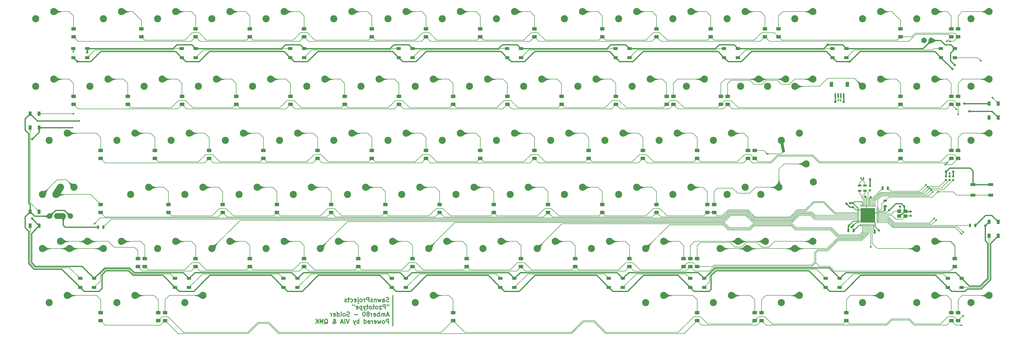
<source format=gbr>
%TF.GenerationSoftware,KiCad,Pcbnew,(5.1.10)-1*%
%TF.CreationDate,2021-12-21T07:20:54+07:00*%
%TF.ProjectId,solder,736f6c64-6572-42e6-9b69-6361645f7063,rev?*%
%TF.SameCoordinates,Original*%
%TF.FileFunction,Copper,L2,Bot*%
%TF.FilePolarity,Positive*%
%FSLAX46Y46*%
G04 Gerber Fmt 4.6, Leading zero omitted, Abs format (unit mm)*
G04 Created by KiCad (PCBNEW (5.1.10)-1) date 2021-12-21 07:20:54*
%MOMM*%
%LPD*%
G01*
G04 APERTURE LIST*
%TA.AperFunction,NonConductor*%
%ADD10C,0.300000*%
%TD*%
%TA.AperFunction,ComponentPad*%
%ADD11C,2.500000*%
%TD*%
%TA.AperFunction,ConnectorPad*%
%ADD12C,0.787400*%
%TD*%
%TA.AperFunction,SMDPad,CuDef*%
%ADD13R,1.800000X1.100000*%
%TD*%
%TA.AperFunction,SMDPad,CuDef*%
%ADD14R,0.700000X1.300000*%
%TD*%
%TA.AperFunction,ComponentPad*%
%ADD15C,1.905000*%
%TD*%
%TA.AperFunction,SMDPad,CuDef*%
%ADD16R,1.500000X1.000000*%
%TD*%
%TA.AperFunction,SMDPad,CuDef*%
%ADD17R,1.000000X1.500000*%
%TD*%
%TA.AperFunction,SMDPad,CuDef*%
%ADD18R,1.400000X1.200000*%
%TD*%
%TA.AperFunction,SMDPad,CuDef*%
%ADD19R,5.150000X5.150000*%
%TD*%
%TA.AperFunction,SMDPad,CuDef*%
%ADD20R,1.300000X0.700000*%
%TD*%
%TA.AperFunction,SMDPad,CuDef*%
%ADD21R,0.600000X1.550000*%
%TD*%
%TA.AperFunction,SMDPad,CuDef*%
%ADD22R,1.200000X1.800000*%
%TD*%
%TA.AperFunction,SMDPad,CuDef*%
%ADD23R,0.800000X0.750000*%
%TD*%
%TA.AperFunction,SMDPad,CuDef*%
%ADD24R,0.750000X0.800000*%
%TD*%
%TA.AperFunction,ViaPad*%
%ADD25C,0.600000*%
%TD*%
%TA.AperFunction,ViaPad*%
%ADD26C,0.800000*%
%TD*%
%TA.AperFunction,Conductor*%
%ADD27C,0.200000*%
%TD*%
%TA.AperFunction,Conductor*%
%ADD28C,2.500000*%
%TD*%
%TA.AperFunction,Conductor*%
%ADD29C,1.000000*%
%TD*%
%TA.AperFunction,Conductor*%
%ADD30C,0.250000*%
%TD*%
%TA.AperFunction,Conductor*%
%ADD31C,0.400000*%
%TD*%
%TA.AperFunction,Conductor*%
%ADD32C,2.000000*%
%TD*%
%TA.AperFunction,Conductor*%
%ADD33C,0.025400*%
%TD*%
%TA.AperFunction,Conductor*%
%ADD34C,0.100000*%
%TD*%
G04 APERTURE END LIST*
D10*
X145530779Y-118757422D02*
X145530779Y-129473074D01*
X144081302Y-120897390D02*
X143867017Y-120968819D01*
X143509874Y-120968819D01*
X143367017Y-120897390D01*
X143295588Y-120825962D01*
X143224159Y-120683105D01*
X143224159Y-120540248D01*
X143295588Y-120397390D01*
X143367017Y-120325962D01*
X143509874Y-120254533D01*
X143795588Y-120183105D01*
X143938445Y-120111676D01*
X144009874Y-120040248D01*
X144081302Y-119897390D01*
X144081302Y-119754533D01*
X144009874Y-119611676D01*
X143938445Y-119540248D01*
X143795588Y-119468819D01*
X143438445Y-119468819D01*
X143224159Y-119540248D01*
X141938445Y-120968819D02*
X141938445Y-120183105D01*
X142009874Y-120040248D01*
X142152731Y-119968819D01*
X142438445Y-119968819D01*
X142581302Y-120040248D01*
X141938445Y-120897390D02*
X142081302Y-120968819D01*
X142438445Y-120968819D01*
X142581302Y-120897390D01*
X142652731Y-120754533D01*
X142652731Y-120611676D01*
X142581302Y-120468819D01*
X142438445Y-120397390D01*
X142081302Y-120397390D01*
X141938445Y-120325962D01*
X141367017Y-119968819D02*
X141081302Y-120968819D01*
X140795588Y-120254533D01*
X140509874Y-120968819D01*
X140224159Y-119968819D01*
X139652731Y-119968819D02*
X139652731Y-120968819D01*
X139652731Y-120111676D02*
X139581302Y-120040248D01*
X139438445Y-119968819D01*
X139224159Y-119968819D01*
X139081302Y-120040248D01*
X139009874Y-120183105D01*
X139009874Y-120968819D01*
X138367017Y-120897390D02*
X138224159Y-120968819D01*
X137938445Y-120968819D01*
X137795588Y-120897390D01*
X137724159Y-120754533D01*
X137724159Y-120683105D01*
X137795588Y-120540248D01*
X137938445Y-120468819D01*
X138152731Y-120468819D01*
X138295588Y-120397390D01*
X138367017Y-120254533D01*
X138367017Y-120183105D01*
X138295588Y-120040248D01*
X138152731Y-119968819D01*
X137938445Y-119968819D01*
X137795588Y-120040248D01*
X137081302Y-120968819D02*
X137081302Y-119468819D01*
X136509874Y-119468819D01*
X136367017Y-119540248D01*
X136295588Y-119611676D01*
X136224159Y-119754533D01*
X136224159Y-119968819D01*
X136295588Y-120111676D01*
X136367017Y-120183105D01*
X136509874Y-120254533D01*
X137081302Y-120254533D01*
X135581302Y-120968819D02*
X135581302Y-119968819D01*
X135581302Y-120254533D02*
X135509874Y-120111676D01*
X135438445Y-120040248D01*
X135295588Y-119968819D01*
X135152731Y-119968819D01*
X134438445Y-120968819D02*
X134581302Y-120897390D01*
X134652731Y-120825962D01*
X134724159Y-120683105D01*
X134724159Y-120254533D01*
X134652731Y-120111676D01*
X134581302Y-120040248D01*
X134438445Y-119968819D01*
X134224159Y-119968819D01*
X134081302Y-120040248D01*
X134009874Y-120111676D01*
X133938445Y-120254533D01*
X133938445Y-120683105D01*
X134009874Y-120825962D01*
X134081302Y-120897390D01*
X134224159Y-120968819D01*
X134438445Y-120968819D01*
X133295588Y-119968819D02*
X133295588Y-121254533D01*
X133367017Y-121397390D01*
X133509874Y-121468819D01*
X133581302Y-121468819D01*
X133295588Y-119468819D02*
X133367017Y-119540248D01*
X133295588Y-119611676D01*
X133224159Y-119540248D01*
X133295588Y-119468819D01*
X133295588Y-119611676D01*
X132009874Y-120897390D02*
X132152731Y-120968819D01*
X132438445Y-120968819D01*
X132581302Y-120897390D01*
X132652731Y-120754533D01*
X132652731Y-120183105D01*
X132581302Y-120040248D01*
X132438445Y-119968819D01*
X132152731Y-119968819D01*
X132009874Y-120040248D01*
X131938445Y-120183105D01*
X131938445Y-120325962D01*
X132652731Y-120468819D01*
X130652731Y-120897390D02*
X130795588Y-120968819D01*
X131081302Y-120968819D01*
X131224159Y-120897390D01*
X131295588Y-120825962D01*
X131367017Y-120683105D01*
X131367017Y-120254533D01*
X131295588Y-120111676D01*
X131224159Y-120040248D01*
X131081302Y-119968819D01*
X130795588Y-119968819D01*
X130652731Y-120040248D01*
X130224159Y-119968819D02*
X129652731Y-119968819D01*
X130009874Y-119468819D02*
X130009874Y-120754533D01*
X129938445Y-120897390D01*
X129795588Y-120968819D01*
X129652731Y-120968819D01*
X129224159Y-120897390D02*
X129081302Y-120968819D01*
X128795588Y-120968819D01*
X128652731Y-120897390D01*
X128581302Y-120754533D01*
X128581302Y-120683105D01*
X128652731Y-120540248D01*
X128795588Y-120468819D01*
X129009874Y-120468819D01*
X129152731Y-120397390D01*
X129224159Y-120254533D01*
X129224159Y-120183105D01*
X129152731Y-120040248D01*
X129009874Y-119968819D01*
X128795588Y-119968819D01*
X128652731Y-120040248D01*
X144081302Y-122018819D02*
X144081302Y-122304533D01*
X143509874Y-122018819D02*
X143509874Y-122304533D01*
X142867017Y-123518819D02*
X142867017Y-122018819D01*
X142295588Y-122018819D01*
X142152731Y-122090248D01*
X142081302Y-122161676D01*
X142009874Y-122304533D01*
X142009874Y-122518819D01*
X142081302Y-122661676D01*
X142152731Y-122733105D01*
X142295588Y-122804533D01*
X142867017Y-122804533D01*
X141509874Y-122518819D02*
X140724159Y-122518819D01*
X141509874Y-123518819D01*
X140724159Y-123518819D01*
X139938445Y-123518819D02*
X140081302Y-123447390D01*
X140152731Y-123375962D01*
X140224159Y-123233105D01*
X140224159Y-122804533D01*
X140152731Y-122661676D01*
X140081302Y-122590248D01*
X139938445Y-122518819D01*
X139724159Y-122518819D01*
X139581302Y-122590248D01*
X139509874Y-122661676D01*
X139438445Y-122804533D01*
X139438445Y-123233105D01*
X139509874Y-123375962D01*
X139581302Y-123447390D01*
X139724159Y-123518819D01*
X139938445Y-123518819D01*
X139009874Y-122518819D02*
X138438445Y-122518819D01*
X138795588Y-122018819D02*
X138795588Y-123304533D01*
X138724159Y-123447390D01*
X138581302Y-123518819D01*
X138438445Y-123518819D01*
X137724159Y-123518819D02*
X137867017Y-123447390D01*
X137938445Y-123375962D01*
X138009874Y-123233105D01*
X138009874Y-122804533D01*
X137938445Y-122661676D01*
X137867017Y-122590248D01*
X137724159Y-122518819D01*
X137509874Y-122518819D01*
X137367017Y-122590248D01*
X137295588Y-122661676D01*
X137224159Y-122804533D01*
X137224159Y-123233105D01*
X137295588Y-123375962D01*
X137367017Y-123447390D01*
X137509874Y-123518819D01*
X137724159Y-123518819D01*
X136795588Y-122518819D02*
X136224159Y-122518819D01*
X136581302Y-122018819D02*
X136581302Y-123304533D01*
X136509874Y-123447390D01*
X136367017Y-123518819D01*
X136224159Y-123518819D01*
X135867017Y-122518819D02*
X135509874Y-123518819D01*
X135152731Y-122518819D02*
X135509874Y-123518819D01*
X135652731Y-123875962D01*
X135724159Y-123947390D01*
X135867017Y-124018819D01*
X134581302Y-122518819D02*
X134581302Y-124018819D01*
X134581302Y-122590248D02*
X134438445Y-122518819D01*
X134152731Y-122518819D01*
X134009874Y-122590248D01*
X133938445Y-122661676D01*
X133867017Y-122804533D01*
X133867017Y-123233105D01*
X133938445Y-123375962D01*
X134009874Y-123447390D01*
X134152731Y-123518819D01*
X134438445Y-123518819D01*
X134581302Y-123447390D01*
X132652731Y-123447390D02*
X132795588Y-123518819D01*
X133081302Y-123518819D01*
X133224159Y-123447390D01*
X133295588Y-123304533D01*
X133295588Y-122733105D01*
X133224159Y-122590248D01*
X133081302Y-122518819D01*
X132795588Y-122518819D01*
X132652731Y-122590248D01*
X132581302Y-122733105D01*
X132581302Y-122875962D01*
X133295588Y-123018819D01*
X132009874Y-122018819D02*
X132009874Y-122304533D01*
X131438445Y-122018819D02*
X131438445Y-122304533D01*
X144081302Y-125640248D02*
X143367017Y-125640248D01*
X144224159Y-126068819D02*
X143724159Y-124568819D01*
X143224159Y-126068819D01*
X142724159Y-126068819D02*
X142724159Y-125068819D01*
X142724159Y-125211676D02*
X142652731Y-125140248D01*
X142509874Y-125068819D01*
X142295588Y-125068819D01*
X142152731Y-125140248D01*
X142081302Y-125283105D01*
X142081302Y-126068819D01*
X142081302Y-125283105D02*
X142009874Y-125140248D01*
X141867017Y-125068819D01*
X141652731Y-125068819D01*
X141509874Y-125140248D01*
X141438445Y-125283105D01*
X141438445Y-126068819D01*
X140724159Y-126068819D02*
X140724159Y-124568819D01*
X140724159Y-125140248D02*
X140581302Y-125068819D01*
X140295588Y-125068819D01*
X140152731Y-125140248D01*
X140081302Y-125211676D01*
X140009874Y-125354533D01*
X140009874Y-125783105D01*
X140081302Y-125925962D01*
X140152731Y-125997390D01*
X140295588Y-126068819D01*
X140581302Y-126068819D01*
X140724159Y-125997390D01*
X138795588Y-125997390D02*
X138938445Y-126068819D01*
X139224159Y-126068819D01*
X139367017Y-125997390D01*
X139438445Y-125854533D01*
X139438445Y-125283105D01*
X139367017Y-125140248D01*
X139224159Y-125068819D01*
X138938445Y-125068819D01*
X138795588Y-125140248D01*
X138724159Y-125283105D01*
X138724159Y-125425962D01*
X139438445Y-125568819D01*
X138081302Y-126068819D02*
X138081302Y-125068819D01*
X138081302Y-125354533D02*
X138009874Y-125211676D01*
X137938445Y-125140248D01*
X137795588Y-125068819D01*
X137652731Y-125068819D01*
X136938445Y-125211676D02*
X137081302Y-125140248D01*
X137152731Y-125068819D01*
X137224159Y-124925962D01*
X137224159Y-124854533D01*
X137152731Y-124711676D01*
X137081302Y-124640248D01*
X136938445Y-124568819D01*
X136652731Y-124568819D01*
X136509874Y-124640248D01*
X136438445Y-124711676D01*
X136367017Y-124854533D01*
X136367017Y-124925962D01*
X136438445Y-125068819D01*
X136509874Y-125140248D01*
X136652731Y-125211676D01*
X136938445Y-125211676D01*
X137081302Y-125283105D01*
X137152731Y-125354533D01*
X137224159Y-125497390D01*
X137224159Y-125783105D01*
X137152731Y-125925962D01*
X137081302Y-125997390D01*
X136938445Y-126068819D01*
X136652731Y-126068819D01*
X136509874Y-125997390D01*
X136438445Y-125925962D01*
X136367017Y-125783105D01*
X136367017Y-125497390D01*
X136438445Y-125354533D01*
X136509874Y-125283105D01*
X136652731Y-125211676D01*
X135438445Y-124568819D02*
X135295588Y-124568819D01*
X135152731Y-124640248D01*
X135081302Y-124711676D01*
X135009874Y-124854533D01*
X134938445Y-125140248D01*
X134938445Y-125497390D01*
X135009874Y-125783105D01*
X135081302Y-125925962D01*
X135152731Y-125997390D01*
X135295588Y-126068819D01*
X135438445Y-126068819D01*
X135581302Y-125997390D01*
X135652731Y-125925962D01*
X135724159Y-125783105D01*
X135795588Y-125497390D01*
X135795588Y-125140248D01*
X135724159Y-124854533D01*
X135652731Y-124711676D01*
X135581302Y-124640248D01*
X135438445Y-124568819D01*
X133152731Y-125497390D02*
X132009874Y-125497390D01*
X130224159Y-125997390D02*
X130009874Y-126068819D01*
X129652731Y-126068819D01*
X129509874Y-125997390D01*
X129438445Y-125925962D01*
X129367017Y-125783105D01*
X129367017Y-125640248D01*
X129438445Y-125497390D01*
X129509874Y-125425962D01*
X129652731Y-125354533D01*
X129938445Y-125283105D01*
X130081302Y-125211676D01*
X130152731Y-125140248D01*
X130224159Y-124997390D01*
X130224159Y-124854533D01*
X130152731Y-124711676D01*
X130081302Y-124640248D01*
X129938445Y-124568819D01*
X129581302Y-124568819D01*
X129367017Y-124640248D01*
X128509874Y-126068819D02*
X128652731Y-125997390D01*
X128724159Y-125925962D01*
X128795588Y-125783105D01*
X128795588Y-125354533D01*
X128724159Y-125211676D01*
X128652731Y-125140248D01*
X128509874Y-125068819D01*
X128295588Y-125068819D01*
X128152731Y-125140248D01*
X128081302Y-125211676D01*
X128009874Y-125354533D01*
X128009874Y-125783105D01*
X128081302Y-125925962D01*
X128152731Y-125997390D01*
X128295588Y-126068819D01*
X128509874Y-126068819D01*
X127152731Y-126068819D02*
X127295588Y-125997390D01*
X127367017Y-125854533D01*
X127367017Y-124568819D01*
X125938445Y-126068819D02*
X125938445Y-124568819D01*
X125938445Y-125997390D02*
X126081302Y-126068819D01*
X126367017Y-126068819D01*
X126509874Y-125997390D01*
X126581302Y-125925962D01*
X126652731Y-125783105D01*
X126652731Y-125354533D01*
X126581302Y-125211676D01*
X126509874Y-125140248D01*
X126367017Y-125068819D01*
X126081302Y-125068819D01*
X125938445Y-125140248D01*
X124652731Y-125997390D02*
X124795588Y-126068819D01*
X125081302Y-126068819D01*
X125224159Y-125997390D01*
X125295588Y-125854533D01*
X125295588Y-125283105D01*
X125224159Y-125140248D01*
X125081302Y-125068819D01*
X124795588Y-125068819D01*
X124652731Y-125140248D01*
X124581302Y-125283105D01*
X124581302Y-125425962D01*
X125295588Y-125568819D01*
X123938445Y-126068819D02*
X123938445Y-125068819D01*
X123938445Y-125354533D02*
X123867017Y-125211676D01*
X123795588Y-125140248D01*
X123652731Y-125068819D01*
X123509874Y-125068819D01*
X144009874Y-128618819D02*
X144009874Y-127118819D01*
X143438445Y-127118819D01*
X143295588Y-127190248D01*
X143224159Y-127261676D01*
X143152731Y-127404533D01*
X143152731Y-127618819D01*
X143224159Y-127761676D01*
X143295588Y-127833105D01*
X143438445Y-127904533D01*
X144009874Y-127904533D01*
X142295588Y-128618819D02*
X142438445Y-128547390D01*
X142509874Y-128475962D01*
X142581302Y-128333105D01*
X142581302Y-127904533D01*
X142509874Y-127761676D01*
X142438445Y-127690248D01*
X142295588Y-127618819D01*
X142081302Y-127618819D01*
X141938445Y-127690248D01*
X141867017Y-127761676D01*
X141795588Y-127904533D01*
X141795588Y-128333105D01*
X141867017Y-128475962D01*
X141938445Y-128547390D01*
X142081302Y-128618819D01*
X142295588Y-128618819D01*
X141295588Y-127618819D02*
X141009874Y-128618819D01*
X140724159Y-127904533D01*
X140438445Y-128618819D01*
X140152731Y-127618819D01*
X139009874Y-128547390D02*
X139152731Y-128618819D01*
X139438445Y-128618819D01*
X139581302Y-128547390D01*
X139652731Y-128404533D01*
X139652731Y-127833105D01*
X139581302Y-127690248D01*
X139438445Y-127618819D01*
X139152731Y-127618819D01*
X139009874Y-127690248D01*
X138938445Y-127833105D01*
X138938445Y-127975962D01*
X139652731Y-128118819D01*
X138295588Y-128618819D02*
X138295588Y-127618819D01*
X138295588Y-127904533D02*
X138224159Y-127761676D01*
X138152731Y-127690248D01*
X138009874Y-127618819D01*
X137867017Y-127618819D01*
X136795588Y-128547390D02*
X136938445Y-128618819D01*
X137224159Y-128618819D01*
X137367017Y-128547390D01*
X137438445Y-128404533D01*
X137438445Y-127833105D01*
X137367017Y-127690248D01*
X137224159Y-127618819D01*
X136938445Y-127618819D01*
X136795588Y-127690248D01*
X136724159Y-127833105D01*
X136724159Y-127975962D01*
X137438445Y-128118819D01*
X135438445Y-128618819D02*
X135438445Y-127118819D01*
X135438445Y-128547390D02*
X135581302Y-128618819D01*
X135867017Y-128618819D01*
X136009874Y-128547390D01*
X136081302Y-128475962D01*
X136152731Y-128333105D01*
X136152731Y-127904533D01*
X136081302Y-127761676D01*
X136009874Y-127690248D01*
X135867017Y-127618819D01*
X135581302Y-127618819D01*
X135438445Y-127690248D01*
X133581302Y-128618819D02*
X133581302Y-127118819D01*
X133581302Y-127690248D02*
X133438445Y-127618819D01*
X133152731Y-127618819D01*
X133009874Y-127690248D01*
X132938445Y-127761676D01*
X132867017Y-127904533D01*
X132867017Y-128333105D01*
X132938445Y-128475962D01*
X133009874Y-128547390D01*
X133152731Y-128618819D01*
X133438445Y-128618819D01*
X133581302Y-128547390D01*
X132367017Y-127618819D02*
X132009874Y-128618819D01*
X131652731Y-127618819D02*
X132009874Y-128618819D01*
X132152731Y-128975962D01*
X132224159Y-129047390D01*
X132367017Y-129118819D01*
X130152731Y-127118819D02*
X129652731Y-128618819D01*
X129152731Y-127118819D01*
X128652731Y-128618819D02*
X128652731Y-127118819D01*
X128009874Y-128190248D02*
X127295588Y-128190248D01*
X128152731Y-128618819D02*
X127652731Y-127118819D01*
X127152731Y-128618819D01*
X124295588Y-128618819D02*
X124367017Y-128618819D01*
X124509874Y-128547390D01*
X124724159Y-128333105D01*
X125081302Y-127904533D01*
X125224159Y-127690248D01*
X125295588Y-127475962D01*
X125295588Y-127333105D01*
X125224159Y-127190248D01*
X125081302Y-127118819D01*
X125009874Y-127118819D01*
X124867017Y-127190248D01*
X124795588Y-127333105D01*
X124795588Y-127404533D01*
X124867017Y-127547390D01*
X124938445Y-127618819D01*
X125367017Y-127904533D01*
X125438445Y-127975962D01*
X125509874Y-128118819D01*
X125509874Y-128333105D01*
X125438445Y-128475962D01*
X125367017Y-128547390D01*
X125224159Y-128618819D01*
X125009874Y-128618819D01*
X124867017Y-128547390D01*
X124795588Y-128475962D01*
X124581302Y-128190248D01*
X124509874Y-127975962D01*
X124509874Y-127833105D01*
X121509874Y-128761676D02*
X121652731Y-128690248D01*
X121795588Y-128547390D01*
X122009874Y-128333105D01*
X122152731Y-128261676D01*
X122295588Y-128261676D01*
X122224159Y-128618819D02*
X122367017Y-128547390D01*
X122509874Y-128404533D01*
X122581302Y-128118819D01*
X122581302Y-127618819D01*
X122509874Y-127333105D01*
X122367017Y-127190248D01*
X122224159Y-127118819D01*
X121938445Y-127118819D01*
X121795588Y-127190248D01*
X121652731Y-127333105D01*
X121581302Y-127618819D01*
X121581302Y-128118819D01*
X121652731Y-128404533D01*
X121795588Y-128547390D01*
X121938445Y-128618819D01*
X122224159Y-128618819D01*
X120938445Y-128618819D02*
X120938445Y-127118819D01*
X120438445Y-128190248D01*
X119938445Y-127118819D01*
X119938445Y-128618819D01*
X119224159Y-128618819D02*
X119224159Y-127118819D01*
X118367017Y-128618819D02*
X119009874Y-127761676D01*
X118367017Y-127118819D02*
X119224159Y-127975962D01*
D11*
%TO.P,MX28,1*%
%TO.N,C1*%
X67627500Y-64135000D03*
%TO.P,MX28,2*%
%TO.N,Net-(D15-Pad2)*%
X73977500Y-61595000D03*
%TD*%
D12*
%TO.P,U4,1*%
%TO.N,GND*%
X339844349Y-76755690D03*
%TO.P,U4,2*%
%TO.N,R0*%
X339844349Y-78025690D03*
%TO.P,U4,3*%
%TO.N,RST*%
X341114349Y-76755690D03*
%TO.P,U4,4*%
%TO.N,MOSI*%
X341114349Y-78025690D03*
%TO.P,U4,5*%
%TO.N,+5V*%
X342384349Y-76755690D03*
%TO.P,U4,6*%
%TO.N,MISO*%
X342384349Y-78025690D03*
%TD*%
D13*
%TO.P,SW1,1*%
%TO.N,GND*%
X349325296Y-79707881D03*
%TO.P,SW1,2*%
%TO.N,RST*%
X355525296Y-83407881D03*
X349325296Y-83407881D03*
%TO.P,SW1,1*%
%TO.N,GND*%
X355525296Y-79707881D03*
%TD*%
D14*
%TO.P,R9,1*%
%TO.N,Net-(D114-Pad1)*%
X41912536Y-94654767D03*
%TO.P,R9,2*%
%TO.N,indicator2*%
X43812536Y-94654767D03*
%TD*%
D15*
%TO.P,D115,1*%
%TO.N,Net-(D114-Pad1)*%
X29686250Y-90805000D03*
%TO.P,D115,2*%
%TO.N,+5V*%
X32226250Y-90805000D03*
%TD*%
%TO.P,D114,1*%
%TO.N,Net-(D114-Pad1)*%
X27463772Y-90805072D03*
%TO.P,D114,2*%
%TO.N,+5V*%
X24923772Y-90805072D03*
%TD*%
D14*
%TO.P,R8,1*%
%TO.N,Net-(D113-Pad1)*%
X319442455Y-80962568D03*
%TO.P,R8,2*%
%TO.N,indicator1*%
X317542455Y-80962568D03*
%TD*%
D15*
%TO.P,D113,1*%
%TO.N,Net-(D113-Pad1)*%
X332105000Y-28892500D03*
%TO.P,D113,2*%
%TO.N,+5V*%
X334645000Y-28892500D03*
%TD*%
D16*
%TO.P,D112,1*%
%TO.N,+5V*%
X68987656Y-115900096D03*
%TO.P,D112,2*%
%TO.N,Net-(D112-Pad2)*%
X68987656Y-112700096D03*
%TO.P,D112,4*%
%TO.N,Net-(D111-Pad2)*%
X73887656Y-115900096D03*
%TO.P,D112,3*%
%TO.N,GND*%
%TA.AperFunction,SMDPad,CuDef*%
G36*
G01*
X73137656Y-112950096D02*
X73137656Y-112450096D01*
G75*
G02*
X73387656Y-112200096I250000J0D01*
G01*
X74387656Y-112200096D01*
G75*
G02*
X74637656Y-112450096I0J-250000D01*
G01*
X74637656Y-112950096D01*
G75*
G02*
X74387656Y-113200096I-250000J0D01*
G01*
X73387656Y-113200096D01*
G75*
G02*
X73137656Y-112950096I0J250000D01*
G01*
G37*
%TD.AperFunction*%
%TD*%
%TO.P,D111,1*%
%TO.N,+5V*%
X107087656Y-115900096D03*
%TO.P,D111,2*%
%TO.N,Net-(D111-Pad2)*%
X107087656Y-112700096D03*
%TO.P,D111,4*%
%TO.N,Net-(D110-Pad2)*%
X111987656Y-115900096D03*
%TO.P,D111,3*%
%TO.N,GND*%
%TA.AperFunction,SMDPad,CuDef*%
G36*
G01*
X111237656Y-112950096D02*
X111237656Y-112450096D01*
G75*
G02*
X111487656Y-112200096I250000J0D01*
G01*
X112487656Y-112200096D01*
G75*
G02*
X112737656Y-112450096I0J-250000D01*
G01*
X112737656Y-112950096D01*
G75*
G02*
X112487656Y-113200096I-250000J0D01*
G01*
X111487656Y-113200096D01*
G75*
G02*
X111237656Y-112950096I0J250000D01*
G01*
G37*
%TD.AperFunction*%
%TD*%
%TO.P,D110,1*%
%TO.N,+5V*%
X145187656Y-115900096D03*
%TO.P,D110,2*%
%TO.N,Net-(D110-Pad2)*%
X145187656Y-112700096D03*
%TO.P,D110,4*%
%TO.N,Net-(D109-Pad2)*%
X150087656Y-115900096D03*
%TO.P,D110,3*%
%TO.N,GND*%
%TA.AperFunction,SMDPad,CuDef*%
G36*
G01*
X149337656Y-112950096D02*
X149337656Y-112450096D01*
G75*
G02*
X149587656Y-112200096I250000J0D01*
G01*
X150587656Y-112200096D01*
G75*
G02*
X150837656Y-112450096I0J-250000D01*
G01*
X150837656Y-112950096D01*
G75*
G02*
X150587656Y-113200096I-250000J0D01*
G01*
X149587656Y-113200096D01*
G75*
G02*
X149337656Y-112950096I0J250000D01*
G01*
G37*
%TD.AperFunction*%
%TD*%
%TO.P,D109,1*%
%TO.N,+5V*%
X183287656Y-115900096D03*
%TO.P,D109,2*%
%TO.N,Net-(D109-Pad2)*%
X183287656Y-112700096D03*
%TO.P,D109,4*%
%TO.N,Net-(D107-Pad2)*%
X188187656Y-115900096D03*
%TO.P,D109,3*%
%TO.N,GND*%
%TA.AperFunction,SMDPad,CuDef*%
G36*
G01*
X187437656Y-112950096D02*
X187437656Y-112450096D01*
G75*
G02*
X187687656Y-112200096I250000J0D01*
G01*
X188687656Y-112200096D01*
G75*
G02*
X188937656Y-112450096I0J-250000D01*
G01*
X188937656Y-112950096D01*
G75*
G02*
X188687656Y-113200096I-250000J0D01*
G01*
X187687656Y-113200096D01*
G75*
G02*
X187437656Y-112950096I0J250000D01*
G01*
G37*
%TD.AperFunction*%
%TD*%
%TO.P,D107,1*%
%TO.N,+5V*%
X221387688Y-115900096D03*
%TO.P,D107,2*%
%TO.N,Net-(D107-Pad2)*%
X221387688Y-112700096D03*
%TO.P,D107,4*%
%TO.N,Net-(D106-Pad2)*%
X226287688Y-115900096D03*
%TO.P,D107,3*%
%TO.N,GND*%
%TA.AperFunction,SMDPad,CuDef*%
G36*
G01*
X225537688Y-112950096D02*
X225537688Y-112450096D01*
G75*
G02*
X225787688Y-112200096I250000J0D01*
G01*
X226787688Y-112200096D01*
G75*
G02*
X227037688Y-112450096I0J-250000D01*
G01*
X227037688Y-112950096D01*
G75*
G02*
X226787688Y-113200096I-250000J0D01*
G01*
X225787688Y-113200096D01*
G75*
G02*
X225537688Y-112950096I0J250000D01*
G01*
G37*
%TD.AperFunction*%
%TD*%
%TO.P,D106,1*%
%TO.N,+5V*%
X249962712Y-115900096D03*
%TO.P,D106,2*%
%TO.N,Net-(D106-Pad2)*%
X249962712Y-112700096D03*
%TO.P,D106,4*%
%TO.N,Net-(D100-Pad2)*%
X254862712Y-115900096D03*
%TO.P,D106,3*%
%TO.N,GND*%
%TA.AperFunction,SMDPad,CuDef*%
G36*
G01*
X254112712Y-112950096D02*
X254112712Y-112450096D01*
G75*
G02*
X254362712Y-112200096I250000J0D01*
G01*
X255362712Y-112200096D01*
G75*
G02*
X255612712Y-112450096I0J-250000D01*
G01*
X255612712Y-112950096D01*
G75*
G02*
X255362712Y-113200096I-250000J0D01*
G01*
X254362712Y-113200096D01*
G75*
G02*
X254112712Y-112950096I0J250000D01*
G01*
G37*
%TD.AperFunction*%
%TD*%
%TO.P,D100,1*%
%TO.N,+5V*%
X297587752Y-115900096D03*
%TO.P,D100,2*%
%TO.N,Net-(D100-Pad2)*%
X297587752Y-112700096D03*
%TO.P,D100,4*%
%TO.N,Net-(D100-Pad4)*%
X302487752Y-115900096D03*
%TO.P,D100,3*%
%TO.N,GND*%
%TA.AperFunction,SMDPad,CuDef*%
G36*
G01*
X301737752Y-112950096D02*
X301737752Y-112450096D01*
G75*
G02*
X301987752Y-112200096I250000J0D01*
G01*
X302987752Y-112200096D01*
G75*
G02*
X303237752Y-112450096I0J-250000D01*
G01*
X303237752Y-112950096D01*
G75*
G02*
X302987752Y-113200096I-250000J0D01*
G01*
X301987752Y-113200096D01*
G75*
G02*
X301737752Y-112950096I0J250000D01*
G01*
G37*
%TD.AperFunction*%
%TD*%
%TO.P,D99,1*%
%TO.N,+5V*%
X340450288Y-115900096D03*
%TO.P,D99,2*%
%TO.N,Net-(D100-Pad4)*%
X340450288Y-112700096D03*
%TO.P,D99,4*%
%TO.N,Net-(D95-Pad2)*%
X345350288Y-115900096D03*
%TO.P,D99,3*%
%TO.N,GND*%
%TA.AperFunction,SMDPad,CuDef*%
G36*
G01*
X344600288Y-112950096D02*
X344600288Y-112450096D01*
G75*
G02*
X344850288Y-112200096I250000J0D01*
G01*
X345850288Y-112200096D01*
G75*
G02*
X346100288Y-112450096I0J-250000D01*
G01*
X346100288Y-112950096D01*
G75*
G02*
X345850288Y-113200096I-250000J0D01*
G01*
X344850288Y-113200096D01*
G75*
G02*
X344600288Y-112950096I0J250000D01*
G01*
G37*
%TD.AperFunction*%
%TD*%
D17*
%TO.P,D95,1*%
%TO.N,+5V*%
X358192487Y-97700080D03*
%TO.P,D95,2*%
%TO.N,Net-(D95-Pad2)*%
X354992487Y-97700080D03*
%TO.P,D95,4*%
%TO.N,Net-(D95-Pad4)*%
X358192487Y-92800080D03*
%TO.P,D95,3*%
%TO.N,GND*%
%TA.AperFunction,SMDPad,CuDef*%
G36*
G01*
X355242487Y-93550080D02*
X354742487Y-93550080D01*
G75*
G02*
X354492487Y-93300080I0J250000D01*
G01*
X354492487Y-92300080D01*
G75*
G02*
X354742487Y-92050080I250000J0D01*
G01*
X355242487Y-92050080D01*
G75*
G02*
X355492487Y-92300080I0J-250000D01*
G01*
X355492487Y-93300080D01*
G75*
G02*
X355242487Y-93550080I-250000J0D01*
G01*
G37*
%TD.AperFunction*%
%TD*%
D16*
%TO.P,D94,1*%
%TO.N,+5V*%
X35650032Y-115900096D03*
%TO.P,D94,2*%
%TO.N,Net-(D89-Pad4)*%
X35650032Y-112700096D03*
%TO.P,D94,4*%
%TO.N,Net-(D112-Pad2)*%
X40550032Y-115900096D03*
%TO.P,D94,3*%
%TO.N,GND*%
%TA.AperFunction,SMDPad,CuDef*%
G36*
G01*
X39800032Y-112950096D02*
X39800032Y-112450096D01*
G75*
G02*
X40050032Y-112200096I250000J0D01*
G01*
X41050032Y-112200096D01*
G75*
G02*
X41300032Y-112450096I0J-250000D01*
G01*
X41300032Y-112950096D01*
G75*
G02*
X41050032Y-113200096I-250000J0D01*
G01*
X40050032Y-113200096D01*
G75*
G02*
X39800032Y-112950096I0J250000D01*
G01*
G37*
%TD.AperFunction*%
%TD*%
D17*
%TO.P,D89,1*%
%TO.N,+5V*%
X18045329Y-89228202D03*
%TO.P,D89,2*%
%TO.N,Net-(D88-Pad4)*%
X21245329Y-89228202D03*
%TO.P,D89,4*%
%TO.N,Net-(D89-Pad4)*%
X18045329Y-94128202D03*
%TO.P,D89,3*%
%TO.N,GND*%
%TA.AperFunction,SMDPad,CuDef*%
G36*
G01*
X20995329Y-93378202D02*
X21495329Y-93378202D01*
G75*
G02*
X21745329Y-93628202I0J-250000D01*
G01*
X21745329Y-94628202D01*
G75*
G02*
X21495329Y-94878202I-250000J0D01*
G01*
X20995329Y-94878202D01*
G75*
G02*
X20745329Y-94628202I0J250000D01*
G01*
X20745329Y-93628202D01*
G75*
G02*
X20995329Y-93378202I250000J0D01*
G01*
G37*
%TD.AperFunction*%
%TD*%
%TO.P,D88,1*%
%TO.N,+5V*%
X18045329Y-54700048D03*
%TO.P,D88,2*%
%TO.N,Net-(D85-Pad4)*%
X21245329Y-54700048D03*
%TO.P,D88,4*%
%TO.N,Net-(D88-Pad4)*%
X18045329Y-59600048D03*
%TO.P,D88,3*%
%TO.N,GND*%
%TA.AperFunction,SMDPad,CuDef*%
G36*
G01*
X20995329Y-58850048D02*
X21495329Y-58850048D01*
G75*
G02*
X21745329Y-59100048I0J-250000D01*
G01*
X21745329Y-60100048D01*
G75*
G02*
X21495329Y-60350048I-250000J0D01*
G01*
X20995329Y-60350048D01*
G75*
G02*
X20745329Y-60100048I0J250000D01*
G01*
X20745329Y-59100048D01*
G75*
G02*
X20995329Y-58850048I250000J0D01*
G01*
G37*
%TD.AperFunction*%
%TD*%
D16*
%TO.P,D85,1*%
%TO.N,+5V*%
X38168780Y-31737528D03*
%TO.P,D85,2*%
%TO.N,Net-(D76-Pad4)*%
X38168780Y-34937528D03*
%TO.P,D85,4*%
%TO.N,Net-(D85-Pad4)*%
X33268780Y-31737528D03*
%TO.P,D85,3*%
%TO.N,GND*%
%TA.AperFunction,SMDPad,CuDef*%
G36*
G01*
X34018780Y-34687528D02*
X34018780Y-35187528D01*
G75*
G02*
X33768780Y-35437528I-250000J0D01*
G01*
X32768780Y-35437528D01*
G75*
G02*
X32518780Y-35187528I0J250000D01*
G01*
X32518780Y-34687528D01*
G75*
G02*
X32768780Y-34437528I250000J0D01*
G01*
X33768780Y-34437528D01*
G75*
G02*
X34018780Y-34687528I0J-250000D01*
G01*
G37*
%TD.AperFunction*%
%TD*%
%TO.P,D76,1*%
%TO.N,+5V*%
X76268780Y-31737528D03*
%TO.P,D76,2*%
%TO.N,Net-(D72-Pad4)*%
X76268780Y-34937528D03*
%TO.P,D76,4*%
%TO.N,Net-(D76-Pad4)*%
X71368780Y-31737528D03*
%TO.P,D76,3*%
%TO.N,GND*%
%TA.AperFunction,SMDPad,CuDef*%
G36*
G01*
X72118780Y-34687528D02*
X72118780Y-35187528D01*
G75*
G02*
X71868780Y-35437528I-250000J0D01*
G01*
X70868780Y-35437528D01*
G75*
G02*
X70618780Y-35187528I0J250000D01*
G01*
X70618780Y-34687528D01*
G75*
G02*
X70868780Y-34437528I250000J0D01*
G01*
X71868780Y-34437528D01*
G75*
G02*
X72118780Y-34687528I0J-250000D01*
G01*
G37*
%TD.AperFunction*%
%TD*%
%TO.P,D72,1*%
%TO.N,+5V*%
X114368780Y-31737528D03*
%TO.P,D72,2*%
%TO.N,Net-(D66-Pad4)*%
X114368780Y-34937528D03*
%TO.P,D72,4*%
%TO.N,Net-(D72-Pad4)*%
X109468780Y-31737528D03*
%TO.P,D72,3*%
%TO.N,GND*%
%TA.AperFunction,SMDPad,CuDef*%
G36*
G01*
X110218780Y-34687528D02*
X110218780Y-35187528D01*
G75*
G02*
X109968780Y-35437528I-250000J0D01*
G01*
X108968780Y-35437528D01*
G75*
G02*
X108718780Y-35187528I0J250000D01*
G01*
X108718780Y-34687528D01*
G75*
G02*
X108968780Y-34437528I250000J0D01*
G01*
X109968780Y-34437528D01*
G75*
G02*
X110218780Y-34687528I0J-250000D01*
G01*
G37*
%TD.AperFunction*%
%TD*%
%TO.P,D66,1*%
%TO.N,+5V*%
X152468780Y-31737528D03*
%TO.P,D66,2*%
%TO.N,Net-(D60-Pad4)*%
X152468780Y-34937528D03*
%TO.P,D66,4*%
%TO.N,Net-(D66-Pad4)*%
X147568780Y-31737528D03*
%TO.P,D66,3*%
%TO.N,GND*%
%TA.AperFunction,SMDPad,CuDef*%
G36*
G01*
X148318780Y-34687528D02*
X148318780Y-35187528D01*
G75*
G02*
X148068780Y-35437528I-250000J0D01*
G01*
X147068780Y-35437528D01*
G75*
G02*
X146818780Y-35187528I0J250000D01*
G01*
X146818780Y-34687528D01*
G75*
G02*
X147068780Y-34437528I250000J0D01*
G01*
X148068780Y-34437528D01*
G75*
G02*
X148318780Y-34687528I0J-250000D01*
G01*
G37*
%TD.AperFunction*%
%TD*%
%TO.P,D60,1*%
%TO.N,+5V*%
X190568780Y-31737528D03*
%TO.P,D60,2*%
%TO.N,Net-(D54-Pad4)*%
X190568780Y-34937528D03*
%TO.P,D60,4*%
%TO.N,Net-(D60-Pad4)*%
X185668780Y-31737528D03*
%TO.P,D60,3*%
%TO.N,GND*%
%TA.AperFunction,SMDPad,CuDef*%
G36*
G01*
X186418780Y-34687528D02*
X186418780Y-35187528D01*
G75*
G02*
X186168780Y-35437528I-250000J0D01*
G01*
X185168780Y-35437528D01*
G75*
G02*
X184918780Y-35187528I0J250000D01*
G01*
X184918780Y-34687528D01*
G75*
G02*
X185168780Y-34437528I250000J0D01*
G01*
X186168780Y-34437528D01*
G75*
G02*
X186418780Y-34687528I0J-250000D01*
G01*
G37*
%TD.AperFunction*%
%TD*%
%TO.P,D54,1*%
%TO.N,+5V*%
X228668780Y-31737528D03*
%TO.P,D54,2*%
%TO.N,Net-(D42-Pad4)*%
X228668780Y-34937528D03*
%TO.P,D54,4*%
%TO.N,Net-(D54-Pad4)*%
X223768780Y-31737528D03*
%TO.P,D54,3*%
%TO.N,GND*%
%TA.AperFunction,SMDPad,CuDef*%
G36*
G01*
X224518780Y-34687528D02*
X224518780Y-35187528D01*
G75*
G02*
X224268780Y-35437528I-250000J0D01*
G01*
X223268780Y-35437528D01*
G75*
G02*
X223018780Y-35187528I0J250000D01*
G01*
X223018780Y-34687528D01*
G75*
G02*
X223268780Y-34437528I250000J0D01*
G01*
X224268780Y-34437528D01*
G75*
G02*
X224518780Y-34687528I0J-250000D01*
G01*
G37*
%TD.AperFunction*%
%TD*%
%TO.P,D42,1*%
%TO.N,+5V*%
X266768780Y-31737528D03*
%TO.P,D42,2*%
%TO.N,Net-(D36-Pad4)*%
X266768780Y-34937528D03*
%TO.P,D42,4*%
%TO.N,Net-(D42-Pad4)*%
X261868780Y-31737528D03*
%TO.P,D42,3*%
%TO.N,GND*%
%TA.AperFunction,SMDPad,CuDef*%
G36*
G01*
X262618780Y-34687528D02*
X262618780Y-35187528D01*
G75*
G02*
X262368780Y-35437528I-250000J0D01*
G01*
X261368780Y-35437528D01*
G75*
G02*
X261118780Y-35187528I0J250000D01*
G01*
X261118780Y-34687528D01*
G75*
G02*
X261368780Y-34437528I250000J0D01*
G01*
X262368780Y-34437528D01*
G75*
G02*
X262618780Y-34687528I0J-250000D01*
G01*
G37*
%TD.AperFunction*%
%TD*%
%TO.P,D36,1*%
%TO.N,+5V*%
X304868780Y-31737528D03*
%TO.P,D36,2*%
%TO.N,Net-(D30-Pad4)*%
X304868780Y-34937528D03*
%TO.P,D36,4*%
%TO.N,Net-(D36-Pad4)*%
X299968780Y-31737528D03*
%TO.P,D36,3*%
%TO.N,GND*%
%TA.AperFunction,SMDPad,CuDef*%
G36*
G01*
X300718780Y-34687528D02*
X300718780Y-35187528D01*
G75*
G02*
X300468780Y-35437528I-250000J0D01*
G01*
X299468780Y-35437528D01*
G75*
G02*
X299218780Y-35187528I0J250000D01*
G01*
X299218780Y-34687528D01*
G75*
G02*
X299468780Y-34437528I250000J0D01*
G01*
X300468780Y-34437528D01*
G75*
G02*
X300718780Y-34687528I0J-250000D01*
G01*
G37*
%TD.AperFunction*%
%TD*%
%TO.P,D30,1*%
%TO.N,+5V*%
X342968780Y-31737528D03*
%TO.P,D30,2*%
%TO.N,Net-(D24-Pad4)*%
X342968780Y-34937528D03*
%TO.P,D30,4*%
%TO.N,Net-(D30-Pad4)*%
X338068780Y-31737528D03*
%TO.P,D30,3*%
%TO.N,GND*%
%TA.AperFunction,SMDPad,CuDef*%
G36*
G01*
X338818780Y-34687528D02*
X338818780Y-35187528D01*
G75*
G02*
X338568780Y-35437528I-250000J0D01*
G01*
X337568780Y-35437528D01*
G75*
G02*
X337318780Y-35187528I0J250000D01*
G01*
X337318780Y-34687528D01*
G75*
G02*
X337568780Y-34437528I250000J0D01*
G01*
X338568780Y-34437528D01*
G75*
G02*
X338818780Y-34687528I0J-250000D01*
G01*
G37*
%TD.AperFunction*%
%TD*%
%TO.P,D24,3*%
%TO.N,GND*%
%TA.AperFunction,SMDPad,CuDef*%
G36*
G01*
X355242487Y-51878170D02*
X354742487Y-51878170D01*
G75*
G02*
X354492487Y-51628170I0J250000D01*
G01*
X354492487Y-50628170D01*
G75*
G02*
X354742487Y-50378170I250000J0D01*
G01*
X355242487Y-50378170D01*
G75*
G02*
X355492487Y-50628170I0J-250000D01*
G01*
X355492487Y-51628170D01*
G75*
G02*
X355242487Y-51878170I-250000J0D01*
G01*
G37*
%TD.AperFunction*%
D17*
%TO.P,D24,4*%
%TO.N,Net-(D24-Pad4)*%
X358192487Y-51128170D03*
%TO.P,D24,2*%
%TO.N,N/C*%
X354992487Y-56028170D03*
%TO.P,D24,1*%
%TO.N,+5V*%
X358192487Y-56028170D03*
%TD*%
D11*
%TO.P,MX84,2*%
%TO.N,Net-(D82-Pad2)*%
X281146250Y-80645000D03*
%TO.P,MX84,1*%
%TO.N,C6*%
X274796250Y-83185000D03*
%TD*%
%TO.P,MX56,2*%
%TO.N,Net-(D48-Pad2)*%
X159702500Y-118745000D03*
%TO.P,MX56,1*%
%TO.N,C3*%
X153352500Y-121285000D03*
%TD*%
D14*
%TO.P,R7,1*%
%TO.N,Net-(D95-Pad4)*%
X350158105Y-94059454D03*
%TO.P,R7,2*%
%TO.N,RGB*%
X348258105Y-94059454D03*
%TD*%
D11*
%TO.P,MX103,1*%
%TO.N,C8*%
X348615000Y-21272500D03*
%TO.P,MX103,2*%
%TO.N,Net-(D103-Pad2)*%
X354965000Y-18732500D03*
%TD*%
%TO.P,MX108,1*%
%TO.N,C8*%
X348615000Y-121285000D03*
%TO.P,MX108,2*%
%TO.N,Net-(D108-Pad2)*%
X354965000Y-118745000D03*
%TD*%
%TO.P,MX76,2*%
%TO.N,C6*%
X293211492Y-78740064D03*
%TO.P,MX76,1*%
%TO.N,Net-(D82-Pad2)*%
X290671492Y-72390064D03*
%TD*%
%TO.P,MX79,1*%
%TO.N,C6*%
X262890224Y-83185072D03*
%TO.P,MX79,2*%
%TO.N,Net-(D81-Pad2)*%
X269240224Y-80645072D03*
%TD*%
%TO.P,MX71,1*%
%TO.N,C0*%
X22383772Y-83185072D03*
%TO.P,MX71,2*%
%TO.N,Net-(D4-Pad2)*%
X28733772Y-80645072D03*
%TD*%
%TO.P,D108,1*%
%TO.N,R11*%
%TA.AperFunction,SMDPad,CuDef*%
G36*
G01*
X344650914Y-128206356D02*
X343530914Y-128206356D01*
G75*
G02*
X343290914Y-127966356I0J240000D01*
G01*
X343290914Y-127246356D01*
G75*
G02*
X343530914Y-127006356I240000J0D01*
G01*
X344650914Y-127006356D01*
G75*
G02*
X344890914Y-127246356I0J-240000D01*
G01*
X344890914Y-127966356D01*
G75*
G02*
X344650914Y-128206356I-240000J0D01*
G01*
G37*
%TD.AperFunction*%
%TO.P,D108,2*%
%TO.N,Net-(D108-Pad2)*%
%TA.AperFunction,SMDPad,CuDef*%
G36*
G01*
X344650914Y-125406356D02*
X343530914Y-125406356D01*
G75*
G02*
X343290914Y-125166356I0J240000D01*
G01*
X343290914Y-124446356D01*
G75*
G02*
X343530914Y-124206356I240000J0D01*
G01*
X344650914Y-124206356D01*
G75*
G02*
X344890914Y-124446356I0J-240000D01*
G01*
X344890914Y-125166356D01*
G75*
G02*
X344650914Y-125406356I-240000J0D01*
G01*
G37*
%TD.AperFunction*%
%TD*%
%TO.P,D105,1*%
%TO.N,R5*%
%TA.AperFunction,SMDPad,CuDef*%
G36*
G01*
X344650914Y-71056308D02*
X343530914Y-71056308D01*
G75*
G02*
X343290914Y-70816308I0J240000D01*
G01*
X343290914Y-70096308D01*
G75*
G02*
X343530914Y-69856308I240000J0D01*
G01*
X344650914Y-69856308D01*
G75*
G02*
X344890914Y-70096308I0J-240000D01*
G01*
X344890914Y-70816308D01*
G75*
G02*
X344650914Y-71056308I-240000J0D01*
G01*
G37*
%TD.AperFunction*%
%TO.P,D105,2*%
%TO.N,Net-(D105-Pad2)*%
%TA.AperFunction,SMDPad,CuDef*%
G36*
G01*
X344650914Y-68256308D02*
X343530914Y-68256308D01*
G75*
G02*
X343290914Y-68016308I0J240000D01*
G01*
X343290914Y-67296308D01*
G75*
G02*
X343530914Y-67056308I240000J0D01*
G01*
X344650914Y-67056308D01*
G75*
G02*
X344890914Y-67296308I0J-240000D01*
G01*
X344890914Y-68016308D01*
G75*
G02*
X344650914Y-68256308I-240000J0D01*
G01*
G37*
%TD.AperFunction*%
%TD*%
%TO.P,D104,1*%
%TO.N,R3*%
%TA.AperFunction,SMDPad,CuDef*%
G36*
G01*
X344650914Y-52006292D02*
X343530914Y-52006292D01*
G75*
G02*
X343290914Y-51766292I0J240000D01*
G01*
X343290914Y-51046292D01*
G75*
G02*
X343530914Y-50806292I240000J0D01*
G01*
X344650914Y-50806292D01*
G75*
G02*
X344890914Y-51046292I0J-240000D01*
G01*
X344890914Y-51766292D01*
G75*
G02*
X344650914Y-52006292I-240000J0D01*
G01*
G37*
%TD.AperFunction*%
%TO.P,D104,2*%
%TO.N,Net-(D104-Pad2)*%
%TA.AperFunction,SMDPad,CuDef*%
G36*
G01*
X344650914Y-49206292D02*
X343530914Y-49206292D01*
G75*
G02*
X343290914Y-48966292I0J240000D01*
G01*
X343290914Y-48246292D01*
G75*
G02*
X343530914Y-48006292I240000J0D01*
G01*
X344650914Y-48006292D01*
G75*
G02*
X344890914Y-48246292I0J-240000D01*
G01*
X344890914Y-48966292D01*
G75*
G02*
X344650914Y-49206292I-240000J0D01*
G01*
G37*
%TD.AperFunction*%
%TD*%
%TO.P,D103,1*%
%TO.N,MOSI*%
%TA.AperFunction,SMDPad,CuDef*%
G36*
G01*
X344650625Y-28193750D02*
X343530625Y-28193750D01*
G75*
G02*
X343290625Y-27953750I0J240000D01*
G01*
X343290625Y-27233750D01*
G75*
G02*
X343530625Y-26993750I240000J0D01*
G01*
X344650625Y-26993750D01*
G75*
G02*
X344890625Y-27233750I0J-240000D01*
G01*
X344890625Y-27953750D01*
G75*
G02*
X344650625Y-28193750I-240000J0D01*
G01*
G37*
%TD.AperFunction*%
%TO.P,D103,2*%
%TO.N,Net-(D103-Pad2)*%
%TA.AperFunction,SMDPad,CuDef*%
G36*
G01*
X344650625Y-25393750D02*
X343530625Y-25393750D01*
G75*
G02*
X343290625Y-25153750I0J240000D01*
G01*
X343290625Y-24433750D01*
G75*
G02*
X343530625Y-24193750I240000J0D01*
G01*
X344650625Y-24193750D01*
G75*
G02*
X344890625Y-24433750I0J-240000D01*
G01*
X344890625Y-25153750D01*
G75*
G02*
X344650625Y-25393750I-240000J0D01*
G01*
G37*
%TD.AperFunction*%
%TD*%
%TO.P,D102,1*%
%TO.N,R10*%
%TA.AperFunction,SMDPad,CuDef*%
G36*
G01*
X342269662Y-128206356D02*
X341149662Y-128206356D01*
G75*
G02*
X340909662Y-127966356I0J240000D01*
G01*
X340909662Y-127246356D01*
G75*
G02*
X341149662Y-127006356I240000J0D01*
G01*
X342269662Y-127006356D01*
G75*
G02*
X342509662Y-127246356I0J-240000D01*
G01*
X342509662Y-127966356D01*
G75*
G02*
X342269662Y-128206356I-240000J0D01*
G01*
G37*
%TD.AperFunction*%
%TO.P,D102,2*%
%TO.N,Net-(D102-Pad2)*%
%TA.AperFunction,SMDPad,CuDef*%
G36*
G01*
X342269662Y-125406356D02*
X341149662Y-125406356D01*
G75*
G02*
X340909662Y-125166356I0J240000D01*
G01*
X340909662Y-124446356D01*
G75*
G02*
X341149662Y-124206356I240000J0D01*
G01*
X342269662Y-124206356D01*
G75*
G02*
X342509662Y-124446356I0J-240000D01*
G01*
X342509662Y-125166356D01*
G75*
G02*
X342269662Y-125406356I-240000J0D01*
G01*
G37*
%TD.AperFunction*%
%TD*%
%TO.P,D101,1*%
%TO.N,R8*%
%TA.AperFunction,SMDPad,CuDef*%
G36*
G01*
X343460288Y-109156340D02*
X342340288Y-109156340D01*
G75*
G02*
X342100288Y-108916340I0J240000D01*
G01*
X342100288Y-108196340D01*
G75*
G02*
X342340288Y-107956340I240000J0D01*
G01*
X343460288Y-107956340D01*
G75*
G02*
X343700288Y-108196340I0J-240000D01*
G01*
X343700288Y-108916340D01*
G75*
G02*
X343460288Y-109156340I-240000J0D01*
G01*
G37*
%TD.AperFunction*%
%TO.P,D101,2*%
%TO.N,Net-(D101-Pad2)*%
%TA.AperFunction,SMDPad,CuDef*%
G36*
G01*
X343460288Y-106356340D02*
X342340288Y-106356340D01*
G75*
G02*
X342100288Y-106116340I0J240000D01*
G01*
X342100288Y-105396340D01*
G75*
G02*
X342340288Y-105156340I240000J0D01*
G01*
X343460288Y-105156340D01*
G75*
G02*
X343700288Y-105396340I0J-240000D01*
G01*
X343700288Y-106116340D01*
G75*
G02*
X343460288Y-106356340I-240000J0D01*
G01*
G37*
%TD.AperFunction*%
%TD*%
%TO.P,D98,1*%
%TO.N,MISO*%
%TA.AperFunction,SMDPad,CuDef*%
G36*
G01*
X342269662Y-52006292D02*
X341149662Y-52006292D01*
G75*
G02*
X340909662Y-51766292I0J240000D01*
G01*
X340909662Y-51046292D01*
G75*
G02*
X341149662Y-50806292I240000J0D01*
G01*
X342269662Y-50806292D01*
G75*
G02*
X342509662Y-51046292I0J-240000D01*
G01*
X342509662Y-51766292D01*
G75*
G02*
X342269662Y-52006292I-240000J0D01*
G01*
G37*
%TD.AperFunction*%
%TO.P,D98,2*%
%TO.N,Net-(D98-Pad2)*%
%TA.AperFunction,SMDPad,CuDef*%
G36*
G01*
X342269662Y-49206292D02*
X341149662Y-49206292D01*
G75*
G02*
X340909662Y-48966292I0J240000D01*
G01*
X340909662Y-48246292D01*
G75*
G02*
X341149662Y-48006292I240000J0D01*
G01*
X342269662Y-48006292D01*
G75*
G02*
X342509662Y-48246292I0J-240000D01*
G01*
X342509662Y-48966292D01*
G75*
G02*
X342269662Y-49206292I-240000J0D01*
G01*
G37*
%TD.AperFunction*%
%TD*%
%TO.P,D97,1*%
%TO.N,R0*%
%TA.AperFunction,SMDPad,CuDef*%
G36*
G01*
X342269375Y-28193750D02*
X341149375Y-28193750D01*
G75*
G02*
X340909375Y-27953750I0J240000D01*
G01*
X340909375Y-27233750D01*
G75*
G02*
X341149375Y-26993750I240000J0D01*
G01*
X342269375Y-26993750D01*
G75*
G02*
X342509375Y-27233750I0J-240000D01*
G01*
X342509375Y-27953750D01*
G75*
G02*
X342269375Y-28193750I-240000J0D01*
G01*
G37*
%TD.AperFunction*%
%TO.P,D97,2*%
%TO.N,Net-(D97-Pad2)*%
%TA.AperFunction,SMDPad,CuDef*%
G36*
G01*
X342269375Y-25393750D02*
X341149375Y-25393750D01*
G75*
G02*
X340909375Y-25153750I0J240000D01*
G01*
X340909375Y-24433750D01*
G75*
G02*
X341149375Y-24193750I240000J0D01*
G01*
X342269375Y-24193750D01*
G75*
G02*
X342509375Y-24433750I0J-240000D01*
G01*
X342509375Y-25153750D01*
G75*
G02*
X342269375Y-25393750I-240000J0D01*
G01*
G37*
%TD.AperFunction*%
%TD*%
%TO.P,D96,1*%
%TO.N,R11*%
%TA.AperFunction,SMDPad,CuDef*%
G36*
G01*
X305360256Y-128206356D02*
X304240256Y-128206356D01*
G75*
G02*
X304000256Y-127966356I0J240000D01*
G01*
X304000256Y-127246356D01*
G75*
G02*
X304240256Y-127006356I240000J0D01*
G01*
X305360256Y-127006356D01*
G75*
G02*
X305600256Y-127246356I0J-240000D01*
G01*
X305600256Y-127966356D01*
G75*
G02*
X305360256Y-128206356I-240000J0D01*
G01*
G37*
%TD.AperFunction*%
%TO.P,D96,2*%
%TO.N,Net-(D96-Pad2)*%
%TA.AperFunction,SMDPad,CuDef*%
G36*
G01*
X305360256Y-125406356D02*
X304240256Y-125406356D01*
G75*
G02*
X304000256Y-125166356I0J240000D01*
G01*
X304000256Y-124446356D01*
G75*
G02*
X304240256Y-124206356I240000J0D01*
G01*
X305360256Y-124206356D01*
G75*
G02*
X305600256Y-124446356I0J-240000D01*
G01*
X305600256Y-125166356D01*
G75*
G02*
X305360256Y-125406356I-240000J0D01*
G01*
G37*
%TD.AperFunction*%
%TD*%
%TO.P,D93,1*%
%TO.N,R5*%
%TA.AperFunction,SMDPad,CuDef*%
G36*
G01*
X324410272Y-71056308D02*
X323290272Y-71056308D01*
G75*
G02*
X323050272Y-70816308I0J240000D01*
G01*
X323050272Y-70096308D01*
G75*
G02*
X323290272Y-69856308I240000J0D01*
G01*
X324410272Y-69856308D01*
G75*
G02*
X324650272Y-70096308I0J-240000D01*
G01*
X324650272Y-70816308D01*
G75*
G02*
X324410272Y-71056308I-240000J0D01*
G01*
G37*
%TD.AperFunction*%
%TO.P,D93,2*%
%TO.N,Net-(D93-Pad2)*%
%TA.AperFunction,SMDPad,CuDef*%
G36*
G01*
X324410272Y-68256308D02*
X323290272Y-68256308D01*
G75*
G02*
X323050272Y-68016308I0J240000D01*
G01*
X323050272Y-67296308D01*
G75*
G02*
X323290272Y-67056308I240000J0D01*
G01*
X324410272Y-67056308D01*
G75*
G02*
X324650272Y-67296308I0J-240000D01*
G01*
X324650272Y-68016308D01*
G75*
G02*
X324410272Y-68256308I-240000J0D01*
G01*
G37*
%TD.AperFunction*%
%TD*%
%TO.P,D92,1*%
%TO.N,R3*%
%TA.AperFunction,SMDPad,CuDef*%
G36*
G01*
X324410272Y-52006292D02*
X323290272Y-52006292D01*
G75*
G02*
X323050272Y-51766292I0J240000D01*
G01*
X323050272Y-51046292D01*
G75*
G02*
X323290272Y-50806292I240000J0D01*
G01*
X324410272Y-50806292D01*
G75*
G02*
X324650272Y-51046292I0J-240000D01*
G01*
X324650272Y-51766292D01*
G75*
G02*
X324410272Y-52006292I-240000J0D01*
G01*
G37*
%TD.AperFunction*%
%TO.P,D92,2*%
%TO.N,Net-(D92-Pad2)*%
%TA.AperFunction,SMDPad,CuDef*%
G36*
G01*
X324410272Y-49206292D02*
X323290272Y-49206292D01*
G75*
G02*
X323050272Y-48966292I0J240000D01*
G01*
X323050272Y-48246292D01*
G75*
G02*
X323290272Y-48006292I240000J0D01*
G01*
X324410272Y-48006292D01*
G75*
G02*
X324650272Y-48246292I0J-240000D01*
G01*
X324650272Y-48966292D01*
G75*
G02*
X324410272Y-49206292I-240000J0D01*
G01*
G37*
%TD.AperFunction*%
%TD*%
%TO.P,D91,1*%
%TO.N,MOSI*%
%TA.AperFunction,SMDPad,CuDef*%
G36*
G01*
X324410000Y-28193750D02*
X323290000Y-28193750D01*
G75*
G02*
X323050000Y-27953750I0J240000D01*
G01*
X323050000Y-27233750D01*
G75*
G02*
X323290000Y-26993750I240000J0D01*
G01*
X324410000Y-26993750D01*
G75*
G02*
X324650000Y-27233750I0J-240000D01*
G01*
X324650000Y-27953750D01*
G75*
G02*
X324410000Y-28193750I-240000J0D01*
G01*
G37*
%TD.AperFunction*%
%TO.P,D91,2*%
%TO.N,Net-(D91-Pad2)*%
%TA.AperFunction,SMDPad,CuDef*%
G36*
G01*
X324410000Y-25393750D02*
X323290000Y-25393750D01*
G75*
G02*
X323050000Y-25153750I0J240000D01*
G01*
X323050000Y-24433750D01*
G75*
G02*
X323290000Y-24193750I240000J0D01*
G01*
X324410000Y-24193750D01*
G75*
G02*
X324650000Y-24433750I0J-240000D01*
G01*
X324650000Y-25153750D01*
G75*
G02*
X324410000Y-25393750I-240000J0D01*
G01*
G37*
%TD.AperFunction*%
%TD*%
%TO.P,D90,1*%
%TO.N,R10*%
%TA.AperFunction,SMDPad,CuDef*%
G36*
G01*
X275594606Y-128206356D02*
X274474606Y-128206356D01*
G75*
G02*
X274234606Y-127966356I0J240000D01*
G01*
X274234606Y-127246356D01*
G75*
G02*
X274474606Y-127006356I240000J0D01*
G01*
X275594606Y-127006356D01*
G75*
G02*
X275834606Y-127246356I0J-240000D01*
G01*
X275834606Y-127966356D01*
G75*
G02*
X275594606Y-128206356I-240000J0D01*
G01*
G37*
%TD.AperFunction*%
%TO.P,D90,2*%
%TO.N,Net-(D90-Pad2)*%
%TA.AperFunction,SMDPad,CuDef*%
G36*
G01*
X275594606Y-125406356D02*
X274474606Y-125406356D01*
G75*
G02*
X274234606Y-125166356I0J240000D01*
G01*
X274234606Y-124446356D01*
G75*
G02*
X274474606Y-124206356I240000J0D01*
G01*
X275594606Y-124206356D01*
G75*
G02*
X275834606Y-124446356I0J-240000D01*
G01*
X275834606Y-125166356D01*
G75*
G02*
X275594606Y-125406356I-240000J0D01*
G01*
G37*
%TD.AperFunction*%
%TD*%
%TO.P,D87,1*%
%TO.N,R4*%
%TA.AperFunction,SMDPad,CuDef*%
G36*
G01*
X342269662Y-71056308D02*
X341149662Y-71056308D01*
G75*
G02*
X340909662Y-70816308I0J240000D01*
G01*
X340909662Y-70096308D01*
G75*
G02*
X341149662Y-69856308I240000J0D01*
G01*
X342269662Y-69856308D01*
G75*
G02*
X342509662Y-70096308I0J-240000D01*
G01*
X342509662Y-70816308D01*
G75*
G02*
X342269662Y-71056308I-240000J0D01*
G01*
G37*
%TD.AperFunction*%
%TO.P,D87,2*%
%TO.N,Net-(D87-Pad2)*%
%TA.AperFunction,SMDPad,CuDef*%
G36*
G01*
X342269662Y-68256308D02*
X341149662Y-68256308D01*
G75*
G02*
X340909662Y-68016308I0J240000D01*
G01*
X340909662Y-67296308D01*
G75*
G02*
X341149662Y-67056308I240000J0D01*
G01*
X342269662Y-67056308D01*
G75*
G02*
X342509662Y-67296308I0J-240000D01*
G01*
X342509662Y-68016308D01*
G75*
G02*
X342269662Y-68256308I-240000J0D01*
G01*
G37*
%TD.AperFunction*%
%TD*%
%TO.P,D86,1*%
%TO.N,MISO*%
%TA.AperFunction,SMDPad,CuDef*%
G36*
G01*
X263688346Y-52006292D02*
X262568346Y-52006292D01*
G75*
G02*
X262328346Y-51766292I0J240000D01*
G01*
X262328346Y-51046292D01*
G75*
G02*
X262568346Y-50806292I240000J0D01*
G01*
X263688346Y-50806292D01*
G75*
G02*
X263928346Y-51046292I0J-240000D01*
G01*
X263928346Y-51766292D01*
G75*
G02*
X263688346Y-52006292I-240000J0D01*
G01*
G37*
%TD.AperFunction*%
%TO.P,D86,2*%
%TO.N,Net-(D86-Pad2)*%
%TA.AperFunction,SMDPad,CuDef*%
G36*
G01*
X263688346Y-49206292D02*
X262568346Y-49206292D01*
G75*
G02*
X262328346Y-48966292I0J240000D01*
G01*
X262328346Y-48246292D01*
G75*
G02*
X262568346Y-48006292I240000J0D01*
G01*
X263688346Y-48006292D01*
G75*
G02*
X263928346Y-48246292I0J-240000D01*
G01*
X263928346Y-48966292D01*
G75*
G02*
X263688346Y-49206292I-240000J0D01*
G01*
G37*
%TD.AperFunction*%
%TD*%
%TO.P,D84,1*%
%TO.N,R11*%
%TA.AperFunction,SMDPad,CuDef*%
G36*
G01*
X273213354Y-128206356D02*
X272093354Y-128206356D01*
G75*
G02*
X271853354Y-127966356I0J240000D01*
G01*
X271853354Y-127246356D01*
G75*
G02*
X272093354Y-127006356I240000J0D01*
G01*
X273213354Y-127006356D01*
G75*
G02*
X273453354Y-127246356I0J-240000D01*
G01*
X273453354Y-127966356D01*
G75*
G02*
X273213354Y-128206356I-240000J0D01*
G01*
G37*
%TD.AperFunction*%
%TO.P,D84,2*%
%TO.N,Net-(D84-Pad2)*%
%TA.AperFunction,SMDPad,CuDef*%
G36*
G01*
X273213354Y-125406356D02*
X272093354Y-125406356D01*
G75*
G02*
X271853354Y-125166356I0J240000D01*
G01*
X271853354Y-124446356D01*
G75*
G02*
X272093354Y-124206356I240000J0D01*
G01*
X273213354Y-124206356D01*
G75*
G02*
X273453354Y-124446356I0J-240000D01*
G01*
X273453354Y-125166356D01*
G75*
G02*
X273213354Y-125406356I-240000J0D01*
G01*
G37*
%TD.AperFunction*%
%TD*%
%TO.P,D83,1*%
%TO.N,R9*%
%TA.AperFunction,SMDPad,CuDef*%
G36*
G01*
X252972712Y-109156340D02*
X251852712Y-109156340D01*
G75*
G02*
X251612712Y-108916340I0J240000D01*
G01*
X251612712Y-108196340D01*
G75*
G02*
X251852712Y-107956340I240000J0D01*
G01*
X252972712Y-107956340D01*
G75*
G02*
X253212712Y-108196340I0J-240000D01*
G01*
X253212712Y-108916340D01*
G75*
G02*
X252972712Y-109156340I-240000J0D01*
G01*
G37*
%TD.AperFunction*%
%TO.P,D83,2*%
%TO.N,Net-(D83-Pad2)*%
%TA.AperFunction,SMDPad,CuDef*%
G36*
G01*
X252972712Y-106356340D02*
X251852712Y-106356340D01*
G75*
G02*
X251612712Y-106116340I0J240000D01*
G01*
X251612712Y-105396340D01*
G75*
G02*
X251852712Y-105156340I240000J0D01*
G01*
X252972712Y-105156340D01*
G75*
G02*
X253212712Y-105396340I0J-240000D01*
G01*
X253212712Y-106116340D01*
G75*
G02*
X252972712Y-106356340I-240000J0D01*
G01*
G37*
%TD.AperFunction*%
%TD*%
%TO.P,D82,1*%
%TO.N,R7*%
%TA.AperFunction,SMDPad,CuDef*%
G36*
G01*
X258925842Y-90106324D02*
X257805842Y-90106324D01*
G75*
G02*
X257565842Y-89866324I0J240000D01*
G01*
X257565842Y-89146324D01*
G75*
G02*
X257805842Y-88906324I240000J0D01*
G01*
X258925842Y-88906324D01*
G75*
G02*
X259165842Y-89146324I0J-240000D01*
G01*
X259165842Y-89866324D01*
G75*
G02*
X258925842Y-90106324I-240000J0D01*
G01*
G37*
%TD.AperFunction*%
%TO.P,D82,2*%
%TO.N,Net-(D82-Pad2)*%
%TA.AperFunction,SMDPad,CuDef*%
G36*
G01*
X258925842Y-87306324D02*
X257805842Y-87306324D01*
G75*
G02*
X257565842Y-87066324I0J240000D01*
G01*
X257565842Y-86346324D01*
G75*
G02*
X257805842Y-86106324I240000J0D01*
G01*
X258925842Y-86106324D01*
G75*
G02*
X259165842Y-86346324I0J-240000D01*
G01*
X259165842Y-87066324D01*
G75*
G02*
X258925842Y-87306324I-240000J0D01*
G01*
G37*
%TD.AperFunction*%
%TD*%
%TO.P,D81,1*%
%TO.N,R5*%
%TA.AperFunction,SMDPad,CuDef*%
G36*
G01*
X273213354Y-71056308D02*
X272093354Y-71056308D01*
G75*
G02*
X271853354Y-70816308I0J240000D01*
G01*
X271853354Y-70096308D01*
G75*
G02*
X272093354Y-69856308I240000J0D01*
G01*
X273213354Y-69856308D01*
G75*
G02*
X273453354Y-70096308I0J-240000D01*
G01*
X273453354Y-70816308D01*
G75*
G02*
X273213354Y-71056308I-240000J0D01*
G01*
G37*
%TD.AperFunction*%
%TO.P,D81,2*%
%TO.N,Net-(D81-Pad2)*%
%TA.AperFunction,SMDPad,CuDef*%
G36*
G01*
X273213354Y-68256308D02*
X272093354Y-68256308D01*
G75*
G02*
X271853354Y-68016308I0J240000D01*
G01*
X271853354Y-67296308D01*
G75*
G02*
X272093354Y-67056308I240000J0D01*
G01*
X273213354Y-67056308D01*
G75*
G02*
X273453354Y-67296308I0J-240000D01*
G01*
X273453354Y-68016308D01*
G75*
G02*
X273213354Y-68256308I-240000J0D01*
G01*
G37*
%TD.AperFunction*%
%TD*%
%TO.P,D80,1*%
%TO.N,R3*%
%TA.AperFunction,SMDPad,CuDef*%
G36*
G01*
X261307094Y-52006292D02*
X260187094Y-52006292D01*
G75*
G02*
X259947094Y-51766292I0J240000D01*
G01*
X259947094Y-51046292D01*
G75*
G02*
X260187094Y-50806292I240000J0D01*
G01*
X261307094Y-50806292D01*
G75*
G02*
X261547094Y-51046292I0J-240000D01*
G01*
X261547094Y-51766292D01*
G75*
G02*
X261307094Y-52006292I-240000J0D01*
G01*
G37*
%TD.AperFunction*%
%TO.P,D80,2*%
%TO.N,Net-(D80-Pad2)*%
%TA.AperFunction,SMDPad,CuDef*%
G36*
G01*
X261307094Y-49206292D02*
X260187094Y-49206292D01*
G75*
G02*
X259947094Y-48966292I0J240000D01*
G01*
X259947094Y-48246292D01*
G75*
G02*
X260187094Y-48006292I240000J0D01*
G01*
X261307094Y-48006292D01*
G75*
G02*
X261547094Y-48246292I0J-240000D01*
G01*
X261547094Y-48966292D01*
G75*
G02*
X261307094Y-49206292I-240000J0D01*
G01*
G37*
%TD.AperFunction*%
%TD*%
%TO.P,D79,1*%
%TO.N,MOSI*%
%TA.AperFunction,SMDPad,CuDef*%
G36*
G01*
X281547500Y-28193750D02*
X280427500Y-28193750D01*
G75*
G02*
X280187500Y-27953750I0J240000D01*
G01*
X280187500Y-27233750D01*
G75*
G02*
X280427500Y-26993750I240000J0D01*
G01*
X281547500Y-26993750D01*
G75*
G02*
X281787500Y-27233750I0J-240000D01*
G01*
X281787500Y-27953750D01*
G75*
G02*
X281547500Y-28193750I-240000J0D01*
G01*
G37*
%TD.AperFunction*%
%TO.P,D79,2*%
%TO.N,Net-(D79-Pad2)*%
%TA.AperFunction,SMDPad,CuDef*%
G36*
G01*
X281547500Y-25393750D02*
X280427500Y-25393750D01*
G75*
G02*
X280187500Y-25153750I0J240000D01*
G01*
X280187500Y-24433750D01*
G75*
G02*
X280427500Y-24193750I240000J0D01*
G01*
X281547500Y-24193750D01*
G75*
G02*
X281787500Y-24433750I0J-240000D01*
G01*
X281787500Y-25153750D01*
G75*
G02*
X281547500Y-25393750I-240000J0D01*
G01*
G37*
%TD.AperFunction*%
%TD*%
%TO.P,D78,1*%
%TO.N,R10*%
%TA.AperFunction,SMDPad,CuDef*%
G36*
G01*
X252972712Y-128206356D02*
X251852712Y-128206356D01*
G75*
G02*
X251612712Y-127966356I0J240000D01*
G01*
X251612712Y-127246356D01*
G75*
G02*
X251852712Y-127006356I240000J0D01*
G01*
X252972712Y-127006356D01*
G75*
G02*
X253212712Y-127246356I0J-240000D01*
G01*
X253212712Y-127966356D01*
G75*
G02*
X252972712Y-128206356I-240000J0D01*
G01*
G37*
%TD.AperFunction*%
%TO.P,D78,2*%
%TO.N,Net-(D78-Pad2)*%
%TA.AperFunction,SMDPad,CuDef*%
G36*
G01*
X252972712Y-125406356D02*
X251852712Y-125406356D01*
G75*
G02*
X251612712Y-125166356I0J240000D01*
G01*
X251612712Y-124446356D01*
G75*
G02*
X251852712Y-124206356I240000J0D01*
G01*
X252972712Y-124206356D01*
G75*
G02*
X253212712Y-124446356I0J-240000D01*
G01*
X253212712Y-125166356D01*
G75*
G02*
X252972712Y-125406356I-240000J0D01*
G01*
G37*
%TD.AperFunction*%
%TD*%
%TO.P,D77,1*%
%TO.N,R8*%
%TA.AperFunction,SMDPad,CuDef*%
G36*
G01*
X250591460Y-109156340D02*
X249471460Y-109156340D01*
G75*
G02*
X249231460Y-108916340I0J240000D01*
G01*
X249231460Y-108196340D01*
G75*
G02*
X249471460Y-107956340I240000J0D01*
G01*
X250591460Y-107956340D01*
G75*
G02*
X250831460Y-108196340I0J-240000D01*
G01*
X250831460Y-108916340D01*
G75*
G02*
X250591460Y-109156340I-240000J0D01*
G01*
G37*
%TD.AperFunction*%
%TO.P,D77,2*%
%TO.N,Net-(D77-Pad2)*%
%TA.AperFunction,SMDPad,CuDef*%
G36*
G01*
X250591460Y-106356340D02*
X249471460Y-106356340D01*
G75*
G02*
X249231460Y-106116340I0J240000D01*
G01*
X249231460Y-105396340D01*
G75*
G02*
X249471460Y-105156340I240000J0D01*
G01*
X250591460Y-105156340D01*
G75*
G02*
X250831460Y-105396340I0J-240000D01*
G01*
X250831460Y-106116340D01*
G75*
G02*
X250591460Y-106356340I-240000J0D01*
G01*
G37*
%TD.AperFunction*%
%TD*%
%TO.P,D75,1*%
%TO.N,R4*%
%TA.AperFunction,SMDPad,CuDef*%
G36*
G01*
X270832102Y-71056308D02*
X269712102Y-71056308D01*
G75*
G02*
X269472102Y-70816308I0J240000D01*
G01*
X269472102Y-70096308D01*
G75*
G02*
X269712102Y-69856308I240000J0D01*
G01*
X270832102Y-69856308D01*
G75*
G02*
X271072102Y-70096308I0J-240000D01*
G01*
X271072102Y-70816308D01*
G75*
G02*
X270832102Y-71056308I-240000J0D01*
G01*
G37*
%TD.AperFunction*%
%TO.P,D75,2*%
%TO.N,Net-(D75-Pad2)*%
%TA.AperFunction,SMDPad,CuDef*%
G36*
G01*
X270832102Y-68256308D02*
X269712102Y-68256308D01*
G75*
G02*
X269472102Y-68016308I0J240000D01*
G01*
X269472102Y-67296308D01*
G75*
G02*
X269712102Y-67056308I240000J0D01*
G01*
X270832102Y-67056308D01*
G75*
G02*
X271072102Y-67296308I0J-240000D01*
G01*
X271072102Y-68016308D01*
G75*
G02*
X270832102Y-68256308I-240000J0D01*
G01*
G37*
%TD.AperFunction*%
%TD*%
%TO.P,D74,1*%
%TO.N,MISO*%
%TA.AperFunction,SMDPad,CuDef*%
G36*
G01*
X244638330Y-52006292D02*
X243518330Y-52006292D01*
G75*
G02*
X243278330Y-51766292I0J240000D01*
G01*
X243278330Y-51046292D01*
G75*
G02*
X243518330Y-50806292I240000J0D01*
G01*
X244638330Y-50806292D01*
G75*
G02*
X244878330Y-51046292I0J-240000D01*
G01*
X244878330Y-51766292D01*
G75*
G02*
X244638330Y-52006292I-240000J0D01*
G01*
G37*
%TD.AperFunction*%
%TO.P,D74,2*%
%TO.N,Net-(D74-Pad2)*%
%TA.AperFunction,SMDPad,CuDef*%
G36*
G01*
X244638330Y-49206292D02*
X243518330Y-49206292D01*
G75*
G02*
X243278330Y-48966292I0J240000D01*
G01*
X243278330Y-48246292D01*
G75*
G02*
X243518330Y-48006292I240000J0D01*
G01*
X244638330Y-48006292D01*
G75*
G02*
X244878330Y-48246292I0J-240000D01*
G01*
X244878330Y-48966292D01*
G75*
G02*
X244638330Y-49206292I-240000J0D01*
G01*
G37*
%TD.AperFunction*%
%TD*%
%TO.P,D73,1*%
%TO.N,R0*%
%TA.AperFunction,SMDPad,CuDef*%
G36*
G01*
X276785000Y-28193750D02*
X275665000Y-28193750D01*
G75*
G02*
X275425000Y-27953750I0J240000D01*
G01*
X275425000Y-27233750D01*
G75*
G02*
X275665000Y-26993750I240000J0D01*
G01*
X276785000Y-26993750D01*
G75*
G02*
X277025000Y-27233750I0J-240000D01*
G01*
X277025000Y-27953750D01*
G75*
G02*
X276785000Y-28193750I-240000J0D01*
G01*
G37*
%TD.AperFunction*%
%TO.P,D73,2*%
%TO.N,Net-(D73-Pad2)*%
%TA.AperFunction,SMDPad,CuDef*%
G36*
G01*
X276785000Y-25393750D02*
X275665000Y-25393750D01*
G75*
G02*
X275425000Y-25153750I0J240000D01*
G01*
X275425000Y-24433750D01*
G75*
G02*
X275665000Y-24193750I240000J0D01*
G01*
X276785000Y-24193750D01*
G75*
G02*
X277025000Y-24433750I0J-240000D01*
G01*
X277025000Y-25153750D01*
G75*
G02*
X276785000Y-25393750I-240000J0D01*
G01*
G37*
%TD.AperFunction*%
%TD*%
%TO.P,D71,1*%
%TO.N,R9*%
%TA.AperFunction,SMDPad,CuDef*%
G36*
G01*
X248210208Y-109156340D02*
X247090208Y-109156340D01*
G75*
G02*
X246850208Y-108916340I0J240000D01*
G01*
X246850208Y-108196340D01*
G75*
G02*
X247090208Y-107956340I240000J0D01*
G01*
X248210208Y-107956340D01*
G75*
G02*
X248450208Y-108196340I0J-240000D01*
G01*
X248450208Y-108916340D01*
G75*
G02*
X248210208Y-109156340I-240000J0D01*
G01*
G37*
%TD.AperFunction*%
%TO.P,D71,2*%
%TO.N,Net-(D71-Pad2)*%
%TA.AperFunction,SMDPad,CuDef*%
G36*
G01*
X248210208Y-106356340D02*
X247090208Y-106356340D01*
G75*
G02*
X246850208Y-106116340I0J240000D01*
G01*
X246850208Y-105396340D01*
G75*
G02*
X247090208Y-105156340I240000J0D01*
G01*
X248210208Y-105156340D01*
G75*
G02*
X248450208Y-105396340I0J-240000D01*
G01*
X248450208Y-106116340D01*
G75*
G02*
X248210208Y-106356340I-240000J0D01*
G01*
G37*
%TD.AperFunction*%
%TD*%
%TO.P,D70,1*%
%TO.N,R7*%
%TA.AperFunction,SMDPad,CuDef*%
G36*
G01*
X256544590Y-90106324D02*
X255424590Y-90106324D01*
G75*
G02*
X255184590Y-89866324I0J240000D01*
G01*
X255184590Y-89146324D01*
G75*
G02*
X255424590Y-88906324I240000J0D01*
G01*
X256544590Y-88906324D01*
G75*
G02*
X256784590Y-89146324I0J-240000D01*
G01*
X256784590Y-89866324D01*
G75*
G02*
X256544590Y-90106324I-240000J0D01*
G01*
G37*
%TD.AperFunction*%
%TO.P,D70,2*%
%TO.N,Net-(D70-Pad2)*%
%TA.AperFunction,SMDPad,CuDef*%
G36*
G01*
X256544590Y-87306324D02*
X255424590Y-87306324D01*
G75*
G02*
X255184590Y-87066324I0J240000D01*
G01*
X255184590Y-86346324D01*
G75*
G02*
X255424590Y-86106324I240000J0D01*
G01*
X256544590Y-86106324D01*
G75*
G02*
X256784590Y-86346324I0J-240000D01*
G01*
X256784590Y-87066324D01*
G75*
G02*
X256544590Y-87306324I-240000J0D01*
G01*
G37*
%TD.AperFunction*%
%TD*%
%TO.P,D69,1*%
%TO.N,R5*%
%TA.AperFunction,SMDPad,CuDef*%
G36*
G01*
X252972712Y-71056308D02*
X251852712Y-71056308D01*
G75*
G02*
X251612712Y-70816308I0J240000D01*
G01*
X251612712Y-70096308D01*
G75*
G02*
X251852712Y-69856308I240000J0D01*
G01*
X252972712Y-69856308D01*
G75*
G02*
X253212712Y-70096308I0J-240000D01*
G01*
X253212712Y-70816308D01*
G75*
G02*
X252972712Y-71056308I-240000J0D01*
G01*
G37*
%TD.AperFunction*%
%TO.P,D69,2*%
%TO.N,Net-(D69-Pad2)*%
%TA.AperFunction,SMDPad,CuDef*%
G36*
G01*
X252972712Y-68256308D02*
X251852712Y-68256308D01*
G75*
G02*
X251612712Y-68016308I0J240000D01*
G01*
X251612712Y-67296308D01*
G75*
G02*
X251852712Y-67056308I240000J0D01*
G01*
X252972712Y-67056308D01*
G75*
G02*
X253212712Y-67296308I0J-240000D01*
G01*
X253212712Y-68016308D01*
G75*
G02*
X252972712Y-68256308I-240000J0D01*
G01*
G37*
%TD.AperFunction*%
%TD*%
%TO.P,D68,1*%
%TO.N,R3*%
%TA.AperFunction,SMDPad,CuDef*%
G36*
G01*
X242257078Y-52006292D02*
X241137078Y-52006292D01*
G75*
G02*
X240897078Y-51766292I0J240000D01*
G01*
X240897078Y-51046292D01*
G75*
G02*
X241137078Y-50806292I240000J0D01*
G01*
X242257078Y-50806292D01*
G75*
G02*
X242497078Y-51046292I0J-240000D01*
G01*
X242497078Y-51766292D01*
G75*
G02*
X242257078Y-52006292I-240000J0D01*
G01*
G37*
%TD.AperFunction*%
%TO.P,D68,2*%
%TO.N,Net-(D68-Pad2)*%
%TA.AperFunction,SMDPad,CuDef*%
G36*
G01*
X242257078Y-49206292D02*
X241137078Y-49206292D01*
G75*
G02*
X240897078Y-48966292I0J240000D01*
G01*
X240897078Y-48246292D01*
G75*
G02*
X241137078Y-48006292I240000J0D01*
G01*
X242257078Y-48006292D01*
G75*
G02*
X242497078Y-48246292I0J-240000D01*
G01*
X242497078Y-48966292D01*
G75*
G02*
X242257078Y-49206292I-240000J0D01*
G01*
G37*
%TD.AperFunction*%
%TD*%
%TO.P,D67,1*%
%TO.N,MOSI*%
%TA.AperFunction,SMDPad,CuDef*%
G36*
G01*
X257735000Y-28193750D02*
X256615000Y-28193750D01*
G75*
G02*
X256375000Y-27953750I0J240000D01*
G01*
X256375000Y-27233750D01*
G75*
G02*
X256615000Y-26993750I240000J0D01*
G01*
X257735000Y-26993750D01*
G75*
G02*
X257975000Y-27233750I0J-240000D01*
G01*
X257975000Y-27953750D01*
G75*
G02*
X257735000Y-28193750I-240000J0D01*
G01*
G37*
%TD.AperFunction*%
%TO.P,D67,2*%
%TO.N,Net-(D67-Pad2)*%
%TA.AperFunction,SMDPad,CuDef*%
G36*
G01*
X257735000Y-25393750D02*
X256615000Y-25393750D01*
G75*
G02*
X256375000Y-25153750I0J240000D01*
G01*
X256375000Y-24433750D01*
G75*
G02*
X256615000Y-24193750I240000J0D01*
G01*
X257735000Y-24193750D01*
G75*
G02*
X257975000Y-24433750I0J-240000D01*
G01*
X257975000Y-25153750D01*
G75*
G02*
X257735000Y-25393750I-240000J0D01*
G01*
G37*
%TD.AperFunction*%
%TD*%
%TO.P,D65,1*%
%TO.N,R8*%
%TA.AperFunction,SMDPad,CuDef*%
G36*
G01*
X229160192Y-109156340D02*
X228040192Y-109156340D01*
G75*
G02*
X227800192Y-108916340I0J240000D01*
G01*
X227800192Y-108196340D01*
G75*
G02*
X228040192Y-107956340I240000J0D01*
G01*
X229160192Y-107956340D01*
G75*
G02*
X229400192Y-108196340I0J-240000D01*
G01*
X229400192Y-108916340D01*
G75*
G02*
X229160192Y-109156340I-240000J0D01*
G01*
G37*
%TD.AperFunction*%
%TO.P,D65,2*%
%TO.N,Net-(D65-Pad2)*%
%TA.AperFunction,SMDPad,CuDef*%
G36*
G01*
X229160192Y-106356340D02*
X228040192Y-106356340D01*
G75*
G02*
X227800192Y-106116340I0J240000D01*
G01*
X227800192Y-105396340D01*
G75*
G02*
X228040192Y-105156340I240000J0D01*
G01*
X229160192Y-105156340D01*
G75*
G02*
X229400192Y-105396340I0J-240000D01*
G01*
X229400192Y-106116340D01*
G75*
G02*
X229160192Y-106356340I-240000J0D01*
G01*
G37*
%TD.AperFunction*%
%TD*%
%TO.P,D64,1*%
%TO.N,R6*%
%TA.AperFunction,SMDPad,CuDef*%
G36*
G01*
X238685200Y-90106324D02*
X237565200Y-90106324D01*
G75*
G02*
X237325200Y-89866324I0J240000D01*
G01*
X237325200Y-89146324D01*
G75*
G02*
X237565200Y-88906324I240000J0D01*
G01*
X238685200Y-88906324D01*
G75*
G02*
X238925200Y-89146324I0J-240000D01*
G01*
X238925200Y-89866324D01*
G75*
G02*
X238685200Y-90106324I-240000J0D01*
G01*
G37*
%TD.AperFunction*%
%TO.P,D64,2*%
%TO.N,Net-(D64-Pad2)*%
%TA.AperFunction,SMDPad,CuDef*%
G36*
G01*
X238685200Y-87306324D02*
X237565200Y-87306324D01*
G75*
G02*
X237325200Y-87066324I0J240000D01*
G01*
X237325200Y-86346324D01*
G75*
G02*
X237565200Y-86106324I240000J0D01*
G01*
X238685200Y-86106324D01*
G75*
G02*
X238925200Y-86346324I0J-240000D01*
G01*
X238925200Y-87066324D01*
G75*
G02*
X238685200Y-87306324I-240000J0D01*
G01*
G37*
%TD.AperFunction*%
%TD*%
%TO.P,D63,1*%
%TO.N,R4*%
%TA.AperFunction,SMDPad,CuDef*%
G36*
G01*
X233922696Y-71056308D02*
X232802696Y-71056308D01*
G75*
G02*
X232562696Y-70816308I0J240000D01*
G01*
X232562696Y-70096308D01*
G75*
G02*
X232802696Y-69856308I240000J0D01*
G01*
X233922696Y-69856308D01*
G75*
G02*
X234162696Y-70096308I0J-240000D01*
G01*
X234162696Y-70816308D01*
G75*
G02*
X233922696Y-71056308I-240000J0D01*
G01*
G37*
%TD.AperFunction*%
%TO.P,D63,2*%
%TO.N,Net-(D63-Pad2)*%
%TA.AperFunction,SMDPad,CuDef*%
G36*
G01*
X233922696Y-68256308D02*
X232802696Y-68256308D01*
G75*
G02*
X232562696Y-68016308I0J240000D01*
G01*
X232562696Y-67296308D01*
G75*
G02*
X232802696Y-67056308I240000J0D01*
G01*
X233922696Y-67056308D01*
G75*
G02*
X234162696Y-67296308I0J-240000D01*
G01*
X234162696Y-68016308D01*
G75*
G02*
X233922696Y-68256308I-240000J0D01*
G01*
G37*
%TD.AperFunction*%
%TD*%
%TO.P,D62,1*%
%TO.N,MISO*%
%TA.AperFunction,SMDPad,CuDef*%
G36*
G01*
X224397688Y-52006292D02*
X223277688Y-52006292D01*
G75*
G02*
X223037688Y-51766292I0J240000D01*
G01*
X223037688Y-51046292D01*
G75*
G02*
X223277688Y-50806292I240000J0D01*
G01*
X224397688Y-50806292D01*
G75*
G02*
X224637688Y-51046292I0J-240000D01*
G01*
X224637688Y-51766292D01*
G75*
G02*
X224397688Y-52006292I-240000J0D01*
G01*
G37*
%TD.AperFunction*%
%TO.P,D62,2*%
%TO.N,Net-(D62-Pad2)*%
%TA.AperFunction,SMDPad,CuDef*%
G36*
G01*
X224397688Y-49206292D02*
X223277688Y-49206292D01*
G75*
G02*
X223037688Y-48966292I0J240000D01*
G01*
X223037688Y-48246292D01*
G75*
G02*
X223277688Y-48006292I240000J0D01*
G01*
X224397688Y-48006292D01*
G75*
G02*
X224637688Y-48246292I0J-240000D01*
G01*
X224637688Y-48966292D01*
G75*
G02*
X224397688Y-49206292I-240000J0D01*
G01*
G37*
%TD.AperFunction*%
%TD*%
%TO.P,D61,1*%
%TO.N,R0*%
%TA.AperFunction,SMDPad,CuDef*%
G36*
G01*
X238685000Y-28193750D02*
X237565000Y-28193750D01*
G75*
G02*
X237325000Y-27953750I0J240000D01*
G01*
X237325000Y-27233750D01*
G75*
G02*
X237565000Y-26993750I240000J0D01*
G01*
X238685000Y-26993750D01*
G75*
G02*
X238925000Y-27233750I0J-240000D01*
G01*
X238925000Y-27953750D01*
G75*
G02*
X238685000Y-28193750I-240000J0D01*
G01*
G37*
%TD.AperFunction*%
%TO.P,D61,2*%
%TO.N,Net-(D61-Pad2)*%
%TA.AperFunction,SMDPad,CuDef*%
G36*
G01*
X238685000Y-25393750D02*
X237565000Y-25393750D01*
G75*
G02*
X237325000Y-25153750I0J240000D01*
G01*
X237325000Y-24433750D01*
G75*
G02*
X237565000Y-24193750I240000J0D01*
G01*
X238685000Y-24193750D01*
G75*
G02*
X238925000Y-24433750I0J-240000D01*
G01*
X238925000Y-25153750D01*
G75*
G02*
X238685000Y-25393750I-240000J0D01*
G01*
G37*
%TD.AperFunction*%
%TD*%
%TO.P,D59,1*%
%TO.N,R9*%
%TA.AperFunction,SMDPad,CuDef*%
G36*
G01*
X210110176Y-109156340D02*
X208990176Y-109156340D01*
G75*
G02*
X208750176Y-108916340I0J240000D01*
G01*
X208750176Y-108196340D01*
G75*
G02*
X208990176Y-107956340I240000J0D01*
G01*
X210110176Y-107956340D01*
G75*
G02*
X210350176Y-108196340I0J-240000D01*
G01*
X210350176Y-108916340D01*
G75*
G02*
X210110176Y-109156340I-240000J0D01*
G01*
G37*
%TD.AperFunction*%
%TO.P,D59,2*%
%TO.N,Net-(D59-Pad2)*%
%TA.AperFunction,SMDPad,CuDef*%
G36*
G01*
X210110176Y-106356340D02*
X208990176Y-106356340D01*
G75*
G02*
X208750176Y-106116340I0J240000D01*
G01*
X208750176Y-105396340D01*
G75*
G02*
X208990176Y-105156340I240000J0D01*
G01*
X210110176Y-105156340D01*
G75*
G02*
X210350176Y-105396340I0J-240000D01*
G01*
X210350176Y-106116340D01*
G75*
G02*
X210110176Y-106356340I-240000J0D01*
G01*
G37*
%TD.AperFunction*%
%TD*%
%TO.P,D58,1*%
%TO.N,R7*%
%TA.AperFunction,SMDPad,CuDef*%
G36*
G01*
X219635184Y-90106324D02*
X218515184Y-90106324D01*
G75*
G02*
X218275184Y-89866324I0J240000D01*
G01*
X218275184Y-89146324D01*
G75*
G02*
X218515184Y-88906324I240000J0D01*
G01*
X219635184Y-88906324D01*
G75*
G02*
X219875184Y-89146324I0J-240000D01*
G01*
X219875184Y-89866324D01*
G75*
G02*
X219635184Y-90106324I-240000J0D01*
G01*
G37*
%TD.AperFunction*%
%TO.P,D58,2*%
%TO.N,Net-(D58-Pad2)*%
%TA.AperFunction,SMDPad,CuDef*%
G36*
G01*
X219635184Y-87306324D02*
X218515184Y-87306324D01*
G75*
G02*
X218275184Y-87066324I0J240000D01*
G01*
X218275184Y-86346324D01*
G75*
G02*
X218515184Y-86106324I240000J0D01*
G01*
X219635184Y-86106324D01*
G75*
G02*
X219875184Y-86346324I0J-240000D01*
G01*
X219875184Y-87066324D01*
G75*
G02*
X219635184Y-87306324I-240000J0D01*
G01*
G37*
%TD.AperFunction*%
%TD*%
%TO.P,D57,1*%
%TO.N,R5*%
%TA.AperFunction,SMDPad,CuDef*%
G36*
G01*
X214872680Y-71056308D02*
X213752680Y-71056308D01*
G75*
G02*
X213512680Y-70816308I0J240000D01*
G01*
X213512680Y-70096308D01*
G75*
G02*
X213752680Y-69856308I240000J0D01*
G01*
X214872680Y-69856308D01*
G75*
G02*
X215112680Y-70096308I0J-240000D01*
G01*
X215112680Y-70816308D01*
G75*
G02*
X214872680Y-71056308I-240000J0D01*
G01*
G37*
%TD.AperFunction*%
%TO.P,D57,2*%
%TO.N,Net-(D57-Pad2)*%
%TA.AperFunction,SMDPad,CuDef*%
G36*
G01*
X214872680Y-68256308D02*
X213752680Y-68256308D01*
G75*
G02*
X213512680Y-68016308I0J240000D01*
G01*
X213512680Y-67296308D01*
G75*
G02*
X213752680Y-67056308I240000J0D01*
G01*
X214872680Y-67056308D01*
G75*
G02*
X215112680Y-67296308I0J-240000D01*
G01*
X215112680Y-68016308D01*
G75*
G02*
X214872680Y-68256308I-240000J0D01*
G01*
G37*
%TD.AperFunction*%
%TD*%
%TO.P,D56,1*%
%TO.N,R3*%
%TA.AperFunction,SMDPad,CuDef*%
G36*
G01*
X205347672Y-52006292D02*
X204227672Y-52006292D01*
G75*
G02*
X203987672Y-51766292I0J240000D01*
G01*
X203987672Y-51046292D01*
G75*
G02*
X204227672Y-50806292I240000J0D01*
G01*
X205347672Y-50806292D01*
G75*
G02*
X205587672Y-51046292I0J-240000D01*
G01*
X205587672Y-51766292D01*
G75*
G02*
X205347672Y-52006292I-240000J0D01*
G01*
G37*
%TD.AperFunction*%
%TO.P,D56,2*%
%TO.N,Net-(D56-Pad2)*%
%TA.AperFunction,SMDPad,CuDef*%
G36*
G01*
X205347672Y-49206292D02*
X204227672Y-49206292D01*
G75*
G02*
X203987672Y-48966292I0J240000D01*
G01*
X203987672Y-48246292D01*
G75*
G02*
X204227672Y-48006292I240000J0D01*
G01*
X205347672Y-48006292D01*
G75*
G02*
X205587672Y-48246292I0J-240000D01*
G01*
X205587672Y-48966292D01*
G75*
G02*
X205347672Y-49206292I-240000J0D01*
G01*
G37*
%TD.AperFunction*%
%TD*%
%TO.P,D55,1*%
%TO.N,MOSI*%
%TA.AperFunction,SMDPad,CuDef*%
G36*
G01*
X219635000Y-28193750D02*
X218515000Y-28193750D01*
G75*
G02*
X218275000Y-27953750I0J240000D01*
G01*
X218275000Y-27233750D01*
G75*
G02*
X218515000Y-26993750I240000J0D01*
G01*
X219635000Y-26993750D01*
G75*
G02*
X219875000Y-27233750I0J-240000D01*
G01*
X219875000Y-27953750D01*
G75*
G02*
X219635000Y-28193750I-240000J0D01*
G01*
G37*
%TD.AperFunction*%
%TO.P,D55,2*%
%TO.N,Net-(D55-Pad2)*%
%TA.AperFunction,SMDPad,CuDef*%
G36*
G01*
X219635000Y-25393750D02*
X218515000Y-25393750D01*
G75*
G02*
X218275000Y-25153750I0J240000D01*
G01*
X218275000Y-24433750D01*
G75*
G02*
X218515000Y-24193750I240000J0D01*
G01*
X219635000Y-24193750D01*
G75*
G02*
X219875000Y-24433750I0J-240000D01*
G01*
X219875000Y-25153750D01*
G75*
G02*
X219635000Y-25393750I-240000J0D01*
G01*
G37*
%TD.AperFunction*%
%TD*%
%TO.P,D53,1*%
%TO.N,R8*%
%TA.AperFunction,SMDPad,CuDef*%
G36*
G01*
X191060160Y-109156340D02*
X189940160Y-109156340D01*
G75*
G02*
X189700160Y-108916340I0J240000D01*
G01*
X189700160Y-108196340D01*
G75*
G02*
X189940160Y-107956340I240000J0D01*
G01*
X191060160Y-107956340D01*
G75*
G02*
X191300160Y-108196340I0J-240000D01*
G01*
X191300160Y-108916340D01*
G75*
G02*
X191060160Y-109156340I-240000J0D01*
G01*
G37*
%TD.AperFunction*%
%TO.P,D53,2*%
%TO.N,Net-(D53-Pad2)*%
%TA.AperFunction,SMDPad,CuDef*%
G36*
G01*
X191060160Y-106356340D02*
X189940160Y-106356340D01*
G75*
G02*
X189700160Y-106116340I0J240000D01*
G01*
X189700160Y-105396340D01*
G75*
G02*
X189940160Y-105156340I240000J0D01*
G01*
X191060160Y-105156340D01*
G75*
G02*
X191300160Y-105396340I0J-240000D01*
G01*
X191300160Y-106116340D01*
G75*
G02*
X191060160Y-106356340I-240000J0D01*
G01*
G37*
%TD.AperFunction*%
%TD*%
%TO.P,D52,1*%
%TO.N,R6*%
%TA.AperFunction,SMDPad,CuDef*%
G36*
G01*
X200585168Y-90106324D02*
X199465168Y-90106324D01*
G75*
G02*
X199225168Y-89866324I0J240000D01*
G01*
X199225168Y-89146324D01*
G75*
G02*
X199465168Y-88906324I240000J0D01*
G01*
X200585168Y-88906324D01*
G75*
G02*
X200825168Y-89146324I0J-240000D01*
G01*
X200825168Y-89866324D01*
G75*
G02*
X200585168Y-90106324I-240000J0D01*
G01*
G37*
%TD.AperFunction*%
%TO.P,D52,2*%
%TO.N,Net-(D52-Pad2)*%
%TA.AperFunction,SMDPad,CuDef*%
G36*
G01*
X200585168Y-87306324D02*
X199465168Y-87306324D01*
G75*
G02*
X199225168Y-87066324I0J240000D01*
G01*
X199225168Y-86346324D01*
G75*
G02*
X199465168Y-86106324I240000J0D01*
G01*
X200585168Y-86106324D01*
G75*
G02*
X200825168Y-86346324I0J-240000D01*
G01*
X200825168Y-87066324D01*
G75*
G02*
X200585168Y-87306324I-240000J0D01*
G01*
G37*
%TD.AperFunction*%
%TD*%
%TO.P,D51,1*%
%TO.N,R4*%
%TA.AperFunction,SMDPad,CuDef*%
G36*
G01*
X195822664Y-71056308D02*
X194702664Y-71056308D01*
G75*
G02*
X194462664Y-70816308I0J240000D01*
G01*
X194462664Y-70096308D01*
G75*
G02*
X194702664Y-69856308I240000J0D01*
G01*
X195822664Y-69856308D01*
G75*
G02*
X196062664Y-70096308I0J-240000D01*
G01*
X196062664Y-70816308D01*
G75*
G02*
X195822664Y-71056308I-240000J0D01*
G01*
G37*
%TD.AperFunction*%
%TO.P,D51,2*%
%TO.N,Net-(D51-Pad2)*%
%TA.AperFunction,SMDPad,CuDef*%
G36*
G01*
X195822664Y-68256308D02*
X194702664Y-68256308D01*
G75*
G02*
X194462664Y-68016308I0J240000D01*
G01*
X194462664Y-67296308D01*
G75*
G02*
X194702664Y-67056308I240000J0D01*
G01*
X195822664Y-67056308D01*
G75*
G02*
X196062664Y-67296308I0J-240000D01*
G01*
X196062664Y-68016308D01*
G75*
G02*
X195822664Y-68256308I-240000J0D01*
G01*
G37*
%TD.AperFunction*%
%TD*%
%TO.P,D50,1*%
%TO.N,MISO*%
%TA.AperFunction,SMDPad,CuDef*%
G36*
G01*
X186297656Y-52006292D02*
X185177656Y-52006292D01*
G75*
G02*
X184937656Y-51766292I0J240000D01*
G01*
X184937656Y-51046292D01*
G75*
G02*
X185177656Y-50806292I240000J0D01*
G01*
X186297656Y-50806292D01*
G75*
G02*
X186537656Y-51046292I0J-240000D01*
G01*
X186537656Y-51766292D01*
G75*
G02*
X186297656Y-52006292I-240000J0D01*
G01*
G37*
%TD.AperFunction*%
%TO.P,D50,2*%
%TO.N,Net-(D50-Pad2)*%
%TA.AperFunction,SMDPad,CuDef*%
G36*
G01*
X186297656Y-49206292D02*
X185177656Y-49206292D01*
G75*
G02*
X184937656Y-48966292I0J240000D01*
G01*
X184937656Y-48246292D01*
G75*
G02*
X185177656Y-48006292I240000J0D01*
G01*
X186297656Y-48006292D01*
G75*
G02*
X186537656Y-48246292I0J-240000D01*
G01*
X186537656Y-48966292D01*
G75*
G02*
X186297656Y-49206292I-240000J0D01*
G01*
G37*
%TD.AperFunction*%
%TD*%
%TO.P,D49,1*%
%TO.N,R0*%
%TA.AperFunction,SMDPad,CuDef*%
G36*
G01*
X195822500Y-28193750D02*
X194702500Y-28193750D01*
G75*
G02*
X194462500Y-27953750I0J240000D01*
G01*
X194462500Y-27233750D01*
G75*
G02*
X194702500Y-26993750I240000J0D01*
G01*
X195822500Y-26993750D01*
G75*
G02*
X196062500Y-27233750I0J-240000D01*
G01*
X196062500Y-27953750D01*
G75*
G02*
X195822500Y-28193750I-240000J0D01*
G01*
G37*
%TD.AperFunction*%
%TO.P,D49,2*%
%TO.N,Net-(D49-Pad2)*%
%TA.AperFunction,SMDPad,CuDef*%
G36*
G01*
X195822500Y-25393750D02*
X194702500Y-25393750D01*
G75*
G02*
X194462500Y-25153750I0J240000D01*
G01*
X194462500Y-24433750D01*
G75*
G02*
X194702500Y-24193750I240000J0D01*
G01*
X195822500Y-24193750D01*
G75*
G02*
X196062500Y-24433750I0J-240000D01*
G01*
X196062500Y-25153750D01*
G75*
G02*
X195822500Y-25393750I-240000J0D01*
G01*
G37*
%TD.AperFunction*%
%TD*%
%TO.P,D48,1*%
%TO.N,R11*%
%TA.AperFunction,SMDPad,CuDef*%
G36*
G01*
X167247640Y-128206356D02*
X166127640Y-128206356D01*
G75*
G02*
X165887640Y-127966356I0J240000D01*
G01*
X165887640Y-127246356D01*
G75*
G02*
X166127640Y-127006356I240000J0D01*
G01*
X167247640Y-127006356D01*
G75*
G02*
X167487640Y-127246356I0J-240000D01*
G01*
X167487640Y-127966356D01*
G75*
G02*
X167247640Y-128206356I-240000J0D01*
G01*
G37*
%TD.AperFunction*%
%TO.P,D48,2*%
%TO.N,Net-(D48-Pad2)*%
%TA.AperFunction,SMDPad,CuDef*%
G36*
G01*
X167247640Y-125406356D02*
X166127640Y-125406356D01*
G75*
G02*
X165887640Y-125166356I0J240000D01*
G01*
X165887640Y-124446356D01*
G75*
G02*
X166127640Y-124206356I240000J0D01*
G01*
X167247640Y-124206356D01*
G75*
G02*
X167487640Y-124446356I0J-240000D01*
G01*
X167487640Y-125166356D01*
G75*
G02*
X167247640Y-125406356I-240000J0D01*
G01*
G37*
%TD.AperFunction*%
%TD*%
%TO.P,D47,1*%
%TO.N,R9*%
%TA.AperFunction,SMDPad,CuDef*%
G36*
G01*
X172010144Y-109156340D02*
X170890144Y-109156340D01*
G75*
G02*
X170650144Y-108916340I0J240000D01*
G01*
X170650144Y-108196340D01*
G75*
G02*
X170890144Y-107956340I240000J0D01*
G01*
X172010144Y-107956340D01*
G75*
G02*
X172250144Y-108196340I0J-240000D01*
G01*
X172250144Y-108916340D01*
G75*
G02*
X172010144Y-109156340I-240000J0D01*
G01*
G37*
%TD.AperFunction*%
%TO.P,D47,2*%
%TO.N,Net-(D47-Pad2)*%
%TA.AperFunction,SMDPad,CuDef*%
G36*
G01*
X172010144Y-106356340D02*
X170890144Y-106356340D01*
G75*
G02*
X170650144Y-106116340I0J240000D01*
G01*
X170650144Y-105396340D01*
G75*
G02*
X170890144Y-105156340I240000J0D01*
G01*
X172010144Y-105156340D01*
G75*
G02*
X172250144Y-105396340I0J-240000D01*
G01*
X172250144Y-106116340D01*
G75*
G02*
X172010144Y-106356340I-240000J0D01*
G01*
G37*
%TD.AperFunction*%
%TD*%
%TO.P,D46,1*%
%TO.N,R7*%
%TA.AperFunction,SMDPad,CuDef*%
G36*
G01*
X181535152Y-90106324D02*
X180415152Y-90106324D01*
G75*
G02*
X180175152Y-89866324I0J240000D01*
G01*
X180175152Y-89146324D01*
G75*
G02*
X180415152Y-88906324I240000J0D01*
G01*
X181535152Y-88906324D01*
G75*
G02*
X181775152Y-89146324I0J-240000D01*
G01*
X181775152Y-89866324D01*
G75*
G02*
X181535152Y-90106324I-240000J0D01*
G01*
G37*
%TD.AperFunction*%
%TO.P,D46,2*%
%TO.N,Net-(D46-Pad2)*%
%TA.AperFunction,SMDPad,CuDef*%
G36*
G01*
X181535152Y-87306324D02*
X180415152Y-87306324D01*
G75*
G02*
X180175152Y-87066324I0J240000D01*
G01*
X180175152Y-86346324D01*
G75*
G02*
X180415152Y-86106324I240000J0D01*
G01*
X181535152Y-86106324D01*
G75*
G02*
X181775152Y-86346324I0J-240000D01*
G01*
X181775152Y-87066324D01*
G75*
G02*
X181535152Y-87306324I-240000J0D01*
G01*
G37*
%TD.AperFunction*%
%TD*%
%TO.P,D45,1*%
%TO.N,R5*%
%TA.AperFunction,SMDPad,CuDef*%
G36*
G01*
X176772648Y-71056308D02*
X175652648Y-71056308D01*
G75*
G02*
X175412648Y-70816308I0J240000D01*
G01*
X175412648Y-70096308D01*
G75*
G02*
X175652648Y-69856308I240000J0D01*
G01*
X176772648Y-69856308D01*
G75*
G02*
X177012648Y-70096308I0J-240000D01*
G01*
X177012648Y-70816308D01*
G75*
G02*
X176772648Y-71056308I-240000J0D01*
G01*
G37*
%TD.AperFunction*%
%TO.P,D45,2*%
%TO.N,Net-(D45-Pad2)*%
%TA.AperFunction,SMDPad,CuDef*%
G36*
G01*
X176772648Y-68256308D02*
X175652648Y-68256308D01*
G75*
G02*
X175412648Y-68016308I0J240000D01*
G01*
X175412648Y-67296308D01*
G75*
G02*
X175652648Y-67056308I240000J0D01*
G01*
X176772648Y-67056308D01*
G75*
G02*
X177012648Y-67296308I0J-240000D01*
G01*
X177012648Y-68016308D01*
G75*
G02*
X176772648Y-68256308I-240000J0D01*
G01*
G37*
%TD.AperFunction*%
%TD*%
%TO.P,D44,1*%
%TO.N,R3*%
%TA.AperFunction,SMDPad,CuDef*%
G36*
G01*
X167247640Y-52006292D02*
X166127640Y-52006292D01*
G75*
G02*
X165887640Y-51766292I0J240000D01*
G01*
X165887640Y-51046292D01*
G75*
G02*
X166127640Y-50806292I240000J0D01*
G01*
X167247640Y-50806292D01*
G75*
G02*
X167487640Y-51046292I0J-240000D01*
G01*
X167487640Y-51766292D01*
G75*
G02*
X167247640Y-52006292I-240000J0D01*
G01*
G37*
%TD.AperFunction*%
%TO.P,D44,2*%
%TO.N,Net-(D44-Pad2)*%
%TA.AperFunction,SMDPad,CuDef*%
G36*
G01*
X167247640Y-49206292D02*
X166127640Y-49206292D01*
G75*
G02*
X165887640Y-48966292I0J240000D01*
G01*
X165887640Y-48246292D01*
G75*
G02*
X166127640Y-48006292I240000J0D01*
G01*
X167247640Y-48006292D01*
G75*
G02*
X167487640Y-48246292I0J-240000D01*
G01*
X167487640Y-48966292D01*
G75*
G02*
X167247640Y-49206292I-240000J0D01*
G01*
G37*
%TD.AperFunction*%
%TD*%
%TO.P,D43,1*%
%TO.N,MOSI*%
%TA.AperFunction,SMDPad,CuDef*%
G36*
G01*
X176772500Y-28193750D02*
X175652500Y-28193750D01*
G75*
G02*
X175412500Y-27953750I0J240000D01*
G01*
X175412500Y-27233750D01*
G75*
G02*
X175652500Y-26993750I240000J0D01*
G01*
X176772500Y-26993750D01*
G75*
G02*
X177012500Y-27233750I0J-240000D01*
G01*
X177012500Y-27953750D01*
G75*
G02*
X176772500Y-28193750I-240000J0D01*
G01*
G37*
%TD.AperFunction*%
%TO.P,D43,2*%
%TO.N,Net-(D43-Pad2)*%
%TA.AperFunction,SMDPad,CuDef*%
G36*
G01*
X176772500Y-25393750D02*
X175652500Y-25393750D01*
G75*
G02*
X175412500Y-25153750I0J240000D01*
G01*
X175412500Y-24433750D01*
G75*
G02*
X175652500Y-24193750I240000J0D01*
G01*
X176772500Y-24193750D01*
G75*
G02*
X177012500Y-24433750I0J-240000D01*
G01*
X177012500Y-25153750D01*
G75*
G02*
X176772500Y-25393750I-240000J0D01*
G01*
G37*
%TD.AperFunction*%
%TD*%
%TO.P,D41,1*%
%TO.N,R8*%
%TA.AperFunction,SMDPad,CuDef*%
G36*
G01*
X152960128Y-109156340D02*
X151840128Y-109156340D01*
G75*
G02*
X151600128Y-108916340I0J240000D01*
G01*
X151600128Y-108196340D01*
G75*
G02*
X151840128Y-107956340I240000J0D01*
G01*
X152960128Y-107956340D01*
G75*
G02*
X153200128Y-108196340I0J-240000D01*
G01*
X153200128Y-108916340D01*
G75*
G02*
X152960128Y-109156340I-240000J0D01*
G01*
G37*
%TD.AperFunction*%
%TO.P,D41,2*%
%TO.N,Net-(D41-Pad2)*%
%TA.AperFunction,SMDPad,CuDef*%
G36*
G01*
X152960128Y-106356340D02*
X151840128Y-106356340D01*
G75*
G02*
X151600128Y-106116340I0J240000D01*
G01*
X151600128Y-105396340D01*
G75*
G02*
X151840128Y-105156340I240000J0D01*
G01*
X152960128Y-105156340D01*
G75*
G02*
X153200128Y-105396340I0J-240000D01*
G01*
X153200128Y-106116340D01*
G75*
G02*
X152960128Y-106356340I-240000J0D01*
G01*
G37*
%TD.AperFunction*%
%TD*%
%TO.P,D40,1*%
%TO.N,R6*%
%TA.AperFunction,SMDPad,CuDef*%
G36*
G01*
X162485136Y-90106324D02*
X161365136Y-90106324D01*
G75*
G02*
X161125136Y-89866324I0J240000D01*
G01*
X161125136Y-89146324D01*
G75*
G02*
X161365136Y-88906324I240000J0D01*
G01*
X162485136Y-88906324D01*
G75*
G02*
X162725136Y-89146324I0J-240000D01*
G01*
X162725136Y-89866324D01*
G75*
G02*
X162485136Y-90106324I-240000J0D01*
G01*
G37*
%TD.AperFunction*%
%TO.P,D40,2*%
%TO.N,Net-(D40-Pad2)*%
%TA.AperFunction,SMDPad,CuDef*%
G36*
G01*
X162485136Y-87306324D02*
X161365136Y-87306324D01*
G75*
G02*
X161125136Y-87066324I0J240000D01*
G01*
X161125136Y-86346324D01*
G75*
G02*
X161365136Y-86106324I240000J0D01*
G01*
X162485136Y-86106324D01*
G75*
G02*
X162725136Y-86346324I0J-240000D01*
G01*
X162725136Y-87066324D01*
G75*
G02*
X162485136Y-87306324I-240000J0D01*
G01*
G37*
%TD.AperFunction*%
%TD*%
%TO.P,D39,1*%
%TO.N,R4*%
%TA.AperFunction,SMDPad,CuDef*%
G36*
G01*
X157722632Y-71056308D02*
X156602632Y-71056308D01*
G75*
G02*
X156362632Y-70816308I0J240000D01*
G01*
X156362632Y-70096308D01*
G75*
G02*
X156602632Y-69856308I240000J0D01*
G01*
X157722632Y-69856308D01*
G75*
G02*
X157962632Y-70096308I0J-240000D01*
G01*
X157962632Y-70816308D01*
G75*
G02*
X157722632Y-71056308I-240000J0D01*
G01*
G37*
%TD.AperFunction*%
%TO.P,D39,2*%
%TO.N,Net-(D39-Pad2)*%
%TA.AperFunction,SMDPad,CuDef*%
G36*
G01*
X157722632Y-68256308D02*
X156602632Y-68256308D01*
G75*
G02*
X156362632Y-68016308I0J240000D01*
G01*
X156362632Y-67296308D01*
G75*
G02*
X156602632Y-67056308I240000J0D01*
G01*
X157722632Y-67056308D01*
G75*
G02*
X157962632Y-67296308I0J-240000D01*
G01*
X157962632Y-68016308D01*
G75*
G02*
X157722632Y-68256308I-240000J0D01*
G01*
G37*
%TD.AperFunction*%
%TD*%
%TO.P,D38,1*%
%TO.N,MISO*%
%TA.AperFunction,SMDPad,CuDef*%
G36*
G01*
X148197624Y-52006292D02*
X147077624Y-52006292D01*
G75*
G02*
X146837624Y-51766292I0J240000D01*
G01*
X146837624Y-51046292D01*
G75*
G02*
X147077624Y-50806292I240000J0D01*
G01*
X148197624Y-50806292D01*
G75*
G02*
X148437624Y-51046292I0J-240000D01*
G01*
X148437624Y-51766292D01*
G75*
G02*
X148197624Y-52006292I-240000J0D01*
G01*
G37*
%TD.AperFunction*%
%TO.P,D38,2*%
%TO.N,Net-(D38-Pad2)*%
%TA.AperFunction,SMDPad,CuDef*%
G36*
G01*
X148197624Y-49206292D02*
X147077624Y-49206292D01*
G75*
G02*
X146837624Y-48966292I0J240000D01*
G01*
X146837624Y-48246292D01*
G75*
G02*
X147077624Y-48006292I240000J0D01*
G01*
X148197624Y-48006292D01*
G75*
G02*
X148437624Y-48246292I0J-240000D01*
G01*
X148437624Y-48966292D01*
G75*
G02*
X148197624Y-49206292I-240000J0D01*
G01*
G37*
%TD.AperFunction*%
%TD*%
%TO.P,D37,1*%
%TO.N,R0*%
%TA.AperFunction,SMDPad,CuDef*%
G36*
G01*
X157722500Y-28193750D02*
X156602500Y-28193750D01*
G75*
G02*
X156362500Y-27953750I0J240000D01*
G01*
X156362500Y-27233750D01*
G75*
G02*
X156602500Y-26993750I240000J0D01*
G01*
X157722500Y-26993750D01*
G75*
G02*
X157962500Y-27233750I0J-240000D01*
G01*
X157962500Y-27953750D01*
G75*
G02*
X157722500Y-28193750I-240000J0D01*
G01*
G37*
%TD.AperFunction*%
%TO.P,D37,2*%
%TO.N,Net-(D37-Pad2)*%
%TA.AperFunction,SMDPad,CuDef*%
G36*
G01*
X157722500Y-25393750D02*
X156602500Y-25393750D01*
G75*
G02*
X156362500Y-25153750I0J240000D01*
G01*
X156362500Y-24433750D01*
G75*
G02*
X156602500Y-24193750I240000J0D01*
G01*
X157722500Y-24193750D01*
G75*
G02*
X157962500Y-24433750I0J-240000D01*
G01*
X157962500Y-25153750D01*
G75*
G02*
X157722500Y-25393750I-240000J0D01*
G01*
G37*
%TD.AperFunction*%
%TD*%
%TO.P,D35,1*%
%TO.N,R9*%
%TA.AperFunction,SMDPad,CuDef*%
G36*
G01*
X133910112Y-109156340D02*
X132790112Y-109156340D01*
G75*
G02*
X132550112Y-108916340I0J240000D01*
G01*
X132550112Y-108196340D01*
G75*
G02*
X132790112Y-107956340I240000J0D01*
G01*
X133910112Y-107956340D01*
G75*
G02*
X134150112Y-108196340I0J-240000D01*
G01*
X134150112Y-108916340D01*
G75*
G02*
X133910112Y-109156340I-240000J0D01*
G01*
G37*
%TD.AperFunction*%
%TO.P,D35,2*%
%TO.N,Net-(D35-Pad2)*%
%TA.AperFunction,SMDPad,CuDef*%
G36*
G01*
X133910112Y-106356340D02*
X132790112Y-106356340D01*
G75*
G02*
X132550112Y-106116340I0J240000D01*
G01*
X132550112Y-105396340D01*
G75*
G02*
X132790112Y-105156340I240000J0D01*
G01*
X133910112Y-105156340D01*
G75*
G02*
X134150112Y-105396340I0J-240000D01*
G01*
X134150112Y-106116340D01*
G75*
G02*
X133910112Y-106356340I-240000J0D01*
G01*
G37*
%TD.AperFunction*%
%TD*%
%TO.P,D34,1*%
%TO.N,R7*%
%TA.AperFunction,SMDPad,CuDef*%
G36*
G01*
X143435120Y-90106324D02*
X142315120Y-90106324D01*
G75*
G02*
X142075120Y-89866324I0J240000D01*
G01*
X142075120Y-89146324D01*
G75*
G02*
X142315120Y-88906324I240000J0D01*
G01*
X143435120Y-88906324D01*
G75*
G02*
X143675120Y-89146324I0J-240000D01*
G01*
X143675120Y-89866324D01*
G75*
G02*
X143435120Y-90106324I-240000J0D01*
G01*
G37*
%TD.AperFunction*%
%TO.P,D34,2*%
%TO.N,Net-(D34-Pad2)*%
%TA.AperFunction,SMDPad,CuDef*%
G36*
G01*
X143435120Y-87306324D02*
X142315120Y-87306324D01*
G75*
G02*
X142075120Y-87066324I0J240000D01*
G01*
X142075120Y-86346324D01*
G75*
G02*
X142315120Y-86106324I240000J0D01*
G01*
X143435120Y-86106324D01*
G75*
G02*
X143675120Y-86346324I0J-240000D01*
G01*
X143675120Y-87066324D01*
G75*
G02*
X143435120Y-87306324I-240000J0D01*
G01*
G37*
%TD.AperFunction*%
%TD*%
%TO.P,D33,1*%
%TO.N,R5*%
%TA.AperFunction,SMDPad,CuDef*%
G36*
G01*
X138672616Y-71056308D02*
X137552616Y-71056308D01*
G75*
G02*
X137312616Y-70816308I0J240000D01*
G01*
X137312616Y-70096308D01*
G75*
G02*
X137552616Y-69856308I240000J0D01*
G01*
X138672616Y-69856308D01*
G75*
G02*
X138912616Y-70096308I0J-240000D01*
G01*
X138912616Y-70816308D01*
G75*
G02*
X138672616Y-71056308I-240000J0D01*
G01*
G37*
%TD.AperFunction*%
%TO.P,D33,2*%
%TO.N,Net-(D33-Pad2)*%
%TA.AperFunction,SMDPad,CuDef*%
G36*
G01*
X138672616Y-68256308D02*
X137552616Y-68256308D01*
G75*
G02*
X137312616Y-68016308I0J240000D01*
G01*
X137312616Y-67296308D01*
G75*
G02*
X137552616Y-67056308I240000J0D01*
G01*
X138672616Y-67056308D01*
G75*
G02*
X138912616Y-67296308I0J-240000D01*
G01*
X138912616Y-68016308D01*
G75*
G02*
X138672616Y-68256308I-240000J0D01*
G01*
G37*
%TD.AperFunction*%
%TD*%
%TO.P,D32,1*%
%TO.N,R3*%
%TA.AperFunction,SMDPad,CuDef*%
G36*
G01*
X129147608Y-52006292D02*
X128027608Y-52006292D01*
G75*
G02*
X127787608Y-51766292I0J240000D01*
G01*
X127787608Y-51046292D01*
G75*
G02*
X128027608Y-50806292I240000J0D01*
G01*
X129147608Y-50806292D01*
G75*
G02*
X129387608Y-51046292I0J-240000D01*
G01*
X129387608Y-51766292D01*
G75*
G02*
X129147608Y-52006292I-240000J0D01*
G01*
G37*
%TD.AperFunction*%
%TO.P,D32,2*%
%TO.N,Net-(D32-Pad2)*%
%TA.AperFunction,SMDPad,CuDef*%
G36*
G01*
X129147608Y-49206292D02*
X128027608Y-49206292D01*
G75*
G02*
X127787608Y-48966292I0J240000D01*
G01*
X127787608Y-48246292D01*
G75*
G02*
X128027608Y-48006292I240000J0D01*
G01*
X129147608Y-48006292D01*
G75*
G02*
X129387608Y-48246292I0J-240000D01*
G01*
X129387608Y-48966292D01*
G75*
G02*
X129147608Y-49206292I-240000J0D01*
G01*
G37*
%TD.AperFunction*%
%TD*%
%TO.P,D31,1*%
%TO.N,MOSI*%
%TA.AperFunction,SMDPad,CuDef*%
G36*
G01*
X138672500Y-28193750D02*
X137552500Y-28193750D01*
G75*
G02*
X137312500Y-27953750I0J240000D01*
G01*
X137312500Y-27233750D01*
G75*
G02*
X137552500Y-26993750I240000J0D01*
G01*
X138672500Y-26993750D01*
G75*
G02*
X138912500Y-27233750I0J-240000D01*
G01*
X138912500Y-27953750D01*
G75*
G02*
X138672500Y-28193750I-240000J0D01*
G01*
G37*
%TD.AperFunction*%
%TO.P,D31,2*%
%TO.N,Net-(D31-Pad2)*%
%TA.AperFunction,SMDPad,CuDef*%
G36*
G01*
X138672500Y-25393750D02*
X137552500Y-25393750D01*
G75*
G02*
X137312500Y-25153750I0J240000D01*
G01*
X137312500Y-24433750D01*
G75*
G02*
X137552500Y-24193750I240000J0D01*
G01*
X138672500Y-24193750D01*
G75*
G02*
X138912500Y-24433750I0J-240000D01*
G01*
X138912500Y-25153750D01*
G75*
G02*
X138672500Y-25393750I-240000J0D01*
G01*
G37*
%TD.AperFunction*%
%TD*%
%TO.P,D29,1*%
%TO.N,R8*%
%TA.AperFunction,SMDPad,CuDef*%
G36*
G01*
X114860096Y-109156340D02*
X113740096Y-109156340D01*
G75*
G02*
X113500096Y-108916340I0J240000D01*
G01*
X113500096Y-108196340D01*
G75*
G02*
X113740096Y-107956340I240000J0D01*
G01*
X114860096Y-107956340D01*
G75*
G02*
X115100096Y-108196340I0J-240000D01*
G01*
X115100096Y-108916340D01*
G75*
G02*
X114860096Y-109156340I-240000J0D01*
G01*
G37*
%TD.AperFunction*%
%TO.P,D29,2*%
%TO.N,Net-(D29-Pad2)*%
%TA.AperFunction,SMDPad,CuDef*%
G36*
G01*
X114860096Y-106356340D02*
X113740096Y-106356340D01*
G75*
G02*
X113500096Y-106116340I0J240000D01*
G01*
X113500096Y-105396340D01*
G75*
G02*
X113740096Y-105156340I240000J0D01*
G01*
X114860096Y-105156340D01*
G75*
G02*
X115100096Y-105396340I0J-240000D01*
G01*
X115100096Y-106116340D01*
G75*
G02*
X114860096Y-106356340I-240000J0D01*
G01*
G37*
%TD.AperFunction*%
%TD*%
%TO.P,D28,1*%
%TO.N,R6*%
%TA.AperFunction,SMDPad,CuDef*%
G36*
G01*
X124385104Y-90106324D02*
X123265104Y-90106324D01*
G75*
G02*
X123025104Y-89866324I0J240000D01*
G01*
X123025104Y-89146324D01*
G75*
G02*
X123265104Y-88906324I240000J0D01*
G01*
X124385104Y-88906324D01*
G75*
G02*
X124625104Y-89146324I0J-240000D01*
G01*
X124625104Y-89866324D01*
G75*
G02*
X124385104Y-90106324I-240000J0D01*
G01*
G37*
%TD.AperFunction*%
%TO.P,D28,2*%
%TO.N,Net-(D28-Pad2)*%
%TA.AperFunction,SMDPad,CuDef*%
G36*
G01*
X124385104Y-87306324D02*
X123265104Y-87306324D01*
G75*
G02*
X123025104Y-87066324I0J240000D01*
G01*
X123025104Y-86346324D01*
G75*
G02*
X123265104Y-86106324I240000J0D01*
G01*
X124385104Y-86106324D01*
G75*
G02*
X124625104Y-86346324I0J-240000D01*
G01*
X124625104Y-87066324D01*
G75*
G02*
X124385104Y-87306324I-240000J0D01*
G01*
G37*
%TD.AperFunction*%
%TD*%
%TO.P,D27,1*%
%TO.N,R4*%
%TA.AperFunction,SMDPad,CuDef*%
G36*
G01*
X119622600Y-71056308D02*
X118502600Y-71056308D01*
G75*
G02*
X118262600Y-70816308I0J240000D01*
G01*
X118262600Y-70096308D01*
G75*
G02*
X118502600Y-69856308I240000J0D01*
G01*
X119622600Y-69856308D01*
G75*
G02*
X119862600Y-70096308I0J-240000D01*
G01*
X119862600Y-70816308D01*
G75*
G02*
X119622600Y-71056308I-240000J0D01*
G01*
G37*
%TD.AperFunction*%
%TO.P,D27,2*%
%TO.N,Net-(D27-Pad2)*%
%TA.AperFunction,SMDPad,CuDef*%
G36*
G01*
X119622600Y-68256308D02*
X118502600Y-68256308D01*
G75*
G02*
X118262600Y-68016308I0J240000D01*
G01*
X118262600Y-67296308D01*
G75*
G02*
X118502600Y-67056308I240000J0D01*
G01*
X119622600Y-67056308D01*
G75*
G02*
X119862600Y-67296308I0J-240000D01*
G01*
X119862600Y-68016308D01*
G75*
G02*
X119622600Y-68256308I-240000J0D01*
G01*
G37*
%TD.AperFunction*%
%TD*%
%TO.P,D26,1*%
%TO.N,MISO*%
%TA.AperFunction,SMDPad,CuDef*%
G36*
G01*
X110097592Y-52006292D02*
X108977592Y-52006292D01*
G75*
G02*
X108737592Y-51766292I0J240000D01*
G01*
X108737592Y-51046292D01*
G75*
G02*
X108977592Y-50806292I240000J0D01*
G01*
X110097592Y-50806292D01*
G75*
G02*
X110337592Y-51046292I0J-240000D01*
G01*
X110337592Y-51766292D01*
G75*
G02*
X110097592Y-52006292I-240000J0D01*
G01*
G37*
%TD.AperFunction*%
%TO.P,D26,2*%
%TO.N,Net-(D26-Pad2)*%
%TA.AperFunction,SMDPad,CuDef*%
G36*
G01*
X110097592Y-49206292D02*
X108977592Y-49206292D01*
G75*
G02*
X108737592Y-48966292I0J240000D01*
G01*
X108737592Y-48246292D01*
G75*
G02*
X108977592Y-48006292I240000J0D01*
G01*
X110097592Y-48006292D01*
G75*
G02*
X110337592Y-48246292I0J-240000D01*
G01*
X110337592Y-48966292D01*
G75*
G02*
X110097592Y-49206292I-240000J0D01*
G01*
G37*
%TD.AperFunction*%
%TD*%
%TO.P,D25,1*%
%TO.N,R0*%
%TA.AperFunction,SMDPad,CuDef*%
G36*
G01*
X114860000Y-28193750D02*
X113740000Y-28193750D01*
G75*
G02*
X113500000Y-27953750I0J240000D01*
G01*
X113500000Y-27233750D01*
G75*
G02*
X113740000Y-26993750I240000J0D01*
G01*
X114860000Y-26993750D01*
G75*
G02*
X115100000Y-27233750I0J-240000D01*
G01*
X115100000Y-27953750D01*
G75*
G02*
X114860000Y-28193750I-240000J0D01*
G01*
G37*
%TD.AperFunction*%
%TO.P,D25,2*%
%TO.N,Net-(D25-Pad2)*%
%TA.AperFunction,SMDPad,CuDef*%
G36*
G01*
X114860000Y-25393750D02*
X113740000Y-25393750D01*
G75*
G02*
X113500000Y-25153750I0J240000D01*
G01*
X113500000Y-24433750D01*
G75*
G02*
X113740000Y-24193750I240000J0D01*
G01*
X114860000Y-24193750D01*
G75*
G02*
X115100000Y-24433750I0J-240000D01*
G01*
X115100000Y-25153750D01*
G75*
G02*
X114860000Y-25393750I-240000J0D01*
G01*
G37*
%TD.AperFunction*%
%TD*%
%TO.P,D23,1*%
%TO.N,R9*%
%TA.AperFunction,SMDPad,CuDef*%
G36*
G01*
X95810080Y-109156340D02*
X94690080Y-109156340D01*
G75*
G02*
X94450080Y-108916340I0J240000D01*
G01*
X94450080Y-108196340D01*
G75*
G02*
X94690080Y-107956340I240000J0D01*
G01*
X95810080Y-107956340D01*
G75*
G02*
X96050080Y-108196340I0J-240000D01*
G01*
X96050080Y-108916340D01*
G75*
G02*
X95810080Y-109156340I-240000J0D01*
G01*
G37*
%TD.AperFunction*%
%TO.P,D23,2*%
%TO.N,Net-(D23-Pad2)*%
%TA.AperFunction,SMDPad,CuDef*%
G36*
G01*
X95810080Y-106356340D02*
X94690080Y-106356340D01*
G75*
G02*
X94450080Y-106116340I0J240000D01*
G01*
X94450080Y-105396340D01*
G75*
G02*
X94690080Y-105156340I240000J0D01*
G01*
X95810080Y-105156340D01*
G75*
G02*
X96050080Y-105396340I0J-240000D01*
G01*
X96050080Y-106116340D01*
G75*
G02*
X95810080Y-106356340I-240000J0D01*
G01*
G37*
%TD.AperFunction*%
%TD*%
%TO.P,D22,1*%
%TO.N,R7*%
%TA.AperFunction,SMDPad,CuDef*%
G36*
G01*
X105335088Y-90106324D02*
X104215088Y-90106324D01*
G75*
G02*
X103975088Y-89866324I0J240000D01*
G01*
X103975088Y-89146324D01*
G75*
G02*
X104215088Y-88906324I240000J0D01*
G01*
X105335088Y-88906324D01*
G75*
G02*
X105575088Y-89146324I0J-240000D01*
G01*
X105575088Y-89866324D01*
G75*
G02*
X105335088Y-90106324I-240000J0D01*
G01*
G37*
%TD.AperFunction*%
%TO.P,D22,2*%
%TO.N,Net-(D22-Pad2)*%
%TA.AperFunction,SMDPad,CuDef*%
G36*
G01*
X105335088Y-87306324D02*
X104215088Y-87306324D01*
G75*
G02*
X103975088Y-87066324I0J240000D01*
G01*
X103975088Y-86346324D01*
G75*
G02*
X104215088Y-86106324I240000J0D01*
G01*
X105335088Y-86106324D01*
G75*
G02*
X105575088Y-86346324I0J-240000D01*
G01*
X105575088Y-87066324D01*
G75*
G02*
X105335088Y-87306324I-240000J0D01*
G01*
G37*
%TD.AperFunction*%
%TD*%
%TO.P,D21,1*%
%TO.N,R5*%
%TA.AperFunction,SMDPad,CuDef*%
G36*
G01*
X100572584Y-71056308D02*
X99452584Y-71056308D01*
G75*
G02*
X99212584Y-70816308I0J240000D01*
G01*
X99212584Y-70096308D01*
G75*
G02*
X99452584Y-69856308I240000J0D01*
G01*
X100572584Y-69856308D01*
G75*
G02*
X100812584Y-70096308I0J-240000D01*
G01*
X100812584Y-70816308D01*
G75*
G02*
X100572584Y-71056308I-240000J0D01*
G01*
G37*
%TD.AperFunction*%
%TO.P,D21,2*%
%TO.N,Net-(D21-Pad2)*%
%TA.AperFunction,SMDPad,CuDef*%
G36*
G01*
X100572584Y-68256308D02*
X99452584Y-68256308D01*
G75*
G02*
X99212584Y-68016308I0J240000D01*
G01*
X99212584Y-67296308D01*
G75*
G02*
X99452584Y-67056308I240000J0D01*
G01*
X100572584Y-67056308D01*
G75*
G02*
X100812584Y-67296308I0J-240000D01*
G01*
X100812584Y-68016308D01*
G75*
G02*
X100572584Y-68256308I-240000J0D01*
G01*
G37*
%TD.AperFunction*%
%TD*%
%TO.P,D20,1*%
%TO.N,R3*%
%TA.AperFunction,SMDPad,CuDef*%
G36*
G01*
X91047576Y-52006292D02*
X89927576Y-52006292D01*
G75*
G02*
X89687576Y-51766292I0J240000D01*
G01*
X89687576Y-51046292D01*
G75*
G02*
X89927576Y-50806292I240000J0D01*
G01*
X91047576Y-50806292D01*
G75*
G02*
X91287576Y-51046292I0J-240000D01*
G01*
X91287576Y-51766292D01*
G75*
G02*
X91047576Y-52006292I-240000J0D01*
G01*
G37*
%TD.AperFunction*%
%TO.P,D20,2*%
%TO.N,Net-(D20-Pad2)*%
%TA.AperFunction,SMDPad,CuDef*%
G36*
G01*
X91047576Y-49206292D02*
X89927576Y-49206292D01*
G75*
G02*
X89687576Y-48966292I0J240000D01*
G01*
X89687576Y-48246292D01*
G75*
G02*
X89927576Y-48006292I240000J0D01*
G01*
X91047576Y-48006292D01*
G75*
G02*
X91287576Y-48246292I0J-240000D01*
G01*
X91287576Y-48966292D01*
G75*
G02*
X91047576Y-49206292I-240000J0D01*
G01*
G37*
%TD.AperFunction*%
%TD*%
%TO.P,D19,1*%
%TO.N,MOSI*%
%TA.AperFunction,SMDPad,CuDef*%
G36*
G01*
X95810000Y-28193750D02*
X94690000Y-28193750D01*
G75*
G02*
X94450000Y-27953750I0J240000D01*
G01*
X94450000Y-27233750D01*
G75*
G02*
X94690000Y-26993750I240000J0D01*
G01*
X95810000Y-26993750D01*
G75*
G02*
X96050000Y-27233750I0J-240000D01*
G01*
X96050000Y-27953750D01*
G75*
G02*
X95810000Y-28193750I-240000J0D01*
G01*
G37*
%TD.AperFunction*%
%TO.P,D19,2*%
%TO.N,Net-(D19-Pad2)*%
%TA.AperFunction,SMDPad,CuDef*%
G36*
G01*
X95810000Y-25393750D02*
X94690000Y-25393750D01*
G75*
G02*
X94450000Y-25153750I0J240000D01*
G01*
X94450000Y-24433750D01*
G75*
G02*
X94690000Y-24193750I240000J0D01*
G01*
X95810000Y-24193750D01*
G75*
G02*
X96050000Y-24433750I0J-240000D01*
G01*
X96050000Y-25153750D01*
G75*
G02*
X95810000Y-25393750I-240000J0D01*
G01*
G37*
%TD.AperFunction*%
%TD*%
%TO.P,D18,1*%
%TO.N,R10*%
%TA.AperFunction,SMDPad,CuDef*%
G36*
G01*
X66044430Y-128206356D02*
X64924430Y-128206356D01*
G75*
G02*
X64684430Y-127966356I0J240000D01*
G01*
X64684430Y-127246356D01*
G75*
G02*
X64924430Y-127006356I240000J0D01*
G01*
X66044430Y-127006356D01*
G75*
G02*
X66284430Y-127246356I0J-240000D01*
G01*
X66284430Y-127966356D01*
G75*
G02*
X66044430Y-128206356I-240000J0D01*
G01*
G37*
%TD.AperFunction*%
%TO.P,D18,2*%
%TO.N,Net-(D18-Pad2)*%
%TA.AperFunction,SMDPad,CuDef*%
G36*
G01*
X66044430Y-125406356D02*
X64924430Y-125406356D01*
G75*
G02*
X64684430Y-125166356I0J240000D01*
G01*
X64684430Y-124446356D01*
G75*
G02*
X64924430Y-124206356I240000J0D01*
G01*
X66044430Y-124206356D01*
G75*
G02*
X66284430Y-124446356I0J-240000D01*
G01*
X66284430Y-125166356D01*
G75*
G02*
X66044430Y-125406356I-240000J0D01*
G01*
G37*
%TD.AperFunction*%
%TD*%
%TO.P,D17,1*%
%TO.N,R8*%
%TA.AperFunction,SMDPad,CuDef*%
G36*
G01*
X76760064Y-109156340D02*
X75640064Y-109156340D01*
G75*
G02*
X75400064Y-108916340I0J240000D01*
G01*
X75400064Y-108196340D01*
G75*
G02*
X75640064Y-107956340I240000J0D01*
G01*
X76760064Y-107956340D01*
G75*
G02*
X77000064Y-108196340I0J-240000D01*
G01*
X77000064Y-108916340D01*
G75*
G02*
X76760064Y-109156340I-240000J0D01*
G01*
G37*
%TD.AperFunction*%
%TO.P,D17,2*%
%TO.N,Net-(D17-Pad2)*%
%TA.AperFunction,SMDPad,CuDef*%
G36*
G01*
X76760064Y-106356340D02*
X75640064Y-106356340D01*
G75*
G02*
X75400064Y-106116340I0J240000D01*
G01*
X75400064Y-105396340D01*
G75*
G02*
X75640064Y-105156340I240000J0D01*
G01*
X76760064Y-105156340D01*
G75*
G02*
X77000064Y-105396340I0J-240000D01*
G01*
X77000064Y-106116340D01*
G75*
G02*
X76760064Y-106356340I-240000J0D01*
G01*
G37*
%TD.AperFunction*%
%TD*%
%TO.P,D16,1*%
%TO.N,R6*%
%TA.AperFunction,SMDPad,CuDef*%
G36*
G01*
X86285072Y-90106324D02*
X85165072Y-90106324D01*
G75*
G02*
X84925072Y-89866324I0J240000D01*
G01*
X84925072Y-89146324D01*
G75*
G02*
X85165072Y-88906324I240000J0D01*
G01*
X86285072Y-88906324D01*
G75*
G02*
X86525072Y-89146324I0J-240000D01*
G01*
X86525072Y-89866324D01*
G75*
G02*
X86285072Y-90106324I-240000J0D01*
G01*
G37*
%TD.AperFunction*%
%TO.P,D16,2*%
%TO.N,Net-(D16-Pad2)*%
%TA.AperFunction,SMDPad,CuDef*%
G36*
G01*
X86285072Y-87306324D02*
X85165072Y-87306324D01*
G75*
G02*
X84925072Y-87066324I0J240000D01*
G01*
X84925072Y-86346324D01*
G75*
G02*
X85165072Y-86106324I240000J0D01*
G01*
X86285072Y-86106324D01*
G75*
G02*
X86525072Y-86346324I0J-240000D01*
G01*
X86525072Y-87066324D01*
G75*
G02*
X86285072Y-87306324I-240000J0D01*
G01*
G37*
%TD.AperFunction*%
%TD*%
%TO.P,D15,1*%
%TO.N,R4*%
%TA.AperFunction,SMDPad,CuDef*%
G36*
G01*
X81522568Y-71056308D02*
X80402568Y-71056308D01*
G75*
G02*
X80162568Y-70816308I0J240000D01*
G01*
X80162568Y-70096308D01*
G75*
G02*
X80402568Y-69856308I240000J0D01*
G01*
X81522568Y-69856308D01*
G75*
G02*
X81762568Y-70096308I0J-240000D01*
G01*
X81762568Y-70816308D01*
G75*
G02*
X81522568Y-71056308I-240000J0D01*
G01*
G37*
%TD.AperFunction*%
%TO.P,D15,2*%
%TO.N,Net-(D15-Pad2)*%
%TA.AperFunction,SMDPad,CuDef*%
G36*
G01*
X81522568Y-68256308D02*
X80402568Y-68256308D01*
G75*
G02*
X80162568Y-68016308I0J240000D01*
G01*
X80162568Y-67296308D01*
G75*
G02*
X80402568Y-67056308I240000J0D01*
G01*
X81522568Y-67056308D01*
G75*
G02*
X81762568Y-67296308I0J-240000D01*
G01*
X81762568Y-68016308D01*
G75*
G02*
X81522568Y-68256308I-240000J0D01*
G01*
G37*
%TD.AperFunction*%
%TD*%
%TO.P,D14,1*%
%TO.N,MISO*%
%TA.AperFunction,SMDPad,CuDef*%
G36*
G01*
X71997560Y-52006292D02*
X70877560Y-52006292D01*
G75*
G02*
X70637560Y-51766292I0J240000D01*
G01*
X70637560Y-51046292D01*
G75*
G02*
X70877560Y-50806292I240000J0D01*
G01*
X71997560Y-50806292D01*
G75*
G02*
X72237560Y-51046292I0J-240000D01*
G01*
X72237560Y-51766292D01*
G75*
G02*
X71997560Y-52006292I-240000J0D01*
G01*
G37*
%TD.AperFunction*%
%TO.P,D14,2*%
%TO.N,Net-(D14-Pad2)*%
%TA.AperFunction,SMDPad,CuDef*%
G36*
G01*
X71997560Y-49206292D02*
X70877560Y-49206292D01*
G75*
G02*
X70637560Y-48966292I0J240000D01*
G01*
X70637560Y-48246292D01*
G75*
G02*
X70877560Y-48006292I240000J0D01*
G01*
X71997560Y-48006292D01*
G75*
G02*
X72237560Y-48246292I0J-240000D01*
G01*
X72237560Y-48966292D01*
G75*
G02*
X71997560Y-49206292I-240000J0D01*
G01*
G37*
%TD.AperFunction*%
%TD*%
%TO.P,D13,1*%
%TO.N,R0*%
%TA.AperFunction,SMDPad,CuDef*%
G36*
G01*
X76760000Y-28193750D02*
X75640000Y-28193750D01*
G75*
G02*
X75400000Y-27953750I0J240000D01*
G01*
X75400000Y-27233750D01*
G75*
G02*
X75640000Y-26993750I240000J0D01*
G01*
X76760000Y-26993750D01*
G75*
G02*
X77000000Y-27233750I0J-240000D01*
G01*
X77000000Y-27953750D01*
G75*
G02*
X76760000Y-28193750I-240000J0D01*
G01*
G37*
%TD.AperFunction*%
%TO.P,D13,2*%
%TO.N,Net-(D13-Pad2)*%
%TA.AperFunction,SMDPad,CuDef*%
G36*
G01*
X76760000Y-25393750D02*
X75640000Y-25393750D01*
G75*
G02*
X75400000Y-25153750I0J240000D01*
G01*
X75400000Y-24433750D01*
G75*
G02*
X75640000Y-24193750I240000J0D01*
G01*
X76760000Y-24193750D01*
G75*
G02*
X77000000Y-24433750I0J-240000D01*
G01*
X77000000Y-25153750D01*
G75*
G02*
X76760000Y-25393750I-240000J0D01*
G01*
G37*
%TD.AperFunction*%
%TD*%
%TO.P,D12,1*%
%TO.N,R11*%
%TA.AperFunction,SMDPad,CuDef*%
G36*
G01*
X63663178Y-128206356D02*
X62543178Y-128206356D01*
G75*
G02*
X62303178Y-127966356I0J240000D01*
G01*
X62303178Y-127246356D01*
G75*
G02*
X62543178Y-127006356I240000J0D01*
G01*
X63663178Y-127006356D01*
G75*
G02*
X63903178Y-127246356I0J-240000D01*
G01*
X63903178Y-127966356D01*
G75*
G02*
X63663178Y-128206356I-240000J0D01*
G01*
G37*
%TD.AperFunction*%
%TO.P,D12,2*%
%TO.N,Net-(D12-Pad2)*%
%TA.AperFunction,SMDPad,CuDef*%
G36*
G01*
X63663178Y-125406356D02*
X62543178Y-125406356D01*
G75*
G02*
X62303178Y-125166356I0J240000D01*
G01*
X62303178Y-124446356D01*
G75*
G02*
X62543178Y-124206356I240000J0D01*
G01*
X63663178Y-124206356D01*
G75*
G02*
X63903178Y-124446356I0J-240000D01*
G01*
X63903178Y-125166356D01*
G75*
G02*
X63663178Y-125406356I-240000J0D01*
G01*
G37*
%TD.AperFunction*%
%TD*%
%TO.P,D11,1*%
%TO.N,R9*%
%TA.AperFunction,SMDPad,CuDef*%
G36*
G01*
X58900674Y-109156340D02*
X57780674Y-109156340D01*
G75*
G02*
X57540674Y-108916340I0J240000D01*
G01*
X57540674Y-108196340D01*
G75*
G02*
X57780674Y-107956340I240000J0D01*
G01*
X58900674Y-107956340D01*
G75*
G02*
X59140674Y-108196340I0J-240000D01*
G01*
X59140674Y-108916340D01*
G75*
G02*
X58900674Y-109156340I-240000J0D01*
G01*
G37*
%TD.AperFunction*%
%TO.P,D11,2*%
%TO.N,Net-(D11-Pad2)*%
%TA.AperFunction,SMDPad,CuDef*%
G36*
G01*
X58900674Y-106356340D02*
X57780674Y-106356340D01*
G75*
G02*
X57540674Y-106116340I0J240000D01*
G01*
X57540674Y-105396340D01*
G75*
G02*
X57780674Y-105156340I240000J0D01*
G01*
X58900674Y-105156340D01*
G75*
G02*
X59140674Y-105396340I0J-240000D01*
G01*
X59140674Y-106116340D01*
G75*
G02*
X58900674Y-106356340I-240000J0D01*
G01*
G37*
%TD.AperFunction*%
%TD*%
%TO.P,D10,1*%
%TO.N,R7*%
%TA.AperFunction,SMDPad,CuDef*%
G36*
G01*
X67235056Y-90106324D02*
X66115056Y-90106324D01*
G75*
G02*
X65875056Y-89866324I0J240000D01*
G01*
X65875056Y-89146324D01*
G75*
G02*
X66115056Y-88906324I240000J0D01*
G01*
X67235056Y-88906324D01*
G75*
G02*
X67475056Y-89146324I0J-240000D01*
G01*
X67475056Y-89866324D01*
G75*
G02*
X67235056Y-90106324I-240000J0D01*
G01*
G37*
%TD.AperFunction*%
%TO.P,D10,2*%
%TO.N,Net-(D10-Pad2)*%
%TA.AperFunction,SMDPad,CuDef*%
G36*
G01*
X67235056Y-87306324D02*
X66115056Y-87306324D01*
G75*
G02*
X65875056Y-87066324I0J240000D01*
G01*
X65875056Y-86346324D01*
G75*
G02*
X66115056Y-86106324I240000J0D01*
G01*
X67235056Y-86106324D01*
G75*
G02*
X67475056Y-86346324I0J-240000D01*
G01*
X67475056Y-87066324D01*
G75*
G02*
X67235056Y-87306324I-240000J0D01*
G01*
G37*
%TD.AperFunction*%
%TD*%
%TO.P,D9,1*%
%TO.N,R5*%
%TA.AperFunction,SMDPad,CuDef*%
G36*
G01*
X62472552Y-71056308D02*
X61352552Y-71056308D01*
G75*
G02*
X61112552Y-70816308I0J240000D01*
G01*
X61112552Y-70096308D01*
G75*
G02*
X61352552Y-69856308I240000J0D01*
G01*
X62472552Y-69856308D01*
G75*
G02*
X62712552Y-70096308I0J-240000D01*
G01*
X62712552Y-70816308D01*
G75*
G02*
X62472552Y-71056308I-240000J0D01*
G01*
G37*
%TD.AperFunction*%
%TO.P,D9,2*%
%TO.N,Net-(D9-Pad2)*%
%TA.AperFunction,SMDPad,CuDef*%
G36*
G01*
X62472552Y-68256308D02*
X61352552Y-68256308D01*
G75*
G02*
X61112552Y-68016308I0J240000D01*
G01*
X61112552Y-67296308D01*
G75*
G02*
X61352552Y-67056308I240000J0D01*
G01*
X62472552Y-67056308D01*
G75*
G02*
X62712552Y-67296308I0J-240000D01*
G01*
X62712552Y-68016308D01*
G75*
G02*
X62472552Y-68256308I-240000J0D01*
G01*
G37*
%TD.AperFunction*%
%TD*%
%TO.P,D8,1*%
%TO.N,R3*%
%TA.AperFunction,SMDPad,CuDef*%
G36*
G01*
X52947544Y-52006292D02*
X51827544Y-52006292D01*
G75*
G02*
X51587544Y-51766292I0J240000D01*
G01*
X51587544Y-51046292D01*
G75*
G02*
X51827544Y-50806292I240000J0D01*
G01*
X52947544Y-50806292D01*
G75*
G02*
X53187544Y-51046292I0J-240000D01*
G01*
X53187544Y-51766292D01*
G75*
G02*
X52947544Y-52006292I-240000J0D01*
G01*
G37*
%TD.AperFunction*%
%TO.P,D8,2*%
%TO.N,Net-(D8-Pad2)*%
%TA.AperFunction,SMDPad,CuDef*%
G36*
G01*
X52947544Y-49206292D02*
X51827544Y-49206292D01*
G75*
G02*
X51587544Y-48966292I0J240000D01*
G01*
X51587544Y-48246292D01*
G75*
G02*
X51827544Y-48006292I240000J0D01*
G01*
X52947544Y-48006292D01*
G75*
G02*
X53187544Y-48246292I0J-240000D01*
G01*
X53187544Y-48966292D01*
G75*
G02*
X52947544Y-49206292I-240000J0D01*
G01*
G37*
%TD.AperFunction*%
%TD*%
%TO.P,D7,1*%
%TO.N,MOSI*%
%TA.AperFunction,SMDPad,CuDef*%
G36*
G01*
X57710000Y-28193750D02*
X56590000Y-28193750D01*
G75*
G02*
X56350000Y-27953750I0J240000D01*
G01*
X56350000Y-27233750D01*
G75*
G02*
X56590000Y-26993750I240000J0D01*
G01*
X57710000Y-26993750D01*
G75*
G02*
X57950000Y-27233750I0J-240000D01*
G01*
X57950000Y-27953750D01*
G75*
G02*
X57710000Y-28193750I-240000J0D01*
G01*
G37*
%TD.AperFunction*%
%TO.P,D7,2*%
%TO.N,Net-(D7-Pad2)*%
%TA.AperFunction,SMDPad,CuDef*%
G36*
G01*
X57710000Y-25393750D02*
X56590000Y-25393750D01*
G75*
G02*
X56350000Y-25153750I0J240000D01*
G01*
X56350000Y-24433750D01*
G75*
G02*
X56590000Y-24193750I240000J0D01*
G01*
X57710000Y-24193750D01*
G75*
G02*
X57950000Y-24433750I0J-240000D01*
G01*
X57950000Y-25153750D01*
G75*
G02*
X57710000Y-25393750I-240000J0D01*
G01*
G37*
%TD.AperFunction*%
%TD*%
%TO.P,D6,1*%
%TO.N,R10*%
%TA.AperFunction,SMDPad,CuDef*%
G36*
G01*
X43422536Y-128206356D02*
X42302536Y-128206356D01*
G75*
G02*
X42062536Y-127966356I0J240000D01*
G01*
X42062536Y-127246356D01*
G75*
G02*
X42302536Y-127006356I240000J0D01*
G01*
X43422536Y-127006356D01*
G75*
G02*
X43662536Y-127246356I0J-240000D01*
G01*
X43662536Y-127966356D01*
G75*
G02*
X43422536Y-128206356I-240000J0D01*
G01*
G37*
%TD.AperFunction*%
%TO.P,D6,2*%
%TO.N,Net-(D6-Pad2)*%
%TA.AperFunction,SMDPad,CuDef*%
G36*
G01*
X43422536Y-125406356D02*
X42302536Y-125406356D01*
G75*
G02*
X42062536Y-125166356I0J240000D01*
G01*
X42062536Y-124446356D01*
G75*
G02*
X42302536Y-124206356I240000J0D01*
G01*
X43422536Y-124206356D01*
G75*
G02*
X43662536Y-124446356I0J-240000D01*
G01*
X43662536Y-125166356D01*
G75*
G02*
X43422536Y-125406356I-240000J0D01*
G01*
G37*
%TD.AperFunction*%
%TD*%
%TO.P,D5,1*%
%TO.N,R8*%
%TA.AperFunction,SMDPad,CuDef*%
G36*
G01*
X56519422Y-109156340D02*
X55399422Y-109156340D01*
G75*
G02*
X55159422Y-108916340I0J240000D01*
G01*
X55159422Y-108196340D01*
G75*
G02*
X55399422Y-107956340I240000J0D01*
G01*
X56519422Y-107956340D01*
G75*
G02*
X56759422Y-108196340I0J-240000D01*
G01*
X56759422Y-108916340D01*
G75*
G02*
X56519422Y-109156340I-240000J0D01*
G01*
G37*
%TD.AperFunction*%
%TO.P,D5,2*%
%TO.N,Net-(D5-Pad2)*%
%TA.AperFunction,SMDPad,CuDef*%
G36*
G01*
X56519422Y-106356340D02*
X55399422Y-106356340D01*
G75*
G02*
X55159422Y-106116340I0J240000D01*
G01*
X55159422Y-105396340D01*
G75*
G02*
X55399422Y-105156340I240000J0D01*
G01*
X56519422Y-105156340D01*
G75*
G02*
X56759422Y-105396340I0J-240000D01*
G01*
X56759422Y-106116340D01*
G75*
G02*
X56519422Y-106356340I-240000J0D01*
G01*
G37*
%TD.AperFunction*%
%TD*%
%TO.P,D4,1*%
%TO.N,R6*%
%TA.AperFunction,SMDPad,CuDef*%
G36*
G01*
X43422536Y-90106324D02*
X42302536Y-90106324D01*
G75*
G02*
X42062536Y-89866324I0J240000D01*
G01*
X42062536Y-89146324D01*
G75*
G02*
X42302536Y-88906324I240000J0D01*
G01*
X43422536Y-88906324D01*
G75*
G02*
X43662536Y-89146324I0J-240000D01*
G01*
X43662536Y-89866324D01*
G75*
G02*
X43422536Y-90106324I-240000J0D01*
G01*
G37*
%TD.AperFunction*%
%TO.P,D4,2*%
%TO.N,Net-(D4-Pad2)*%
%TA.AperFunction,SMDPad,CuDef*%
G36*
G01*
X43422536Y-87306324D02*
X42302536Y-87306324D01*
G75*
G02*
X42062536Y-87066324I0J240000D01*
G01*
X42062536Y-86346324D01*
G75*
G02*
X42302536Y-86106324I240000J0D01*
G01*
X43422536Y-86106324D01*
G75*
G02*
X43662536Y-86346324I0J-240000D01*
G01*
X43662536Y-87066324D01*
G75*
G02*
X43422536Y-87306324I-240000J0D01*
G01*
G37*
%TD.AperFunction*%
%TD*%
%TO.P,D3,1*%
%TO.N,R4*%
%TA.AperFunction,SMDPad,CuDef*%
G36*
G01*
X43422536Y-71056308D02*
X42302536Y-71056308D01*
G75*
G02*
X42062536Y-70816308I0J240000D01*
G01*
X42062536Y-70096308D01*
G75*
G02*
X42302536Y-69856308I240000J0D01*
G01*
X43422536Y-69856308D01*
G75*
G02*
X43662536Y-70096308I0J-240000D01*
G01*
X43662536Y-70816308D01*
G75*
G02*
X43422536Y-71056308I-240000J0D01*
G01*
G37*
%TD.AperFunction*%
%TO.P,D3,2*%
%TO.N,Net-(D3-Pad2)*%
%TA.AperFunction,SMDPad,CuDef*%
G36*
G01*
X43422536Y-68256308D02*
X42302536Y-68256308D01*
G75*
G02*
X42062536Y-68016308I0J240000D01*
G01*
X42062536Y-67296308D01*
G75*
G02*
X42302536Y-67056308I240000J0D01*
G01*
X43422536Y-67056308D01*
G75*
G02*
X43662536Y-67296308I0J-240000D01*
G01*
X43662536Y-68016308D01*
G75*
G02*
X43422536Y-68256308I-240000J0D01*
G01*
G37*
%TD.AperFunction*%
%TD*%
%TO.P,D2,1*%
%TO.N,MISO*%
%TA.AperFunction,SMDPad,CuDef*%
G36*
G01*
X33897528Y-52006292D02*
X32777528Y-52006292D01*
G75*
G02*
X32537528Y-51766292I0J240000D01*
G01*
X32537528Y-51046292D01*
G75*
G02*
X32777528Y-50806292I240000J0D01*
G01*
X33897528Y-50806292D01*
G75*
G02*
X34137528Y-51046292I0J-240000D01*
G01*
X34137528Y-51766292D01*
G75*
G02*
X33897528Y-52006292I-240000J0D01*
G01*
G37*
%TD.AperFunction*%
%TO.P,D2,2*%
%TO.N,Net-(D2-Pad2)*%
%TA.AperFunction,SMDPad,CuDef*%
G36*
G01*
X33897528Y-49206292D02*
X32777528Y-49206292D01*
G75*
G02*
X32537528Y-48966292I0J240000D01*
G01*
X32537528Y-48246292D01*
G75*
G02*
X32777528Y-48006292I240000J0D01*
G01*
X33897528Y-48006292D01*
G75*
G02*
X34137528Y-48246292I0J-240000D01*
G01*
X34137528Y-48966292D01*
G75*
G02*
X33897528Y-49206292I-240000J0D01*
G01*
G37*
%TD.AperFunction*%
%TD*%
%TO.P,D1,1*%
%TO.N,R0*%
%TA.AperFunction,SMDPad,CuDef*%
G36*
G01*
X33897500Y-28193750D02*
X32777500Y-28193750D01*
G75*
G02*
X32537500Y-27953750I0J240000D01*
G01*
X32537500Y-27233750D01*
G75*
G02*
X32777500Y-26993750I240000J0D01*
G01*
X33897500Y-26993750D01*
G75*
G02*
X34137500Y-27233750I0J-240000D01*
G01*
X34137500Y-27953750D01*
G75*
G02*
X33897500Y-28193750I-240000J0D01*
G01*
G37*
%TD.AperFunction*%
%TO.P,D1,2*%
%TO.N,Net-(D1-Pad2)*%
%TA.AperFunction,SMDPad,CuDef*%
G36*
G01*
X33897500Y-25393750D02*
X32777500Y-25393750D01*
G75*
G02*
X32537500Y-25153750I0J240000D01*
G01*
X32537500Y-24433750D01*
G75*
G02*
X32777500Y-24193750I240000J0D01*
G01*
X33897500Y-24193750D01*
G75*
G02*
X34137500Y-24433750I0J-240000D01*
G01*
X34137500Y-25153750D01*
G75*
G02*
X33897500Y-25393750I-240000J0D01*
G01*
G37*
%TD.AperFunction*%
%TD*%
%TO.P,MX66,2*%
%TO.N,Net-(D5-Pad2)*%
X38258750Y-99695000D03*
%TO.P,MX66,1*%
%TO.N,C0*%
X31908750Y-102235000D03*
%TD*%
%TO.P,MX61,2*%
%TO.N,Net-(D77-Pad2)*%
X276383750Y-99695000D03*
%TO.P,MX61,1*%
%TO.N,C6*%
X270033750Y-102235000D03*
%TD*%
%TO.P,MX51,2*%
%TO.N,Net-(D80-Pad2)*%
X283527500Y-42545000D03*
%TO.P,MX51,1*%
%TO.N,C6*%
X277177500Y-45085000D03*
%TD*%
D18*
%TO.P,Y1,4*%
%TO.N,GND*%
X325545585Y-89042263D03*
%TO.P,Y1,3*%
%TO.N,Net-(C3-Pad1)*%
X323345585Y-89042263D03*
%TO.P,Y1,2*%
%TO.N,GND*%
X323345585Y-90742263D03*
%TO.P,Y1,1*%
%TO.N,Net-(C2-Pad1)*%
X325545585Y-90742263D03*
%TD*%
D19*
%TO.P,U2,45*%
%TO.N,GND*%
X312390264Y-90537263D03*
%TO.P,U2,44*%
%TO.N,+5V*%
%TA.AperFunction,SMDPad,CuDef*%
G36*
G01*
X308577764Y-87912263D02*
X309327764Y-87912263D01*
G75*
G02*
X309390264Y-87974763I0J-62500D01*
G01*
X309390264Y-88099763D01*
G75*
G02*
X309327764Y-88162263I-62500J0D01*
G01*
X308577764Y-88162263D01*
G75*
G02*
X308515264Y-88099763I0J62500D01*
G01*
X308515264Y-87974763D01*
G75*
G02*
X308577764Y-87912263I62500J0D01*
G01*
G37*
%TD.AperFunction*%
%TO.P,U2,43*%
%TO.N,GND*%
%TA.AperFunction,SMDPad,CuDef*%
G36*
G01*
X308577764Y-88412263D02*
X309327764Y-88412263D01*
G75*
G02*
X309390264Y-88474763I0J-62500D01*
G01*
X309390264Y-88599763D01*
G75*
G02*
X309327764Y-88662263I-62500J0D01*
G01*
X308577764Y-88662263D01*
G75*
G02*
X308515264Y-88599763I0J62500D01*
G01*
X308515264Y-88474763D01*
G75*
G02*
X308577764Y-88412263I62500J0D01*
G01*
G37*
%TD.AperFunction*%
%TO.P,U2,42*%
%TO.N,N/C*%
%TA.AperFunction,SMDPad,CuDef*%
G36*
G01*
X308577764Y-88912263D02*
X309327764Y-88912263D01*
G75*
G02*
X309390264Y-88974763I0J-62500D01*
G01*
X309390264Y-89099763D01*
G75*
G02*
X309327764Y-89162263I-62500J0D01*
G01*
X308577764Y-89162263D01*
G75*
G02*
X308515264Y-89099763I0J62500D01*
G01*
X308515264Y-88974763D01*
G75*
G02*
X308577764Y-88912263I62500J0D01*
G01*
G37*
%TD.AperFunction*%
%TO.P,U2,41*%
%TO.N,R7*%
%TA.AperFunction,SMDPad,CuDef*%
G36*
G01*
X308577764Y-89412263D02*
X309327764Y-89412263D01*
G75*
G02*
X309390264Y-89474763I0J-62500D01*
G01*
X309390264Y-89599763D01*
G75*
G02*
X309327764Y-89662263I-62500J0D01*
G01*
X308577764Y-89662263D01*
G75*
G02*
X308515264Y-89599763I0J62500D01*
G01*
X308515264Y-89474763D01*
G75*
G02*
X308577764Y-89412263I62500J0D01*
G01*
G37*
%TD.AperFunction*%
%TO.P,U2,40*%
%TO.N,R6*%
%TA.AperFunction,SMDPad,CuDef*%
G36*
G01*
X308577764Y-89912263D02*
X309327764Y-89912263D01*
G75*
G02*
X309390264Y-89974763I0J-62500D01*
G01*
X309390264Y-90099763D01*
G75*
G02*
X309327764Y-90162263I-62500J0D01*
G01*
X308577764Y-90162263D01*
G75*
G02*
X308515264Y-90099763I0J62500D01*
G01*
X308515264Y-89974763D01*
G75*
G02*
X308577764Y-89912263I62500J0D01*
G01*
G37*
%TD.AperFunction*%
%TO.P,U2,39*%
%TO.N,C0*%
%TA.AperFunction,SMDPad,CuDef*%
G36*
G01*
X308577764Y-90412263D02*
X309327764Y-90412263D01*
G75*
G02*
X309390264Y-90474763I0J-62500D01*
G01*
X309390264Y-90599763D01*
G75*
G02*
X309327764Y-90662263I-62500J0D01*
G01*
X308577764Y-90662263D01*
G75*
G02*
X308515264Y-90599763I0J62500D01*
G01*
X308515264Y-90474763D01*
G75*
G02*
X308577764Y-90412263I62500J0D01*
G01*
G37*
%TD.AperFunction*%
%TO.P,U2,38*%
%TO.N,indicator2*%
%TA.AperFunction,SMDPad,CuDef*%
G36*
G01*
X308577764Y-90912263D02*
X309327764Y-90912263D01*
G75*
G02*
X309390264Y-90974763I0J-62500D01*
G01*
X309390264Y-91099763D01*
G75*
G02*
X309327764Y-91162263I-62500J0D01*
G01*
X308577764Y-91162263D01*
G75*
G02*
X308515264Y-91099763I0J62500D01*
G01*
X308515264Y-90974763D01*
G75*
G02*
X308577764Y-90912263I62500J0D01*
G01*
G37*
%TD.AperFunction*%
%TO.P,U2,37*%
%TO.N,C1*%
%TA.AperFunction,SMDPad,CuDef*%
G36*
G01*
X308577764Y-91412263D02*
X309327764Y-91412263D01*
G75*
G02*
X309390264Y-91474763I0J-62500D01*
G01*
X309390264Y-91599763D01*
G75*
G02*
X309327764Y-91662263I-62500J0D01*
G01*
X308577764Y-91662263D01*
G75*
G02*
X308515264Y-91599763I0J62500D01*
G01*
X308515264Y-91474763D01*
G75*
G02*
X308577764Y-91412263I62500J0D01*
G01*
G37*
%TD.AperFunction*%
%TO.P,U2,36*%
%TO.N,C2*%
%TA.AperFunction,SMDPad,CuDef*%
G36*
G01*
X308577764Y-91912263D02*
X309327764Y-91912263D01*
G75*
G02*
X309390264Y-91974763I0J-62500D01*
G01*
X309390264Y-92099763D01*
G75*
G02*
X309327764Y-92162263I-62500J0D01*
G01*
X308577764Y-92162263D01*
G75*
G02*
X308515264Y-92099763I0J62500D01*
G01*
X308515264Y-91974763D01*
G75*
G02*
X308577764Y-91912263I62500J0D01*
G01*
G37*
%TD.AperFunction*%
%TO.P,U2,35*%
%TO.N,GND*%
%TA.AperFunction,SMDPad,CuDef*%
G36*
G01*
X308577764Y-92412263D02*
X309327764Y-92412263D01*
G75*
G02*
X309390264Y-92474763I0J-62500D01*
G01*
X309390264Y-92599763D01*
G75*
G02*
X309327764Y-92662263I-62500J0D01*
G01*
X308577764Y-92662263D01*
G75*
G02*
X308515264Y-92599763I0J62500D01*
G01*
X308515264Y-92474763D01*
G75*
G02*
X308577764Y-92412263I62500J0D01*
G01*
G37*
%TD.AperFunction*%
%TO.P,U2,34*%
%TO.N,+5V*%
%TA.AperFunction,SMDPad,CuDef*%
G36*
G01*
X308577764Y-92912263D02*
X309327764Y-92912263D01*
G75*
G02*
X309390264Y-92974763I0J-62500D01*
G01*
X309390264Y-93099763D01*
G75*
G02*
X309327764Y-93162263I-62500J0D01*
G01*
X308577764Y-93162263D01*
G75*
G02*
X308515264Y-93099763I0J62500D01*
G01*
X308515264Y-92974763D01*
G75*
G02*
X308577764Y-92912263I62500J0D01*
G01*
G37*
%TD.AperFunction*%
%TO.P,U2,33*%
%TO.N,Net-(R6-Pad2)*%
%TA.AperFunction,SMDPad,CuDef*%
G36*
G01*
X309827764Y-93537263D02*
X309952764Y-93537263D01*
G75*
G02*
X310015264Y-93599763I0J-62500D01*
G01*
X310015264Y-94349763D01*
G75*
G02*
X309952764Y-94412263I-62500J0D01*
G01*
X309827764Y-94412263D01*
G75*
G02*
X309765264Y-94349763I0J62500D01*
G01*
X309765264Y-93599763D01*
G75*
G02*
X309827764Y-93537263I62500J0D01*
G01*
G37*
%TD.AperFunction*%
%TO.P,U2,32*%
%TO.N,C3*%
%TA.AperFunction,SMDPad,CuDef*%
G36*
G01*
X310327764Y-93537263D02*
X310452764Y-93537263D01*
G75*
G02*
X310515264Y-93599763I0J-62500D01*
G01*
X310515264Y-94349763D01*
G75*
G02*
X310452764Y-94412263I-62500J0D01*
G01*
X310327764Y-94412263D01*
G75*
G02*
X310265264Y-94349763I0J62500D01*
G01*
X310265264Y-93599763D01*
G75*
G02*
X310327764Y-93537263I62500J0D01*
G01*
G37*
%TD.AperFunction*%
%TO.P,U2,31*%
%TO.N,C4*%
%TA.AperFunction,SMDPad,CuDef*%
G36*
G01*
X310827764Y-93537263D02*
X310952764Y-93537263D01*
G75*
G02*
X311015264Y-93599763I0J-62500D01*
G01*
X311015264Y-94349763D01*
G75*
G02*
X310952764Y-94412263I-62500J0D01*
G01*
X310827764Y-94412263D01*
G75*
G02*
X310765264Y-94349763I0J62500D01*
G01*
X310765264Y-93599763D01*
G75*
G02*
X310827764Y-93537263I62500J0D01*
G01*
G37*
%TD.AperFunction*%
%TO.P,U2,30*%
%TO.N,C5*%
%TA.AperFunction,SMDPad,CuDef*%
G36*
G01*
X311327764Y-93537263D02*
X311452764Y-93537263D01*
G75*
G02*
X311515264Y-93599763I0J-62500D01*
G01*
X311515264Y-94349763D01*
G75*
G02*
X311452764Y-94412263I-62500J0D01*
G01*
X311327764Y-94412263D01*
G75*
G02*
X311265264Y-94349763I0J62500D01*
G01*
X311265264Y-93599763D01*
G75*
G02*
X311327764Y-93537263I62500J0D01*
G01*
G37*
%TD.AperFunction*%
%TO.P,U2,29*%
%TO.N,C6*%
%TA.AperFunction,SMDPad,CuDef*%
G36*
G01*
X311827764Y-93537263D02*
X311952764Y-93537263D01*
G75*
G02*
X312015264Y-93599763I0J-62500D01*
G01*
X312015264Y-94349763D01*
G75*
G02*
X311952764Y-94412263I-62500J0D01*
G01*
X311827764Y-94412263D01*
G75*
G02*
X311765264Y-94349763I0J62500D01*
G01*
X311765264Y-93599763D01*
G75*
G02*
X311827764Y-93537263I62500J0D01*
G01*
G37*
%TD.AperFunction*%
%TO.P,U2,28*%
%TO.N,R9*%
%TA.AperFunction,SMDPad,CuDef*%
G36*
G01*
X312327764Y-93537263D02*
X312452764Y-93537263D01*
G75*
G02*
X312515264Y-93599763I0J-62500D01*
G01*
X312515264Y-94349763D01*
G75*
G02*
X312452764Y-94412263I-62500J0D01*
G01*
X312327764Y-94412263D01*
G75*
G02*
X312265264Y-94349763I0J62500D01*
G01*
X312265264Y-93599763D01*
G75*
G02*
X312327764Y-93537263I62500J0D01*
G01*
G37*
%TD.AperFunction*%
%TO.P,U2,27*%
%TO.N,R8*%
%TA.AperFunction,SMDPad,CuDef*%
G36*
G01*
X312827764Y-93537263D02*
X312952764Y-93537263D01*
G75*
G02*
X313015264Y-93599763I0J-62500D01*
G01*
X313015264Y-94349763D01*
G75*
G02*
X312952764Y-94412263I-62500J0D01*
G01*
X312827764Y-94412263D01*
G75*
G02*
X312765264Y-94349763I0J62500D01*
G01*
X312765264Y-93599763D01*
G75*
G02*
X312827764Y-93537263I62500J0D01*
G01*
G37*
%TD.AperFunction*%
%TO.P,U2,26*%
%TO.N,C7*%
%TA.AperFunction,SMDPad,CuDef*%
G36*
G01*
X313327764Y-93537263D02*
X313452764Y-93537263D01*
G75*
G02*
X313515264Y-93599763I0J-62500D01*
G01*
X313515264Y-94349763D01*
G75*
G02*
X313452764Y-94412263I-62500J0D01*
G01*
X313327764Y-94412263D01*
G75*
G02*
X313265264Y-94349763I0J62500D01*
G01*
X313265264Y-93599763D01*
G75*
G02*
X313327764Y-93537263I62500J0D01*
G01*
G37*
%TD.AperFunction*%
%TO.P,U2,25*%
%TO.N,C8*%
%TA.AperFunction,SMDPad,CuDef*%
G36*
G01*
X313827764Y-93537263D02*
X313952764Y-93537263D01*
G75*
G02*
X314015264Y-93599763I0J-62500D01*
G01*
X314015264Y-94349763D01*
G75*
G02*
X313952764Y-94412263I-62500J0D01*
G01*
X313827764Y-94412263D01*
G75*
G02*
X313765264Y-94349763I0J62500D01*
G01*
X313765264Y-93599763D01*
G75*
G02*
X313827764Y-93537263I62500J0D01*
G01*
G37*
%TD.AperFunction*%
%TO.P,U2,24*%
%TO.N,+5V*%
%TA.AperFunction,SMDPad,CuDef*%
G36*
G01*
X314327764Y-93537263D02*
X314452764Y-93537263D01*
G75*
G02*
X314515264Y-93599763I0J-62500D01*
G01*
X314515264Y-94349763D01*
G75*
G02*
X314452764Y-94412263I-62500J0D01*
G01*
X314327764Y-94412263D01*
G75*
G02*
X314265264Y-94349763I0J62500D01*
G01*
X314265264Y-93599763D01*
G75*
G02*
X314327764Y-93537263I62500J0D01*
G01*
G37*
%TD.AperFunction*%
%TO.P,U2,23*%
%TO.N,GND*%
%TA.AperFunction,SMDPad,CuDef*%
G36*
G01*
X314827764Y-93537263D02*
X314952764Y-93537263D01*
G75*
G02*
X315015264Y-93599763I0J-62500D01*
G01*
X315015264Y-94349763D01*
G75*
G02*
X314952764Y-94412263I-62500J0D01*
G01*
X314827764Y-94412263D01*
G75*
G02*
X314765264Y-94349763I0J62500D01*
G01*
X314765264Y-93599763D01*
G75*
G02*
X314827764Y-93537263I62500J0D01*
G01*
G37*
%TD.AperFunction*%
%TO.P,U2,22*%
%TO.N,R10*%
%TA.AperFunction,SMDPad,CuDef*%
G36*
G01*
X315452764Y-92912263D02*
X316202764Y-92912263D01*
G75*
G02*
X316265264Y-92974763I0J-62500D01*
G01*
X316265264Y-93099763D01*
G75*
G02*
X316202764Y-93162263I-62500J0D01*
G01*
X315452764Y-93162263D01*
G75*
G02*
X315390264Y-93099763I0J62500D01*
G01*
X315390264Y-92974763D01*
G75*
G02*
X315452764Y-92912263I62500J0D01*
G01*
G37*
%TD.AperFunction*%
%TO.P,U2,21*%
%TO.N,R11*%
%TA.AperFunction,SMDPad,CuDef*%
G36*
G01*
X315452764Y-92412263D02*
X316202764Y-92412263D01*
G75*
G02*
X316265264Y-92474763I0J-62500D01*
G01*
X316265264Y-92599763D01*
G75*
G02*
X316202764Y-92662263I-62500J0D01*
G01*
X315452764Y-92662263D01*
G75*
G02*
X315390264Y-92599763I0J62500D01*
G01*
X315390264Y-92474763D01*
G75*
G02*
X315452764Y-92412263I62500J0D01*
G01*
G37*
%TD.AperFunction*%
%TO.P,U2,20*%
%TO.N,RGB*%
%TA.AperFunction,SMDPad,CuDef*%
G36*
G01*
X315452764Y-91912263D02*
X316202764Y-91912263D01*
G75*
G02*
X316265264Y-91974763I0J-62500D01*
G01*
X316265264Y-92099763D01*
G75*
G02*
X316202764Y-92162263I-62500J0D01*
G01*
X315452764Y-92162263D01*
G75*
G02*
X315390264Y-92099763I0J62500D01*
G01*
X315390264Y-91974763D01*
G75*
G02*
X315452764Y-91912263I62500J0D01*
G01*
G37*
%TD.AperFunction*%
%TO.P,U2,19*%
%TO.N,R5*%
%TA.AperFunction,SMDPad,CuDef*%
G36*
G01*
X315452764Y-91412263D02*
X316202764Y-91412263D01*
G75*
G02*
X316265264Y-91474763I0J-62500D01*
G01*
X316265264Y-91599763D01*
G75*
G02*
X316202764Y-91662263I-62500J0D01*
G01*
X315452764Y-91662263D01*
G75*
G02*
X315390264Y-91599763I0J62500D01*
G01*
X315390264Y-91474763D01*
G75*
G02*
X315452764Y-91412263I62500J0D01*
G01*
G37*
%TD.AperFunction*%
%TO.P,U2,18*%
%TO.N,R4*%
%TA.AperFunction,SMDPad,CuDef*%
G36*
G01*
X315452764Y-90912263D02*
X316202764Y-90912263D01*
G75*
G02*
X316265264Y-90974763I0J-62500D01*
G01*
X316265264Y-91099763D01*
G75*
G02*
X316202764Y-91162263I-62500J0D01*
G01*
X315452764Y-91162263D01*
G75*
G02*
X315390264Y-91099763I0J62500D01*
G01*
X315390264Y-90974763D01*
G75*
G02*
X315452764Y-90912263I62500J0D01*
G01*
G37*
%TD.AperFunction*%
%TO.P,U2,17*%
%TO.N,Net-(C2-Pad1)*%
%TA.AperFunction,SMDPad,CuDef*%
G36*
G01*
X315452764Y-90412263D02*
X316202764Y-90412263D01*
G75*
G02*
X316265264Y-90474763I0J-62500D01*
G01*
X316265264Y-90599763D01*
G75*
G02*
X316202764Y-90662263I-62500J0D01*
G01*
X315452764Y-90662263D01*
G75*
G02*
X315390264Y-90599763I0J62500D01*
G01*
X315390264Y-90474763D01*
G75*
G02*
X315452764Y-90412263I62500J0D01*
G01*
G37*
%TD.AperFunction*%
%TO.P,U2,16*%
%TO.N,Net-(C3-Pad1)*%
%TA.AperFunction,SMDPad,CuDef*%
G36*
G01*
X315452764Y-89912263D02*
X316202764Y-89912263D01*
G75*
G02*
X316265264Y-89974763I0J-62500D01*
G01*
X316265264Y-90099763D01*
G75*
G02*
X316202764Y-90162263I-62500J0D01*
G01*
X315452764Y-90162263D01*
G75*
G02*
X315390264Y-90099763I0J62500D01*
G01*
X315390264Y-89974763D01*
G75*
G02*
X315452764Y-89912263I62500J0D01*
G01*
G37*
%TD.AperFunction*%
%TO.P,U2,15*%
%TO.N,GND*%
%TA.AperFunction,SMDPad,CuDef*%
G36*
G01*
X315452764Y-89412263D02*
X316202764Y-89412263D01*
G75*
G02*
X316265264Y-89474763I0J-62500D01*
G01*
X316265264Y-89599763D01*
G75*
G02*
X316202764Y-89662263I-62500J0D01*
G01*
X315452764Y-89662263D01*
G75*
G02*
X315390264Y-89599763I0J62500D01*
G01*
X315390264Y-89474763D01*
G75*
G02*
X315452764Y-89412263I62500J0D01*
G01*
G37*
%TD.AperFunction*%
%TO.P,U2,14*%
%TO.N,+5V*%
%TA.AperFunction,SMDPad,CuDef*%
G36*
G01*
X315452764Y-88912263D02*
X316202764Y-88912263D01*
G75*
G02*
X316265264Y-88974763I0J-62500D01*
G01*
X316265264Y-89099763D01*
G75*
G02*
X316202764Y-89162263I-62500J0D01*
G01*
X315452764Y-89162263D01*
G75*
G02*
X315390264Y-89099763I0J62500D01*
G01*
X315390264Y-88974763D01*
G75*
G02*
X315452764Y-88912263I62500J0D01*
G01*
G37*
%TD.AperFunction*%
%TO.P,U2,13*%
%TO.N,RST*%
%TA.AperFunction,SMDPad,CuDef*%
G36*
G01*
X315452764Y-88412263D02*
X316202764Y-88412263D01*
G75*
G02*
X316265264Y-88474763I0J-62500D01*
G01*
X316265264Y-88599763D01*
G75*
G02*
X316202764Y-88662263I-62500J0D01*
G01*
X315452764Y-88662263D01*
G75*
G02*
X315390264Y-88599763I0J62500D01*
G01*
X315390264Y-88474763D01*
G75*
G02*
X315452764Y-88412263I62500J0D01*
G01*
G37*
%TD.AperFunction*%
%TO.P,U2,12*%
%TO.N,R3*%
%TA.AperFunction,SMDPad,CuDef*%
G36*
G01*
X315452764Y-87912263D02*
X316202764Y-87912263D01*
G75*
G02*
X316265264Y-87974763I0J-62500D01*
G01*
X316265264Y-88099763D01*
G75*
G02*
X316202764Y-88162263I-62500J0D01*
G01*
X315452764Y-88162263D01*
G75*
G02*
X315390264Y-88099763I0J62500D01*
G01*
X315390264Y-87974763D01*
G75*
G02*
X315452764Y-87912263I62500J0D01*
G01*
G37*
%TD.AperFunction*%
%TO.P,U2,11*%
%TO.N,MISO*%
%TA.AperFunction,SMDPad,CuDef*%
G36*
G01*
X314827764Y-86662263D02*
X314952764Y-86662263D01*
G75*
G02*
X315015264Y-86724763I0J-62500D01*
G01*
X315015264Y-87474763D01*
G75*
G02*
X314952764Y-87537263I-62500J0D01*
G01*
X314827764Y-87537263D01*
G75*
G02*
X314765264Y-87474763I0J62500D01*
G01*
X314765264Y-86724763D01*
G75*
G02*
X314827764Y-86662263I62500J0D01*
G01*
G37*
%TD.AperFunction*%
%TO.P,U2,10*%
%TO.N,MOSI*%
%TA.AperFunction,SMDPad,CuDef*%
G36*
G01*
X314327764Y-86662263D02*
X314452764Y-86662263D01*
G75*
G02*
X314515264Y-86724763I0J-62500D01*
G01*
X314515264Y-87474763D01*
G75*
G02*
X314452764Y-87537263I-62500J0D01*
G01*
X314327764Y-87537263D01*
G75*
G02*
X314265264Y-87474763I0J62500D01*
G01*
X314265264Y-86724763D01*
G75*
G02*
X314327764Y-86662263I62500J0D01*
G01*
G37*
%TD.AperFunction*%
%TO.P,U2,9*%
%TO.N,R0*%
%TA.AperFunction,SMDPad,CuDef*%
G36*
G01*
X313827764Y-86662263D02*
X313952764Y-86662263D01*
G75*
G02*
X314015264Y-86724763I0J-62500D01*
G01*
X314015264Y-87474763D01*
G75*
G02*
X313952764Y-87537263I-62500J0D01*
G01*
X313827764Y-87537263D01*
G75*
G02*
X313765264Y-87474763I0J62500D01*
G01*
X313765264Y-86724763D01*
G75*
G02*
X313827764Y-86662263I62500J0D01*
G01*
G37*
%TD.AperFunction*%
%TO.P,U2,8*%
%TO.N,indicator1*%
%TA.AperFunction,SMDPad,CuDef*%
G36*
G01*
X313327764Y-86662263D02*
X313452764Y-86662263D01*
G75*
G02*
X313515264Y-86724763I0J-62500D01*
G01*
X313515264Y-87474763D01*
G75*
G02*
X313452764Y-87537263I-62500J0D01*
G01*
X313327764Y-87537263D01*
G75*
G02*
X313265264Y-87474763I0J62500D01*
G01*
X313265264Y-86724763D01*
G75*
G02*
X313327764Y-86662263I62500J0D01*
G01*
G37*
%TD.AperFunction*%
%TO.P,U2,7*%
%TO.N,+5V*%
%TA.AperFunction,SMDPad,CuDef*%
G36*
G01*
X312827764Y-86662263D02*
X312952764Y-86662263D01*
G75*
G02*
X313015264Y-86724763I0J-62500D01*
G01*
X313015264Y-87474763D01*
G75*
G02*
X312952764Y-87537263I-62500J0D01*
G01*
X312827764Y-87537263D01*
G75*
G02*
X312765264Y-87474763I0J62500D01*
G01*
X312765264Y-86724763D01*
G75*
G02*
X312827764Y-86662263I62500J0D01*
G01*
G37*
%TD.AperFunction*%
%TO.P,U2,6*%
%TO.N,Net-(C6-Pad1)*%
%TA.AperFunction,SMDPad,CuDef*%
G36*
G01*
X312327764Y-86662263D02*
X312452764Y-86662263D01*
G75*
G02*
X312515264Y-86724763I0J-62500D01*
G01*
X312515264Y-87474763D01*
G75*
G02*
X312452764Y-87537263I-62500J0D01*
G01*
X312327764Y-87537263D01*
G75*
G02*
X312265264Y-87474763I0J62500D01*
G01*
X312265264Y-86724763D01*
G75*
G02*
X312327764Y-86662263I62500J0D01*
G01*
G37*
%TD.AperFunction*%
%TO.P,U2,5*%
%TO.N,GND*%
%TA.AperFunction,SMDPad,CuDef*%
G36*
G01*
X311827764Y-86662263D02*
X311952764Y-86662263D01*
G75*
G02*
X312015264Y-86724763I0J-62500D01*
G01*
X312015264Y-87474763D01*
G75*
G02*
X311952764Y-87537263I-62500J0D01*
G01*
X311827764Y-87537263D01*
G75*
G02*
X311765264Y-87474763I0J62500D01*
G01*
X311765264Y-86724763D01*
G75*
G02*
X311827764Y-86662263I62500J0D01*
G01*
G37*
%TD.AperFunction*%
%TO.P,U2,4*%
%TO.N,D+*%
%TA.AperFunction,SMDPad,CuDef*%
G36*
G01*
X311327764Y-86662263D02*
X311452764Y-86662263D01*
G75*
G02*
X311515264Y-86724763I0J-62500D01*
G01*
X311515264Y-87474763D01*
G75*
G02*
X311452764Y-87537263I-62500J0D01*
G01*
X311327764Y-87537263D01*
G75*
G02*
X311265264Y-87474763I0J62500D01*
G01*
X311265264Y-86724763D01*
G75*
G02*
X311327764Y-86662263I62500J0D01*
G01*
G37*
%TD.AperFunction*%
%TO.P,U2,3*%
%TO.N,D-*%
%TA.AperFunction,SMDPad,CuDef*%
G36*
G01*
X310827764Y-86662263D02*
X310952764Y-86662263D01*
G75*
G02*
X311015264Y-86724763I0J-62500D01*
G01*
X311015264Y-87474763D01*
G75*
G02*
X310952764Y-87537263I-62500J0D01*
G01*
X310827764Y-87537263D01*
G75*
G02*
X310765264Y-87474763I0J62500D01*
G01*
X310765264Y-86724763D01*
G75*
G02*
X310827764Y-86662263I62500J0D01*
G01*
G37*
%TD.AperFunction*%
%TO.P,U2,2*%
%TO.N,+5V*%
%TA.AperFunction,SMDPad,CuDef*%
G36*
G01*
X310327764Y-86662263D02*
X310452764Y-86662263D01*
G75*
G02*
X310515264Y-86724763I0J-62500D01*
G01*
X310515264Y-87474763D01*
G75*
G02*
X310452764Y-87537263I-62500J0D01*
G01*
X310327764Y-87537263D01*
G75*
G02*
X310265264Y-87474763I0J62500D01*
G01*
X310265264Y-86724763D01*
G75*
G02*
X310327764Y-86662263I62500J0D01*
G01*
G37*
%TD.AperFunction*%
%TO.P,U2,1*%
%TO.N,N/C*%
%TA.AperFunction,SMDPad,CuDef*%
G36*
G01*
X309827764Y-86662263D02*
X309952764Y-86662263D01*
G75*
G02*
X310015264Y-86724763I0J-62500D01*
G01*
X310015264Y-87474763D01*
G75*
G02*
X309952764Y-87537263I-62500J0D01*
G01*
X309827764Y-87537263D01*
G75*
G02*
X309765264Y-87474763I0J62500D01*
G01*
X309765264Y-86724763D01*
G75*
G02*
X309827764Y-86662263I62500J0D01*
G01*
G37*
%TD.AperFunction*%
%TD*%
D14*
%TO.P,R6,1*%
%TO.N,GND*%
X305481508Y-95845393D03*
%TO.P,R6,2*%
%TO.N,Net-(R6-Pad2)*%
X307381508Y-95845393D03*
%TD*%
D20*
%TO.P,R5,1*%
%TO.N,+5V*%
X318492455Y-87270385D03*
%TO.P,R5,2*%
%TO.N,RST*%
X318492455Y-85370385D03*
%TD*%
%TO.P,R4,1*%
%TO.N,D-*%
X309462760Y-81912568D03*
%TO.P,R4,2*%
%TO.N,DG-*%
X309462760Y-80012568D03*
%TD*%
%TO.P,R3,1*%
%TO.N,D+*%
X311348699Y-81912568D03*
%TO.P,R3,2*%
%TO.N,DG+*%
X311348699Y-80012568D03*
%TD*%
D21*
%TO.P,J1,3*%
%TO.N,DG+*%
X302919004Y-48232849D03*
%TO.P,J1,4*%
%TO.N,GND*%
X303919004Y-48232849D03*
%TO.P,J1,2*%
%TO.N,DG-*%
X301919004Y-48232849D03*
%TO.P,J1,1*%
%TO.N,+5V*%
X300919004Y-48232849D03*
D22*
%TO.P,J1,*%
%TO.N,*%
X299619004Y-44357849D03*
X305219004Y-44357849D03*
%TD*%
D23*
%TO.P,C7,1*%
%TO.N,GND*%
X305671508Y-94059454D03*
%TO.P,C7,2*%
%TO.N,+5V*%
X307171508Y-94059454D03*
%TD*%
D24*
%TO.P,C6,1*%
%TO.N,Net-(C6-Pad1)*%
X313134638Y-81712568D03*
%TO.P,C6,2*%
%TO.N,GND*%
X313134638Y-80212568D03*
%TD*%
D23*
%TO.P,C5,1*%
%TO.N,GND*%
X316265890Y-95845393D03*
%TO.P,C5,2*%
%TO.N,+5V*%
X314765890Y-95845393D03*
%TD*%
%TO.P,C4,2*%
%TO.N,+5V*%
X318337768Y-88701637D03*
%TO.P,C4,1*%
%TO.N,GND*%
X319837768Y-88701637D03*
%TD*%
%TO.P,C3,1*%
%TO.N,Net-(C3-Pad1)*%
X323695585Y-87411011D03*
%TO.P,C3,2*%
%TO.N,GND*%
X325195585Y-87411011D03*
%TD*%
D24*
%TO.P,C2,1*%
%TO.N,Net-(C2-Pad1)*%
X327422150Y-90642263D03*
%TO.P,C2,2*%
%TO.N,GND*%
X327422150Y-89142263D03*
%TD*%
%TO.P,C1,1*%
%TO.N,GND*%
X307181508Y-87665698D03*
%TO.P,C1,2*%
%TO.N,+5V*%
X307181508Y-86165698D03*
%TD*%
D11*
%TO.P,MX15,1*%
%TO.N,Net-(D81-Pad2)*%
X281940000Y-64135000D03*
%TO.P,MX15,2*%
%TO.N,C6*%
X288290000Y-61595000D03*
%TD*%
%TO.P,MX105,1*%
%TO.N,C8*%
X348615000Y-64135000D03*
%TO.P,MX105,2*%
%TO.N,Net-(D105-Pad2)*%
X354965000Y-61595000D03*
%TD*%
%TO.P,MX93,1*%
%TO.N,C8*%
X329565000Y-64135000D03*
%TO.P,MX93,2*%
%TO.N,Net-(D87-Pad2)*%
X335915000Y-61595000D03*
%TD*%
%TO.P,MX88,1*%
%TO.N,C7*%
X310515000Y-64135000D03*
%TO.P,MX88,2*%
%TO.N,Net-(D93-Pad2)*%
X316865000Y-61595000D03*
%TD*%
%TO.P,MX46,1*%
%TO.N,C7*%
X281940000Y-121285000D03*
%TO.P,MX46,2*%
%TO.N,Net-(D90-Pad2)*%
X288290000Y-118745000D03*
%TD*%
%TO.P,MX41,1*%
%TO.N,C6*%
X258127500Y-121285000D03*
%TO.P,MX41,2*%
%TO.N,Net-(D84-Pad2)*%
X264477500Y-118745000D03*
%TD*%
%TO.P,MX36,1*%
%TO.N,C6*%
X234315000Y-121285000D03*
%TO.P,MX36,2*%
%TO.N,Net-(D78-Pad2)*%
X240665000Y-118745000D03*
%TD*%
%TO.P,MX31,1*%
%TO.N,C1*%
X72390000Y-121285000D03*
%TO.P,MX31,2*%
%TO.N,Net-(D18-Pad2)*%
X78740000Y-118745000D03*
%TD*%
%TO.P,MX21,1*%
%TO.N,C0*%
X24765000Y-121285000D03*
%TO.P,MX21,2*%
%TO.N,Net-(D6-Pad2)*%
X31115000Y-118745000D03*
%TD*%
%TO.P,MX80,1*%
%TO.N,C6*%
X260508750Y-102235000D03*
%TO.P,MX80,2*%
%TO.N,Net-(D77-Pad2)*%
X266858750Y-99695000D03*
%TD*%
%TO.P,MX102,1*%
%TO.N,C8*%
X329565000Y-121285000D03*
%TO.P,MX102,2*%
%TO.N,Net-(D102-Pad2)*%
X335915000Y-118745000D03*
%TD*%
%TO.P,MX96,1*%
%TO.N,C7*%
X310515000Y-121285000D03*
%TO.P,MX96,2*%
%TO.N,Net-(D96-Pad2)*%
X316865000Y-118745000D03*
%TD*%
%TO.P,MX26,1*%
%TO.N,C0*%
X48577500Y-121285000D03*
%TO.P,MX26,2*%
%TO.N,Net-(D12-Pad2)*%
X54927500Y-118745000D03*
%TD*%
%TO.P,MX20,1*%
%TO.N,C0*%
X22383750Y-102235000D03*
%TO.P,MX20,2*%
%TO.N,Net-(D5-Pad2)*%
X28733750Y-99695000D03*
%TD*%
%TO.P,MX101,1*%
%TO.N,C8*%
X329565000Y-102235000D03*
%TO.P,MX101,2*%
%TO.N,Net-(D101-Pad2)*%
X335915000Y-99695000D03*
%TD*%
%TO.P,MX85,1*%
%TO.N,C6*%
X286702500Y-102235000D03*
%TO.P,MX85,2*%
%TO.N,Net-(D83-Pad2)*%
X293052500Y-99695000D03*
%TD*%
%TO.P,MX75,1*%
%TO.N,C5*%
X234315000Y-102235000D03*
%TO.P,MX75,2*%
%TO.N,Net-(D71-Pad2)*%
X240665000Y-99695000D03*
%TD*%
%TO.P,MX70,1*%
%TO.N,C5*%
X215265000Y-102235000D03*
%TO.P,MX70,2*%
%TO.N,Net-(D65-Pad2)*%
X221615000Y-99695000D03*
%TD*%
%TO.P,MX65,1*%
%TO.N,C4*%
X196215000Y-102235000D03*
%TO.P,MX65,2*%
%TO.N,Net-(D59-Pad2)*%
X202565000Y-99695000D03*
%TD*%
%TO.P,MX60,1*%
%TO.N,C4*%
X177165000Y-102235000D03*
%TO.P,MX60,2*%
%TO.N,Net-(D53-Pad2)*%
X183515000Y-99695000D03*
%TD*%
%TO.P,MX55,1*%
%TO.N,C3*%
X158115000Y-102235000D03*
%TO.P,MX55,2*%
%TO.N,Net-(D47-Pad2)*%
X164465000Y-99695000D03*
%TD*%
%TO.P,MX50,1*%
%TO.N,C3*%
X139065000Y-102235000D03*
%TO.P,MX50,2*%
%TO.N,Net-(D41-Pad2)*%
X145415000Y-99695000D03*
%TD*%
%TO.P,MX45,1*%
%TO.N,C2*%
X120015000Y-102235000D03*
%TO.P,MX45,2*%
%TO.N,Net-(D35-Pad2)*%
X126365000Y-99695000D03*
%TD*%
%TO.P,MX40,1*%
%TO.N,C2*%
X100965000Y-102235000D03*
%TO.P,MX40,2*%
%TO.N,Net-(D29-Pad2)*%
X107315000Y-99695000D03*
%TD*%
%TO.P,MX35,1*%
%TO.N,C1*%
X81915000Y-102235000D03*
%TO.P,MX35,2*%
%TO.N,Net-(D23-Pad2)*%
X88265000Y-99695000D03*
%TD*%
%TO.P,MX30,1*%
%TO.N,C1*%
X62865000Y-102235000D03*
%TO.P,MX30,2*%
%TO.N,Net-(D17-Pad2)*%
X69215000Y-99695000D03*
%TD*%
%TO.P,MX25,1*%
%TO.N,C0*%
X43815000Y-102235000D03*
%TO.P,MX25,2*%
%TO.N,Net-(D11-Pad2)*%
X50165000Y-99695000D03*
%TD*%
%TO.P,MX19,1*%
%TO.N,Net-(D4-Pad2)*%
X27146250Y-83185000D03*
%TO.P,MX19,2*%
%TO.N,C0*%
X33496250Y-80645000D03*
%TD*%
%TO.P,MX74,1*%
%TO.N,C5*%
X243840000Y-83185000D03*
%TO.P,MX74,2*%
%TO.N,Net-(D70-Pad2)*%
X250190000Y-80645000D03*
%TD*%
%TO.P,MX69,1*%
%TO.N,C5*%
X224790000Y-83185000D03*
%TO.P,MX69,2*%
%TO.N,Net-(D64-Pad2)*%
X231140000Y-80645000D03*
%TD*%
%TO.P,MX64,1*%
%TO.N,C4*%
X205740000Y-83185000D03*
%TO.P,MX64,2*%
%TO.N,Net-(D58-Pad2)*%
X212090000Y-80645000D03*
%TD*%
%TO.P,MX59,1*%
%TO.N,C4*%
X186690000Y-83185000D03*
%TO.P,MX59,2*%
%TO.N,Net-(D52-Pad2)*%
X193040000Y-80645000D03*
%TD*%
%TO.P,MX54,1*%
%TO.N,C3*%
X167640000Y-83185000D03*
%TO.P,MX54,2*%
%TO.N,Net-(D46-Pad2)*%
X173990000Y-80645000D03*
%TD*%
%TO.P,MX49,1*%
%TO.N,C3*%
X148590000Y-83185000D03*
%TO.P,MX49,2*%
%TO.N,Net-(D40-Pad2)*%
X154940000Y-80645000D03*
%TD*%
%TO.P,MX44,1*%
%TO.N,C2*%
X129540000Y-83185000D03*
%TO.P,MX44,2*%
%TO.N,Net-(D34-Pad2)*%
X135890000Y-80645000D03*
%TD*%
%TO.P,MX39,1*%
%TO.N,C2*%
X110490000Y-83185000D03*
%TO.P,MX39,2*%
%TO.N,Net-(D28-Pad2)*%
X116840000Y-80645000D03*
%TD*%
%TO.P,MX34,1*%
%TO.N,C1*%
X91440000Y-83185000D03*
%TO.P,MX34,2*%
%TO.N,Net-(D22-Pad2)*%
X97790000Y-80645000D03*
%TD*%
%TO.P,MX29,1*%
%TO.N,C1*%
X72390000Y-83185000D03*
%TO.P,MX29,2*%
%TO.N,Net-(D16-Pad2)*%
X78740000Y-80645000D03*
%TD*%
%TO.P,MX24,1*%
%TO.N,C0*%
X53340000Y-83185000D03*
%TO.P,MX24,2*%
%TO.N,Net-(D10-Pad2)*%
X59690000Y-80645000D03*
%TD*%
%TO.P,MX18,1*%
%TO.N,C0*%
X24765000Y-64135000D03*
%TO.P,MX18,2*%
%TO.N,Net-(D3-Pad2)*%
X31115000Y-61595000D03*
%TD*%
%TO.P,MX78,1*%
%TO.N,C6*%
X258127500Y-64135000D03*
%TO.P,MX78,2*%
%TO.N,Net-(D75-Pad2)*%
X264477500Y-61595000D03*
%TD*%
%TO.P,MX73,1*%
%TO.N,C5*%
X239077500Y-64135000D03*
%TO.P,MX73,2*%
%TO.N,Net-(D69-Pad2)*%
X245427500Y-61595000D03*
%TD*%
%TO.P,MX68,1*%
%TO.N,C5*%
X220027500Y-64135000D03*
%TO.P,MX68,2*%
%TO.N,Net-(D63-Pad2)*%
X226377500Y-61595000D03*
%TD*%
%TO.P,MX63,1*%
%TO.N,C4*%
X200977500Y-64135000D03*
%TO.P,MX63,2*%
%TO.N,Net-(D57-Pad2)*%
X207327500Y-61595000D03*
%TD*%
%TO.P,MX58,1*%
%TO.N,C4*%
X181927500Y-64135000D03*
%TO.P,MX58,2*%
%TO.N,Net-(D51-Pad2)*%
X188277500Y-61595000D03*
%TD*%
%TO.P,MX53,1*%
%TO.N,C3*%
X162877500Y-64135000D03*
%TO.P,MX53,2*%
%TO.N,Net-(D45-Pad2)*%
X169227500Y-61595000D03*
%TD*%
%TO.P,MX48,1*%
%TO.N,C3*%
X143827500Y-64135000D03*
%TO.P,MX48,2*%
%TO.N,Net-(D39-Pad2)*%
X150177500Y-61595000D03*
%TD*%
%TO.P,MX43,1*%
%TO.N,C2*%
X124777500Y-64135000D03*
%TO.P,MX43,2*%
%TO.N,Net-(D33-Pad2)*%
X131127500Y-61595000D03*
%TD*%
%TO.P,MX38,1*%
%TO.N,C2*%
X105727500Y-64135000D03*
%TO.P,MX38,2*%
%TO.N,Net-(D27-Pad2)*%
X112077500Y-61595000D03*
%TD*%
%TO.P,MX33,1*%
%TO.N,C1*%
X86677500Y-64135000D03*
%TO.P,MX33,2*%
%TO.N,Net-(D21-Pad2)*%
X93027500Y-61595000D03*
%TD*%
%TO.P,MX23,1*%
%TO.N,C0*%
X48577500Y-64135000D03*
%TO.P,MX23,2*%
%TO.N,Net-(D9-Pad2)*%
X54927500Y-61595000D03*
%TD*%
%TO.P,MX104,1*%
%TO.N,C8*%
X348615000Y-45085000D03*
%TO.P,MX104,2*%
%TO.N,Net-(D104-Pad2)*%
X354965000Y-42545000D03*
%TD*%
%TO.P,MX98,1*%
%TO.N,C8*%
X329565000Y-45085000D03*
%TO.P,MX98,2*%
%TO.N,Net-(D98-Pad2)*%
X335915000Y-42545000D03*
%TD*%
%TO.P,MX92,1*%
%TO.N,C7*%
X310515000Y-45085000D03*
%TO.P,MX92,2*%
%TO.N,Net-(D92-Pad2)*%
X316865000Y-42545000D03*
%TD*%
%TO.P,MX87,1*%
%TO.N,C7*%
X286702500Y-45085000D03*
%TO.P,MX87,2*%
%TO.N,Net-(D86-Pad2)*%
X293052500Y-42545000D03*
%TD*%
%TO.P,MX82,1*%
%TO.N,C6*%
X267652500Y-45085000D03*
%TO.P,MX82,2*%
%TO.N,Net-(D80-Pad2)*%
X274002500Y-42545000D03*
%TD*%
%TO.P,MX77,1*%
%TO.N,C6*%
X248602500Y-45085000D03*
%TO.P,MX77,2*%
%TO.N,Net-(D74-Pad2)*%
X254952500Y-42545000D03*
%TD*%
%TO.P,MX72,1*%
%TO.N,C5*%
X229552500Y-45085000D03*
%TO.P,MX72,2*%
%TO.N,Net-(D68-Pad2)*%
X235902500Y-42545000D03*
%TD*%
%TO.P,MX67,1*%
%TO.N,C5*%
X210502500Y-45085000D03*
%TO.P,MX67,2*%
%TO.N,Net-(D62-Pad2)*%
X216852500Y-42545000D03*
%TD*%
%TO.P,MX62,1*%
%TO.N,C4*%
X191452500Y-45085000D03*
%TO.P,MX62,2*%
%TO.N,Net-(D56-Pad2)*%
X197802500Y-42545000D03*
%TD*%
%TO.P,MX57,1*%
%TO.N,C4*%
X172402500Y-45085000D03*
%TO.P,MX57,2*%
%TO.N,Net-(D50-Pad2)*%
X178752500Y-42545000D03*
%TD*%
%TO.P,MX52,1*%
%TO.N,C3*%
X153352500Y-45085000D03*
%TO.P,MX52,2*%
%TO.N,Net-(D44-Pad2)*%
X159702500Y-42545000D03*
%TD*%
%TO.P,MX47,1*%
%TO.N,C3*%
X134302500Y-45085000D03*
%TO.P,MX47,2*%
%TO.N,Net-(D38-Pad2)*%
X140652500Y-42545000D03*
%TD*%
%TO.P,MX42,1*%
%TO.N,C2*%
X115252500Y-45085000D03*
%TO.P,MX42,2*%
%TO.N,Net-(D32-Pad2)*%
X121602500Y-42545000D03*
%TD*%
%TO.P,MX37,1*%
%TO.N,C2*%
X96202500Y-45085000D03*
%TO.P,MX37,2*%
%TO.N,Net-(D26-Pad2)*%
X102552500Y-42545000D03*
%TD*%
%TO.P,MX32,1*%
%TO.N,C1*%
X77152500Y-45085000D03*
%TO.P,MX32,2*%
%TO.N,Net-(D20-Pad2)*%
X83502500Y-42545000D03*
%TD*%
%TO.P,MX27,1*%
%TO.N,C1*%
X58102500Y-45085000D03*
%TO.P,MX27,2*%
%TO.N,Net-(D14-Pad2)*%
X64452500Y-42545000D03*
%TD*%
%TO.P,MX22,1*%
%TO.N,C0*%
X39052500Y-45085000D03*
%TO.P,MX22,2*%
%TO.N,Net-(D8-Pad2)*%
X45402500Y-42545000D03*
%TD*%
%TO.P,MX17,1*%
%TO.N,C0*%
X20002500Y-45085000D03*
%TO.P,MX17,2*%
%TO.N,Net-(D2-Pad2)*%
X26352500Y-42545000D03*
%TD*%
%TO.P,MX97,1*%
%TO.N,C8*%
X329565000Y-21272500D03*
%TO.P,MX97,2*%
%TO.N,Net-(D97-Pad2)*%
X335915000Y-18732500D03*
%TD*%
%TO.P,MX16,1*%
%TO.N,C7*%
X310515000Y-21272500D03*
%TO.P,MX16,2*%
%TO.N,Net-(D91-Pad2)*%
X316865000Y-18732500D03*
%TD*%
%TO.P,MX14,1*%
%TO.N,C6*%
X286702500Y-21272500D03*
%TO.P,MX14,2*%
%TO.N,Net-(D79-Pad2)*%
X293052500Y-18732500D03*
%TD*%
%TO.P,MX13,1*%
%TO.N,C6*%
X262890000Y-21272500D03*
%TO.P,MX13,2*%
%TO.N,Net-(D73-Pad2)*%
X269240000Y-18732500D03*
%TD*%
%TO.P,MX12,1*%
%TO.N,C5*%
X243840000Y-21272500D03*
%TO.P,MX12,2*%
%TO.N,Net-(D67-Pad2)*%
X250190000Y-18732500D03*
%TD*%
%TO.P,MX11,1*%
%TO.N,C5*%
X224790000Y-21272500D03*
%TO.P,MX11,2*%
%TO.N,Net-(D61-Pad2)*%
X231140000Y-18732500D03*
%TD*%
%TO.P,MX10,1*%
%TO.N,C4*%
X205740000Y-21272500D03*
%TO.P,MX10,2*%
%TO.N,Net-(D55-Pad2)*%
X212090000Y-18732500D03*
%TD*%
%TO.P,MX9,1*%
%TO.N,C4*%
X181927500Y-21272500D03*
%TO.P,MX9,2*%
%TO.N,Net-(D49-Pad2)*%
X188277500Y-18732500D03*
%TD*%
%TO.P,MX8,1*%
%TO.N,C3*%
X162877500Y-21272500D03*
%TO.P,MX8,2*%
%TO.N,Net-(D43-Pad2)*%
X169227500Y-18732500D03*
%TD*%
%TO.P,MX7,1*%
%TO.N,C3*%
X143827500Y-21272500D03*
%TO.P,MX7,2*%
%TO.N,Net-(D37-Pad2)*%
X150177500Y-18732500D03*
%TD*%
%TO.P,MX6,1*%
%TO.N,C2*%
X124777500Y-21272500D03*
%TO.P,MX6,2*%
%TO.N,Net-(D31-Pad2)*%
X131127500Y-18732500D03*
%TD*%
%TO.P,MX5,1*%
%TO.N,C2*%
X100965000Y-21272500D03*
%TO.P,MX5,2*%
%TO.N,Net-(D25-Pad2)*%
X107315000Y-18732500D03*
%TD*%
%TO.P,MX4,1*%
%TO.N,C1*%
X81915000Y-21272500D03*
%TO.P,MX4,2*%
%TO.N,Net-(D19-Pad2)*%
X88265000Y-18732500D03*
%TD*%
%TO.P,MX3,1*%
%TO.N,C1*%
X62865000Y-21272500D03*
%TO.P,MX3,2*%
%TO.N,Net-(D13-Pad2)*%
X69215000Y-18732500D03*
%TD*%
%TO.P,MX2,1*%
%TO.N,C0*%
X43815000Y-21272500D03*
%TO.P,MX2,2*%
%TO.N,Net-(D7-Pad2)*%
X50165000Y-18732500D03*
%TD*%
%TO.P,MX1,1*%
%TO.N,C0*%
X20002500Y-21272500D03*
%TO.P,MX1,2*%
%TO.N,Net-(D1-Pad2)*%
X26352500Y-18732500D03*
%TD*%
D25*
%TO.N,Net-(D81-Pad2)*%
X277025250Y-68851603D03*
D26*
%TO.N,+5V*%
X306145569Y-86165698D03*
X306631399Y-94674500D03*
X318337768Y-87951637D03*
X313391177Y-84195673D03*
X314765890Y-96643390D03*
D25*
X35345345Y-57251600D03*
D26*
X38168780Y-33103620D03*
X347980000Y-53848000D03*
X342914020Y-37606020D03*
X342384349Y-75088812D03*
X300919004Y-50551625D03*
X298251781Y-30360963D03*
%TO.N,GND*%
X303919004Y-50551625D03*
X304800256Y-86320385D03*
X311407461Y-83880371D03*
X34645345Y-36314093D03*
D25*
X32957552Y-59600048D03*
D26*
X18745329Y-63698491D03*
X18745329Y-91628202D03*
X346276170Y-51128170D03*
X342114020Y-38982768D03*
X353626783Y-94165783D03*
X339844349Y-75088812D03*
X313134638Y-77843476D03*
X305990658Y-36314093D03*
D25*
%TO.N,DG-*%
X301994004Y-50006292D03*
X309980729Y-77390690D03*
%TO.N,DG+*%
X302844004Y-50006292D03*
X310830729Y-77390690D03*
%TO.N,RST*%
X341114349Y-75604751D03*
X336979967Y-82171942D03*
%TO.N,MISO*%
X334579967Y-81571942D03*
X343495601Y-53192231D03*
%TO.N,MOSI*%
X333979967Y-80971942D03*
X341114349Y-29170337D03*
%TO.N,C0*%
X40679609Y-93464141D03*
%TO.N,C7*%
X313390264Y-101658436D03*
%TO.N,R0*%
X333379967Y-80371942D03*
X340132788Y-29170337D03*
%TO.N,R4*%
X340133097Y-72032873D03*
X335779967Y-91498833D03*
%TO.N,R10*%
X345276853Y-129182921D03*
X345276853Y-97045393D03*
%TO.N,R3*%
X335179967Y-82171942D03*
X344095602Y-54973482D03*
%TO.N,R5*%
X336379967Y-92098833D03*
X339533097Y-72634410D03*
%TO.N,R11*%
X345876853Y-125820417D03*
X345876853Y-96445393D03*
%TO.N,Net-(D24-Pad4)*%
X356108000Y-49043683D03*
X352044000Y-36068000D03*
%TO.N,Net-(D85-Pad4)*%
X33268780Y-32887780D03*
X33285552Y-54700048D03*
%TO.N,Net-(D113-Pad1)*%
X332779967Y-79771942D03*
%TD*%
D27*
%TO.N,Net-(D1-Pad2)*%
X33337500Y-20240614D02*
X33337500Y-24793750D01*
X31829386Y-18732500D02*
X33337500Y-20240614D01*
X26352500Y-18732500D02*
X31829386Y-18732500D01*
%TO.N,Net-(D7-Pad2)*%
X57150000Y-21844000D02*
X57150000Y-24793750D01*
X54038500Y-18732500D02*
X57150000Y-21844000D01*
X50165000Y-18732500D02*
X54038500Y-18732500D01*
%TO.N,Net-(D13-Pad2)*%
X76200000Y-20240586D02*
X76200000Y-24793750D01*
X74691914Y-18732500D02*
X76200000Y-20240586D01*
X69215000Y-18732500D02*
X74691914Y-18732500D01*
%TO.N,Net-(D19-Pad2)*%
X95250000Y-20240578D02*
X95250000Y-24793750D01*
X93741922Y-18732500D02*
X95250000Y-20240578D01*
X88265000Y-18732500D02*
X93741922Y-18732500D01*
%TO.N,Net-(D25-Pad2)*%
X114300000Y-20240570D02*
X114300000Y-24793750D01*
X112791930Y-18732500D02*
X114300000Y-20240570D01*
X107315000Y-18732500D02*
X112791930Y-18732500D01*
%TO.N,Net-(D31-Pad2)*%
X138112500Y-20240526D02*
X138112500Y-24793750D01*
X136604474Y-18732500D02*
X138112500Y-20240526D01*
X131127500Y-18732500D02*
X136604474Y-18732500D01*
%TO.N,Net-(D37-Pad2)*%
X157162500Y-20240518D02*
X157162500Y-24793750D01*
X155654482Y-18732500D02*
X157162500Y-20240518D01*
X150177500Y-18732500D02*
X155654482Y-18732500D01*
%TO.N,Net-(D43-Pad2)*%
X176212500Y-20240510D02*
X176212500Y-24793750D01*
X174704490Y-18732500D02*
X176212500Y-20240510D01*
X169227500Y-18732500D02*
X174704490Y-18732500D01*
%TO.N,Net-(D49-Pad2)*%
X195262500Y-20240502D02*
X195262500Y-24793750D01*
X193754498Y-18732500D02*
X195262500Y-20240502D01*
X188277500Y-18732500D02*
X193754498Y-18732500D01*
%TO.N,Net-(D55-Pad2)*%
X219075000Y-20240458D02*
X219075000Y-24793750D01*
X217567042Y-18732500D02*
X219075000Y-20240458D01*
X212090000Y-18732500D02*
X217567042Y-18732500D01*
%TO.N,Net-(D61-Pad2)*%
X238125000Y-20240450D02*
X238125000Y-24793750D01*
X236617050Y-18732500D02*
X238125000Y-20240450D01*
X231140000Y-18732500D02*
X236617050Y-18732500D01*
%TO.N,Net-(D67-Pad2)*%
X257175000Y-20240426D02*
X257175000Y-24793750D01*
X255667074Y-18732500D02*
X257175000Y-20240426D01*
X250190000Y-18732500D02*
X255667074Y-18732500D01*
%TO.N,Net-(D73-Pad2)*%
X276225000Y-20240434D02*
X276225000Y-24793750D01*
X274717066Y-18732500D02*
X276225000Y-20240434D01*
X269240000Y-18732500D02*
X274717066Y-18732500D01*
%TO.N,Net-(D79-Pad2)*%
X280987500Y-20240878D02*
X280987500Y-24793750D01*
X282495878Y-18732500D02*
X280987500Y-20240878D01*
X293052500Y-18732500D02*
X282495878Y-18732500D01*
%TO.N,Net-(D91-Pad2)*%
X320738764Y-18732520D02*
X323850264Y-21844020D01*
X323850264Y-21844020D02*
X323850264Y-24793770D01*
X316865264Y-18732520D02*
X320738764Y-18732520D01*
%TO.N,Net-(D2-Pad2)*%
X26352500Y-42545000D02*
X31829366Y-42545000D01*
X33337528Y-44053162D02*
X33337528Y-48606292D01*
X31829366Y-42545000D02*
X33337528Y-44053162D01*
%TO.N,Net-(D3-Pad2)*%
X31115000Y-61595000D02*
X41354358Y-61595000D01*
X42862536Y-63103178D02*
X42862536Y-67656308D01*
X41354358Y-61595000D02*
X42862536Y-63103178D01*
D28*
%TO.N,Net-(D4-Pad2)*%
X27146250Y-83185000D02*
X28733772Y-80645072D01*
D27*
X39341212Y-83185000D02*
X42862536Y-86706324D01*
X27146250Y-83185000D02*
X39341212Y-83185000D01*
%TO.N,Net-(D5-Pad2)*%
X38258750Y-99695000D02*
X45521517Y-99695000D01*
X45521517Y-99695000D02*
X47625040Y-101798523D01*
X47625040Y-101798523D02*
X54768796Y-101798523D01*
X55959422Y-102989149D02*
X55959422Y-105756340D01*
X54768796Y-101798523D02*
X55959422Y-102989149D01*
X28733750Y-99695000D02*
X38258750Y-99695000D01*
%TO.N,Net-(D6-Pad2)*%
X31115000Y-118745000D02*
X41354310Y-118745000D01*
X42862536Y-120253226D02*
X42862536Y-124806356D01*
X41354310Y-118745000D02*
X42862536Y-120253226D01*
%TO.N,Net-(D8-Pad2)*%
X45402500Y-42545000D02*
X50879382Y-42545000D01*
X52387544Y-44053162D02*
X52387544Y-48606292D01*
X50879382Y-42545000D02*
X52387544Y-44053162D01*
%TO.N,Net-(D9-Pad2)*%
X54927500Y-61595000D02*
X60404374Y-61595000D01*
X61912552Y-63103178D02*
X61912552Y-67656308D01*
X60404374Y-61595000D02*
X61912552Y-63103178D01*
%TO.N,Net-(D10-Pad2)*%
X65166862Y-80645000D02*
X66675056Y-82153194D01*
X66675056Y-82153194D02*
X66675056Y-86706324D01*
X59690000Y-80645000D02*
X65166862Y-80645000D01*
%TO.N,Net-(D11-Pad2)*%
X50165000Y-99695000D02*
X56832464Y-99695000D01*
X58340674Y-101203210D02*
X58340674Y-105756340D01*
X56832464Y-99695000D02*
X58340674Y-101203210D01*
%TO.N,Net-(D12-Pad2)*%
X63103178Y-120253226D02*
X63103178Y-124806356D01*
X61594952Y-118745000D02*
X63103178Y-120253226D01*
X54927500Y-118745000D02*
X61594952Y-118745000D01*
%TO.N,Net-(D14-Pad2)*%
X64452500Y-42545000D02*
X69929382Y-42545000D01*
X71437544Y-44053162D02*
X71437544Y-48606292D01*
X69929382Y-42545000D02*
X71437544Y-44053162D01*
%TO.N,Net-(D15-Pad2)*%
X73977500Y-61595000D02*
X79454374Y-61595000D01*
X80962552Y-63103178D02*
X80962552Y-67656308D01*
X79454374Y-61595000D02*
X80962552Y-63103178D01*
%TO.N,Net-(D16-Pad2)*%
X78740000Y-80645000D02*
X84216862Y-80645000D01*
X85725056Y-82153194D02*
X85725056Y-86706324D01*
X84216862Y-80645000D02*
X85725056Y-82153194D01*
%TO.N,Net-(D17-Pad2)*%
X69215000Y-99695000D02*
X74691854Y-99695000D01*
X76200064Y-101203210D02*
X76200064Y-105756340D01*
X74691854Y-99695000D02*
X76200064Y-101203210D01*
%TO.N,Net-(D18-Pad2)*%
X78740000Y-118745000D02*
X66992656Y-118745000D01*
X65484430Y-120253226D02*
X65484430Y-124806356D01*
X66992656Y-118745000D02*
X65484430Y-120253226D01*
%TO.N,Net-(D20-Pad2)*%
X83502500Y-42545000D02*
X88979382Y-42545000D01*
X90487544Y-44053162D02*
X90487544Y-48606292D01*
X88979382Y-42545000D02*
X90487544Y-44053162D01*
%TO.N,Net-(D21-Pad2)*%
X93027500Y-61595000D02*
X98504374Y-61595000D01*
X100012552Y-63103178D02*
X100012552Y-67656308D01*
X98504374Y-61595000D02*
X100012552Y-63103178D01*
%TO.N,Net-(D22-Pad2)*%
X97790000Y-80645000D02*
X103266862Y-80645000D01*
X104775056Y-82153194D02*
X104775056Y-86706324D01*
X103266862Y-80645000D02*
X104775056Y-82153194D01*
%TO.N,Net-(D23-Pad2)*%
X88265000Y-99695000D02*
X93741854Y-99695000D01*
X93741854Y-99695000D02*
X95250064Y-101203210D01*
X95250064Y-101203210D02*
X95250064Y-105756340D01*
%TO.N,Net-(D26-Pad2)*%
X102552500Y-42545000D02*
X108029382Y-42545000D01*
X109537544Y-44053162D02*
X109537544Y-48606292D01*
X108029382Y-42545000D02*
X109537544Y-44053162D01*
%TO.N,Net-(D27-Pad2)*%
X112077500Y-61595000D02*
X117554374Y-61595000D01*
X119062552Y-63103178D02*
X119062552Y-67656308D01*
X117554374Y-61595000D02*
X119062552Y-63103178D01*
%TO.N,Net-(D28-Pad2)*%
X116840000Y-80645000D02*
X122316862Y-80645000D01*
X123825056Y-82153194D02*
X123825056Y-86706324D01*
X122316862Y-80645000D02*
X123825056Y-82153194D01*
%TO.N,Net-(D29-Pad2)*%
X107315000Y-99695000D02*
X112791854Y-99695000D01*
X112791854Y-99695000D02*
X114300064Y-101203210D01*
X114300064Y-101203210D02*
X114300064Y-105756340D01*
%TO.N,Net-(D32-Pad2)*%
X121602500Y-42545000D02*
X127079382Y-42545000D01*
X128587544Y-44053162D02*
X128587544Y-48606292D01*
X127079382Y-42545000D02*
X128587544Y-44053162D01*
%TO.N,Net-(D33-Pad2)*%
X131127500Y-61595000D02*
X136604374Y-61595000D01*
X138112552Y-63103178D02*
X138112552Y-67656308D01*
X136604374Y-61595000D02*
X138112552Y-63103178D01*
%TO.N,Net-(D34-Pad2)*%
X135890000Y-80645000D02*
X141366862Y-80645000D01*
X142875056Y-82153194D02*
X142875056Y-86706324D01*
X141366862Y-80645000D02*
X142875056Y-82153194D01*
%TO.N,Net-(D35-Pad2)*%
X126365000Y-99695000D02*
X131841854Y-99695000D01*
X131841854Y-99695000D02*
X133350064Y-101203210D01*
X133350064Y-101203210D02*
X133350064Y-105756340D01*
%TO.N,Net-(D38-Pad2)*%
X140652500Y-42545000D02*
X146129382Y-42545000D01*
X147637544Y-44053162D02*
X147637544Y-48606292D01*
X146129382Y-42545000D02*
X147637544Y-44053162D01*
%TO.N,Net-(D39-Pad2)*%
X150177500Y-61595000D02*
X155654374Y-61595000D01*
X157162552Y-63103178D02*
X157162552Y-67656308D01*
X155654374Y-61595000D02*
X157162552Y-63103178D01*
%TO.N,Net-(D40-Pad2)*%
X154940000Y-80645000D02*
X160416862Y-80645000D01*
X161925056Y-82153194D02*
X161925056Y-86706324D01*
X160416862Y-80645000D02*
X161925056Y-82153194D01*
%TO.N,Net-(D41-Pad2)*%
X145415000Y-99695000D02*
X150891854Y-99695000D01*
X150891854Y-99695000D02*
X152400064Y-101203210D01*
X152400064Y-101203210D02*
X152400064Y-105756340D01*
%TO.N,Net-(D44-Pad2)*%
X159702500Y-42545000D02*
X165179382Y-42545000D01*
X166687544Y-44053162D02*
X166687544Y-48606292D01*
X165179382Y-42545000D02*
X166687544Y-44053162D01*
%TO.N,Net-(D45-Pad2)*%
X169227500Y-61595000D02*
X174704374Y-61595000D01*
X176212552Y-63103178D02*
X176212552Y-67656308D01*
X174704374Y-61595000D02*
X176212552Y-63103178D01*
%TO.N,Net-(D46-Pad2)*%
X173990000Y-80645000D02*
X179466862Y-80645000D01*
X180975056Y-82153194D02*
X180975056Y-86706324D01*
X179466862Y-80645000D02*
X180975056Y-82153194D01*
%TO.N,Net-(D47-Pad2)*%
X164465000Y-99695000D02*
X169941854Y-99695000D01*
X169941854Y-99695000D02*
X171450064Y-101203210D01*
X171450064Y-101203210D02*
X171450064Y-105756340D01*
%TO.N,Net-(D48-Pad2)*%
X159702500Y-118745000D02*
X165179414Y-118745000D01*
X166687640Y-120253226D02*
X166687640Y-124806356D01*
X165179414Y-118745000D02*
X166687640Y-120253226D01*
%TO.N,Net-(D50-Pad2)*%
X178752500Y-42545000D02*
X184229382Y-42545000D01*
X185737544Y-44053162D02*
X185737544Y-48606292D01*
X184229382Y-42545000D02*
X185737544Y-44053162D01*
%TO.N,Net-(D51-Pad2)*%
X188277500Y-61595000D02*
X193754374Y-61595000D01*
X195262552Y-63103178D02*
X195262552Y-67656308D01*
X193754374Y-61595000D02*
X195262552Y-63103178D01*
%TO.N,Net-(D52-Pad2)*%
X193040000Y-80645000D02*
X198516862Y-80645000D01*
X200025056Y-82153194D02*
X200025056Y-86706324D01*
X198516862Y-80645000D02*
X200025056Y-82153194D01*
%TO.N,Net-(D53-Pad2)*%
X183515000Y-99695000D02*
X188991854Y-99695000D01*
X188991854Y-99695000D02*
X190500064Y-101203210D01*
X190500064Y-101203210D02*
X190500064Y-105756340D01*
%TO.N,Net-(D56-Pad2)*%
X197802500Y-42545000D02*
X203279382Y-42545000D01*
X204787544Y-44053162D02*
X204787544Y-48606292D01*
X203279382Y-42545000D02*
X204787544Y-44053162D01*
%TO.N,Net-(D57-Pad2)*%
X207327500Y-61595000D02*
X212804374Y-61595000D01*
X214312552Y-63103178D02*
X214312552Y-67656308D01*
X212804374Y-61595000D02*
X214312552Y-63103178D01*
%TO.N,Net-(D58-Pad2)*%
X212090000Y-80645000D02*
X217566862Y-80645000D01*
X219075056Y-82153194D02*
X219075056Y-86706324D01*
X217566862Y-80645000D02*
X219075056Y-82153194D01*
%TO.N,Net-(D59-Pad2)*%
X202565000Y-99695000D02*
X208041854Y-99695000D01*
X208041854Y-99695000D02*
X209550064Y-101203210D01*
X209550064Y-101203210D02*
X209550064Y-105756340D01*
%TO.N,Net-(D62-Pad2)*%
X216852500Y-42545000D02*
X222329382Y-42545000D01*
X223837544Y-44053162D02*
X223837544Y-48606292D01*
X222329382Y-42545000D02*
X223837544Y-44053162D01*
%TO.N,Net-(D63-Pad2)*%
X226377500Y-61595000D02*
X231854374Y-61595000D01*
X233362552Y-63103178D02*
X233362552Y-67656308D01*
X231854374Y-61595000D02*
X233362552Y-63103178D01*
%TO.N,Net-(D64-Pad2)*%
X231140000Y-80645000D02*
X236616862Y-80645000D01*
X238125056Y-82153194D02*
X238125056Y-86706324D01*
X236616862Y-80645000D02*
X238125056Y-82153194D01*
%TO.N,Net-(D65-Pad2)*%
X221615000Y-99695000D02*
X227091854Y-99695000D01*
X227091854Y-99695000D02*
X228600064Y-101203210D01*
X228600064Y-101203210D02*
X228600064Y-105756340D01*
%TO.N,Net-(D68-Pad2)*%
X235902500Y-42545000D02*
X240188916Y-42545000D01*
X241697078Y-44053162D02*
X241697078Y-48606292D01*
X240188916Y-42545000D02*
X241697078Y-44053162D01*
%TO.N,Net-(D69-Pad2)*%
X245427500Y-61595000D02*
X250904374Y-61595000D01*
X252412552Y-63103178D02*
X252412552Y-67656308D01*
X250904374Y-61595000D02*
X252412552Y-63103178D01*
%TO.N,Net-(D70-Pad2)*%
X250190000Y-80645000D02*
X254476396Y-80645000D01*
X255984590Y-82153194D02*
X255984590Y-86706324D01*
X254476396Y-80645000D02*
X255984590Y-82153194D01*
%TO.N,Net-(D71-Pad2)*%
X240665000Y-99695000D02*
X246141854Y-99695000D01*
X246141854Y-99695000D02*
X247650064Y-101203210D01*
X247650064Y-101203210D02*
X247650064Y-105756340D01*
%TO.N,Net-(D74-Pad2)*%
X254952500Y-42545000D02*
X245586492Y-42545000D01*
X244078330Y-44053162D02*
X244078330Y-48606292D01*
X245586492Y-42545000D02*
X244078330Y-44053162D01*
%TO.N,Net-(D75-Pad2)*%
X264477500Y-61595000D02*
X268763924Y-61595000D01*
X270272102Y-63103178D02*
X270272102Y-67656308D01*
X268763924Y-61595000D02*
X270272102Y-63103178D01*
%TO.N,Net-(D77-Pad2)*%
X250031460Y-105756340D02*
X250031460Y-101203210D01*
X266858750Y-99695000D02*
X251539670Y-99695000D01*
X251539670Y-99695000D02*
X250031460Y-101203210D01*
X276383750Y-99695000D02*
X266858750Y-99695000D01*
%TO.N,Net-(D78-Pad2)*%
X240665000Y-118745000D02*
X250904486Y-118745000D01*
X252412712Y-120253226D02*
X252412712Y-124806356D01*
X250904486Y-118745000D02*
X252412712Y-120253226D01*
%TO.N,Net-(D80-Pad2)*%
X274002500Y-42545000D02*
X262255256Y-42545000D01*
X260747094Y-44053162D02*
X260747094Y-48606292D01*
X262255256Y-42545000D02*
X260747094Y-44053162D01*
X274002500Y-42545000D02*
X283527500Y-42545000D01*
D29*
%TO.N,Net-(D81-Pad2)*%
X281940000Y-64135000D02*
X282773675Y-67865682D01*
D27*
X277025250Y-68851603D02*
X281787754Y-68851603D01*
X275829955Y-67656308D02*
X277025250Y-68851603D01*
X281787754Y-68851603D02*
X282773675Y-67865682D01*
X272653354Y-67656308D02*
X275829955Y-67656308D01*
%TO.N,Net-(D82-Pad2)*%
X281146250Y-80645000D02*
X281146250Y-74199750D01*
X282955936Y-72390064D02*
X281146250Y-74199750D01*
X290671492Y-72390064D02*
X282955936Y-72390064D01*
X258365842Y-86706324D02*
X258365842Y-82153194D01*
X258365842Y-82153194D02*
X259556468Y-80962568D01*
X259556468Y-80962568D02*
X264914285Y-80962568D01*
X264914285Y-80962568D02*
X266700224Y-82748507D01*
X266700224Y-82748507D02*
X270867415Y-82748507D01*
X272970922Y-80645000D02*
X281146250Y-80645000D01*
X270867415Y-82748507D02*
X272970922Y-80645000D01*
%TO.N,Net-(D83-Pad2)*%
X252412712Y-101203210D02*
X252412712Y-105756340D01*
X253520912Y-100095010D02*
X252412712Y-101203210D01*
X264052010Y-100095010D02*
X253520912Y-100095010D01*
X269601990Y-100095010D02*
X267970000Y-101727000D01*
X265684000Y-101727000D02*
X264052010Y-100095010D01*
X275153523Y-101798523D02*
X273450010Y-100095010D01*
X267970000Y-101727000D02*
X265684000Y-101727000D01*
X277550477Y-101798523D02*
X275153523Y-101798523D01*
X273450010Y-100095010D02*
X269601990Y-100095010D01*
X279654000Y-99695000D02*
X277550477Y-101798523D01*
X293052500Y-99695000D02*
X279654000Y-99695000D01*
%TO.N,Net-(D84-Pad2)*%
X264477500Y-118745000D02*
X271145128Y-118745000D01*
X272653354Y-120253226D02*
X272653354Y-124806356D01*
X271145128Y-118745000D02*
X272653354Y-120253226D01*
%TO.N,Net-(D86-Pad2)*%
X286663089Y-42545000D02*
X293052500Y-42545000D01*
X284808889Y-44399200D02*
X286663089Y-42545000D01*
X282016200Y-44399200D02*
X284808889Y-44399200D01*
X280562010Y-42945010D02*
X282016200Y-44399200D01*
X275234400Y-44399200D02*
X276688590Y-42945010D01*
X270949889Y-42945010D02*
X272404079Y-44399200D01*
X272404079Y-44399200D02*
X275234400Y-44399200D01*
X264318972Y-42945010D02*
X270949889Y-42945010D01*
X263128346Y-44135636D02*
X264318972Y-42945010D01*
X276688590Y-42945010D02*
X280562010Y-42945010D01*
X263128346Y-48606292D02*
X263128346Y-44135636D01*
%TO.N,Net-(D87-Pad2)*%
X335915000Y-61595000D02*
X340201484Y-61595000D01*
X341709662Y-63103178D02*
X341709662Y-67656308D01*
X340201484Y-61595000D02*
X341709662Y-63103178D01*
%TO.N,Net-(D90-Pad2)*%
X275034606Y-120253226D02*
X275034606Y-124806356D01*
X276542832Y-118745000D02*
X275034606Y-120253226D01*
X288290000Y-118745000D02*
X276542832Y-118745000D01*
%TO.N,Net-(D92-Pad2)*%
X316865000Y-42545000D02*
X322342110Y-42545000D01*
X323850272Y-44053162D02*
X323850272Y-48606292D01*
X322342110Y-42545000D02*
X323850272Y-44053162D01*
%TO.N,Net-(D93-Pad2)*%
X316865000Y-61595000D02*
X322342094Y-61595000D01*
X323850272Y-63103178D02*
X323850272Y-67656308D01*
X322342094Y-61595000D02*
X323850272Y-63103178D01*
%TO.N,Net-(D95-Pad2)*%
X345350288Y-115900096D02*
X351993304Y-115900096D01*
X354992487Y-112900913D02*
X354992487Y-97700080D01*
X351993304Y-115900096D02*
X354992487Y-112900913D01*
%TO.N,Net-(D96-Pad2)*%
X316865000Y-118745000D02*
X306308482Y-118745000D01*
X304800256Y-120253226D02*
X304800256Y-124806356D01*
X306308482Y-118745000D02*
X304800256Y-120253226D01*
%TO.N,Net-(D97-Pad2)*%
X335915000Y-18732500D02*
X340201520Y-18732500D01*
X341709375Y-20240355D02*
X341709375Y-24793750D01*
X340201520Y-18732500D02*
X341709375Y-20240355D01*
%TO.N,Net-(D98-Pad2)*%
X335915000Y-42545000D02*
X340201500Y-42545000D01*
X341709662Y-44053162D02*
X341709662Y-48606292D01*
X340201500Y-42545000D02*
X341709662Y-44053162D01*
%TO.N,Net-(D100-Pad2)*%
X254862712Y-115900096D02*
X256763150Y-113999658D01*
X256763150Y-113999658D02*
X256763150Y-111506778D01*
X294329945Y-109442289D02*
X297587752Y-112700096D01*
X258827639Y-109442289D02*
X294329945Y-109442289D01*
X256763150Y-111506778D02*
X258827639Y-109442289D01*
D30*
%TO.N,Net-(D101-Pad2)*%
X335915000Y-99695000D02*
X341392078Y-99695000D01*
X342900288Y-101203210D02*
X342900288Y-105756340D01*
X341392078Y-99695000D02*
X342900288Y-101203210D01*
D27*
%TO.N,Net-(D102-Pad2)*%
X335915000Y-118745000D02*
X340201436Y-118745000D01*
X341709662Y-120253226D02*
X341709662Y-124806356D01*
X340201436Y-118745000D02*
X341709662Y-120253226D01*
%TO.N,Net-(D103-Pad2)*%
X354965000Y-18732500D02*
X345599056Y-18732500D01*
X344090625Y-20240931D02*
X344090625Y-24793750D01*
X345599056Y-18732500D02*
X344090625Y-20240931D01*
%TO.N,Net-(D104-Pad2)*%
X354965000Y-42545000D02*
X345599076Y-42545000D01*
X344090914Y-44053162D02*
X344090914Y-48606292D01*
X345599076Y-42545000D02*
X344090914Y-44053162D01*
%TO.N,Net-(D105-Pad2)*%
X345599092Y-61595000D02*
X344090914Y-63103178D01*
X344090914Y-63103178D02*
X344090914Y-67656308D01*
X354965000Y-61595000D02*
X345599092Y-61595000D01*
%TO.N,Net-(D106-Pad2)*%
X226287688Y-115900096D02*
X231054859Y-111132925D01*
X248395541Y-111132925D02*
X249962712Y-112700096D01*
X231054859Y-111132925D02*
X248395541Y-111132925D01*
%TO.N,Net-(D107-Pad2)*%
X188187656Y-115900096D02*
X192954827Y-111132925D01*
X219820517Y-111132925D02*
X221387688Y-112700096D01*
X192954827Y-111132925D02*
X219820517Y-111132925D01*
%TO.N,Net-(D108-Pad2)*%
X344090914Y-120253226D02*
X344090914Y-124806356D01*
X345599140Y-118745000D02*
X344090914Y-120253226D01*
X354965000Y-118745000D02*
X345599140Y-118745000D01*
D31*
%TO.N,+5V*%
X298964317Y-117276661D02*
X304147659Y-117276661D01*
X298964317Y-117276661D02*
X297587752Y-115900096D01*
X222764253Y-117276661D02*
X227947595Y-117276661D01*
X222764253Y-117276661D02*
X221387688Y-115900096D01*
X184664221Y-117276661D02*
X189847563Y-117276661D01*
X184664221Y-117276661D02*
X183287656Y-115900096D01*
X146564221Y-117276661D02*
X151747563Y-117276661D01*
X146564221Y-117276661D02*
X145187656Y-115900096D01*
X108464221Y-117276661D02*
X113647563Y-117276661D01*
X108464221Y-117276661D02*
X107087656Y-115900096D01*
X70364221Y-117276661D02*
X75547563Y-117276661D01*
X70364221Y-117276661D02*
X68987656Y-115900096D01*
X296875216Y-31737528D02*
X298251781Y-30360963D01*
X266768780Y-31737528D02*
X296875216Y-31737528D01*
X303492215Y-30360963D02*
X304868780Y-31737528D01*
X76268780Y-31737528D02*
X106375088Y-31737528D01*
X106375088Y-31737528D02*
X107751653Y-30360963D01*
X112992215Y-30360963D02*
X114368780Y-31737528D01*
X107751653Y-30360963D02*
X112992215Y-30360963D01*
X38168780Y-31737528D02*
X68275056Y-31737528D01*
X68275056Y-31737528D02*
X69651621Y-30360963D01*
X74892215Y-30360963D02*
X76268780Y-31737528D01*
X69651621Y-30360963D02*
X74892215Y-30360963D01*
X151092215Y-30360963D02*
X152468780Y-31737528D01*
X145851685Y-30360963D02*
X151092215Y-30360963D01*
X144475120Y-31737528D02*
X145851685Y-30360963D01*
X114368780Y-31737528D02*
X144475120Y-31737528D01*
X189192215Y-30360963D02*
X190568780Y-31737528D01*
X183951717Y-30360963D02*
X189192215Y-30360963D01*
X182575152Y-31737528D02*
X183951717Y-30360963D01*
X152468780Y-31737528D02*
X182575152Y-31737528D01*
X190568780Y-31737528D02*
X220675184Y-31737528D01*
X220675184Y-31737528D02*
X222051749Y-30360963D01*
X227292215Y-30360963D02*
X228668780Y-31737528D01*
X222051749Y-30360963D02*
X227292215Y-30360963D01*
X228668780Y-31737528D02*
X258775216Y-31737528D01*
X258775216Y-31737528D02*
X260151781Y-30360963D01*
X265392215Y-30360963D02*
X266768780Y-31737528D01*
X260151781Y-30360963D02*
X265392215Y-30360963D01*
X37026597Y-117276661D02*
X35650032Y-115900096D01*
X37026597Y-117276661D02*
X42209939Y-117276661D01*
X42209939Y-117276661D02*
X43264834Y-116221766D01*
X43264834Y-116221766D02*
X43264834Y-111399534D01*
X43264834Y-111399534D02*
X44647548Y-110016820D01*
X52595580Y-110016820D02*
X54211695Y-111632935D01*
X44647548Y-110016820D02*
X52595580Y-110016820D01*
X64720495Y-111632935D02*
X68987656Y-115900096D01*
X54211695Y-111632935D02*
X64720495Y-111632935D01*
X331799972Y-31737528D02*
X334645000Y-28892500D01*
X304868780Y-31737528D02*
X331799972Y-31737528D01*
X341592215Y-30360963D02*
X342968780Y-31737528D01*
X337959700Y-28892500D02*
X339428163Y-30360963D01*
X339428163Y-30360963D02*
X341592215Y-30360963D01*
X334645000Y-28892500D02*
X337959700Y-28892500D01*
D30*
X318002142Y-89037263D02*
X318337768Y-88701637D01*
X315827764Y-89037263D02*
X318002142Y-89037263D01*
D31*
X75547563Y-117276661D02*
X81191289Y-111632935D01*
X102820495Y-111632935D02*
X107087656Y-115900096D01*
X81191289Y-111632935D02*
X102820495Y-111632935D01*
X113647563Y-117276661D02*
X119291289Y-111632935D01*
X140920495Y-111632935D02*
X145187656Y-115900096D01*
X119291289Y-111632935D02*
X140920495Y-111632935D01*
X151747563Y-117276661D02*
X157391289Y-111632935D01*
X179020495Y-111632935D02*
X183287656Y-115900096D01*
X157391289Y-111632935D02*
X179020495Y-111632935D01*
X189847563Y-117276661D02*
X195491289Y-111632935D01*
X217120527Y-111632935D02*
X221387688Y-115900096D01*
X195491289Y-111632935D02*
X217120527Y-111632935D01*
X227947595Y-117276661D02*
X233591321Y-111632935D01*
X245695551Y-111632935D02*
X249962712Y-115900096D01*
X233591321Y-111632935D02*
X245695551Y-111632935D01*
X291629955Y-109942299D02*
X297587752Y-115900096D01*
X259034749Y-109942299D02*
X291629955Y-109942299D01*
X257263160Y-116593404D02*
X257263160Y-111713888D01*
X256579903Y-117276661D02*
X257263160Y-116593404D01*
X257263160Y-111713888D02*
X259034749Y-109942299D01*
X251339277Y-117276661D02*
X256579903Y-117276661D01*
X249962712Y-115900096D02*
X251339277Y-117276661D01*
X304147659Y-117276661D02*
X309791385Y-111632935D01*
X336183127Y-111632935D02*
X340450288Y-115900096D01*
X309791385Y-111632935D02*
X336183127Y-111632935D01*
D30*
X314390264Y-95469767D02*
X314765890Y-95845393D01*
X314390264Y-93974763D02*
X314390264Y-95469767D01*
X308203699Y-93037263D02*
X307181508Y-94059454D01*
X308952764Y-93037263D02*
X308203699Y-93037263D01*
X308952764Y-88037263D02*
X307181508Y-86266007D01*
X310390264Y-87099763D02*
X310390264Y-85957263D01*
X310390264Y-85957263D02*
X310158073Y-85725072D01*
X307622134Y-85725072D02*
X307181508Y-86165698D01*
X310158073Y-85725072D02*
X307622134Y-85725072D01*
D31*
X307181508Y-86165698D02*
X306145569Y-86165698D01*
D30*
X306145569Y-86165698D02*
X306145569Y-86165698D01*
D31*
X318337768Y-87951637D02*
X318337768Y-87070385D01*
D30*
X312890264Y-84696586D02*
X313391177Y-84195673D01*
X312890264Y-87099763D02*
X312890264Y-84696586D01*
D31*
X307181508Y-94124391D02*
X306631399Y-94674500D01*
X318337768Y-88701637D02*
X318337768Y-87951637D01*
X19622199Y-90805072D02*
X18045329Y-89228202D01*
X24923772Y-90805072D02*
X19622199Y-90805072D01*
X24923772Y-90805072D02*
X27027207Y-88701637D01*
X30122887Y-88701637D02*
X32226250Y-90805000D01*
X27027207Y-88701637D02*
X30122887Y-88701637D01*
X314765890Y-95845393D02*
X314765890Y-96643390D01*
D27*
X314765890Y-96643390D02*
X314765890Y-96643390D01*
D31*
X20596881Y-57251600D02*
X35345345Y-57251600D01*
X18045329Y-54700048D02*
X20596881Y-57251600D01*
X38168780Y-31737528D02*
X38168780Y-33103620D01*
X38168780Y-33103620D02*
X38168780Y-33103620D01*
X17545319Y-107549389D02*
X17545321Y-107549391D01*
X29192225Y-109442289D02*
X35650032Y-115900096D01*
X19438219Y-109442289D02*
X29192225Y-109442289D01*
X17545319Y-107549389D02*
X19438219Y-109442289D01*
X17545319Y-61741319D02*
X17545319Y-86235312D01*
X16256000Y-60452000D02*
X17545319Y-61741319D01*
X18045329Y-86735322D02*
X18045329Y-89228202D01*
X17545319Y-86235312D02*
X18045329Y-86735322D01*
X16256000Y-56489377D02*
X16256000Y-60452000D01*
X18045329Y-54700048D02*
X16256000Y-56489377D01*
X17545319Y-96126635D02*
X17545319Y-107549389D01*
X16256000Y-94837316D02*
X17545319Y-96126635D01*
X16256000Y-91017531D02*
X16256000Y-94837316D01*
X18045329Y-89228202D02*
X16256000Y-91017531D01*
X342968780Y-31737528D02*
X341376000Y-33330308D01*
X341376000Y-36068000D02*
X342914020Y-37606020D01*
X341376000Y-33330308D02*
X341376000Y-36068000D01*
X356012317Y-53848000D02*
X358192487Y-56028170D01*
X347980000Y-53848000D02*
X356012317Y-53848000D01*
X340450288Y-115900096D02*
X341826853Y-117276661D01*
X346472166Y-117276661D02*
X347348721Y-116400106D01*
X341826853Y-117276661D02*
X346472166Y-117276661D01*
X352200414Y-116400106D02*
X355492497Y-113108023D01*
X347348721Y-116400106D02*
X352200414Y-116400106D01*
X355492497Y-100400070D02*
X358192487Y-97700080D01*
X355492497Y-113108023D02*
X355492497Y-100400070D01*
X342384349Y-76755690D02*
X342384349Y-75088812D01*
X342384349Y-75088812D02*
X342384349Y-75088812D01*
X300919004Y-48232849D02*
X300919004Y-50551625D01*
X298251781Y-30360963D02*
X303492215Y-30360963D01*
%TO.N,GND*%
X261868780Y-34937528D02*
X263245345Y-36314093D01*
X267890658Y-36314093D02*
X271462536Y-32742215D01*
X297773467Y-32742215D02*
X299968780Y-34937528D01*
X263245345Y-36314093D02*
X267890658Y-36314093D01*
X271462536Y-32742215D02*
X297773467Y-32742215D01*
X299968780Y-34937528D02*
X301345345Y-36314093D01*
X305990658Y-36314093D02*
X309562536Y-32742215D01*
X335873467Y-32742215D02*
X338068780Y-34937528D01*
X301345345Y-36314093D02*
X305990658Y-36314093D01*
X309562536Y-32742215D02*
X335873467Y-32742215D01*
X259673467Y-32742215D02*
X261868780Y-34937528D01*
X229790658Y-36314093D02*
X233362536Y-32742215D01*
X223768780Y-34937528D02*
X225145345Y-36314093D01*
X225145345Y-36314093D02*
X229790658Y-36314093D01*
X233362536Y-32742215D02*
X259673467Y-32742215D01*
X221573467Y-32742215D02*
X223768780Y-34937528D01*
X191690658Y-36314093D02*
X195262536Y-32742215D01*
X185668780Y-34937528D02*
X187045345Y-36314093D01*
X187045345Y-36314093D02*
X191690658Y-36314093D01*
X195262536Y-32742215D02*
X221573467Y-32742215D01*
X183473467Y-32742215D02*
X185668780Y-34937528D01*
X153590658Y-36314093D02*
X157162536Y-32742215D01*
X147568780Y-34937528D02*
X148945345Y-36314093D01*
X148945345Y-36314093D02*
X153590658Y-36314093D01*
X157162536Y-32742215D02*
X183473467Y-32742215D01*
X145373467Y-32742215D02*
X147568780Y-34937528D01*
X115490658Y-36314093D02*
X119062536Y-32742215D01*
X109468780Y-34937528D02*
X110845345Y-36314093D01*
X110845345Y-36314093D02*
X115490658Y-36314093D01*
X119062536Y-32742215D02*
X145373467Y-32742215D01*
X107273467Y-32742215D02*
X109468780Y-34937528D01*
X77390658Y-36314093D02*
X80962536Y-32742215D01*
X71368780Y-34937528D02*
X72745345Y-36314093D01*
X72745345Y-36314093D02*
X77390658Y-36314093D01*
X80962536Y-32742215D02*
X107273467Y-32742215D01*
X33268780Y-34937528D02*
X34645345Y-36314093D01*
X34645345Y-36314093D02*
X39290658Y-36314093D01*
X39290658Y-36314093D02*
X42862536Y-32742215D01*
X69173467Y-32742215D02*
X71368780Y-34937528D01*
X42862536Y-32742215D02*
X69173467Y-32742215D01*
X73887656Y-112700096D02*
X75954837Y-110632915D01*
X109920475Y-110632915D02*
X111987656Y-112700096D01*
X75954837Y-110632915D02*
X109920475Y-110632915D01*
X73887656Y-112700096D02*
X71820475Y-110632915D01*
X71820475Y-110632915D02*
X54625915Y-110632915D01*
X54625915Y-110632915D02*
X53009800Y-109016800D01*
X44233328Y-109016800D02*
X40550032Y-112700096D01*
X53009800Y-109016800D02*
X44233328Y-109016800D01*
D27*
X319002142Y-89537263D02*
X319837768Y-88701637D01*
X315827764Y-89537263D02*
X319002142Y-89537263D01*
D31*
X111987656Y-112700096D02*
X114054837Y-110632915D01*
X148020475Y-110632915D02*
X150087656Y-112700096D01*
X114054837Y-110632915D02*
X148020475Y-110632915D01*
X150087656Y-112700096D02*
X152154837Y-110632915D01*
X186120475Y-110632915D02*
X188187656Y-112700096D01*
X152154837Y-110632915D02*
X186120475Y-110632915D01*
X188187656Y-112700096D02*
X190254837Y-110632915D01*
X224220507Y-110632915D02*
X226287688Y-112700096D01*
X190254837Y-110632915D02*
X224220507Y-110632915D01*
X226287688Y-112700096D02*
X228354869Y-110632915D01*
X252795531Y-110632915D02*
X254862712Y-112700096D01*
X228354869Y-110632915D02*
X252795531Y-110632915D01*
X302487752Y-112700096D02*
X304554933Y-110632915D01*
X343283107Y-110632915D02*
X345350288Y-112700096D01*
X304554933Y-110632915D02*
X343283107Y-110632915D01*
X298729935Y-108942279D02*
X302487752Y-112700096D01*
X258620529Y-108942279D02*
X298729935Y-108942279D01*
X254862712Y-112700096D02*
X258620529Y-108942279D01*
D30*
X313390264Y-89537263D02*
X312390264Y-90537263D01*
X315827764Y-89537263D02*
X313390264Y-89537263D01*
X311890264Y-90037263D02*
X312390264Y-90537263D01*
X311890264Y-87099763D02*
X311890264Y-90037263D01*
X310390264Y-92537263D02*
X312390264Y-90537263D01*
X308952764Y-92537263D02*
X310390264Y-92537263D01*
X310390264Y-88537263D02*
X312390264Y-90537263D01*
X308952764Y-88537263D02*
X310390264Y-88537263D01*
X314890264Y-93037263D02*
X312390264Y-90537263D01*
X314890264Y-93974763D02*
X314890264Y-93037263D01*
X314890264Y-94469767D02*
X316265890Y-95845393D01*
X314890264Y-93974763D02*
X314890264Y-94469767D01*
X307203699Y-92537263D02*
X305681508Y-94059454D01*
X308952764Y-92537263D02*
X307203699Y-92537263D01*
X308053073Y-88537263D02*
X307181508Y-87665698D01*
X308952764Y-88537263D02*
X308053073Y-88537263D01*
D31*
X306145569Y-87665698D02*
X304800256Y-86320385D01*
X307181508Y-87665698D02*
X306145569Y-87665698D01*
X305481508Y-95845393D02*
X305481508Y-94259454D01*
D30*
X311890264Y-84363174D02*
X311407461Y-83880371D01*
X311890264Y-87099763D02*
X311890264Y-84363174D01*
D31*
X313134638Y-77843476D02*
X313134638Y-80212568D01*
X325195585Y-87411011D02*
X324104959Y-86320385D01*
X322219020Y-86320385D02*
X319837768Y-88701637D01*
X324104959Y-86320385D02*
X322219020Y-86320385D01*
X325195585Y-87411011D02*
X325195585Y-88692263D01*
X327422150Y-89142263D02*
X325645585Y-89142263D01*
X323345585Y-90742263D02*
X325475600Y-89103200D01*
X21245329Y-59600048D02*
X32957552Y-59600048D01*
X32957552Y-59600048D02*
X32957552Y-59600048D01*
X21245329Y-61198491D02*
X18745329Y-63698491D01*
X21245329Y-59600048D02*
X21245329Y-61198491D01*
X21245329Y-94128202D02*
X18745329Y-91628202D01*
X21245329Y-94128202D02*
X18545339Y-96828192D01*
X18545339Y-96828192D02*
X18545339Y-107135169D01*
X19852439Y-108442269D02*
X36292205Y-108442269D01*
X36292205Y-108442269D02*
X40550032Y-112700096D01*
X18545339Y-107135169D02*
X19852439Y-108442269D01*
X338068780Y-34937528D02*
X342114020Y-38982768D01*
X354992487Y-51128170D02*
X346276170Y-51128170D01*
X354992487Y-92800080D02*
X353626783Y-94165783D01*
X353615922Y-99417271D02*
X354492477Y-100293826D01*
X353615922Y-94176645D02*
X353615922Y-99417271D01*
X354492477Y-100293826D02*
X354492477Y-112693803D01*
X354492477Y-112693803D02*
X351786194Y-115400086D01*
X348050278Y-115400086D02*
X345350288Y-112700096D01*
X351786194Y-115400086D02*
X348050278Y-115400086D01*
X353626783Y-94165783D02*
X353615922Y-94176645D01*
X339844349Y-76755690D02*
X339844349Y-75088812D01*
X339844349Y-75088812D02*
X339844349Y-75088812D01*
X339844349Y-75088812D02*
X341114349Y-73818812D01*
X341114349Y-73818812D02*
X348258105Y-73818812D01*
X349325296Y-74886003D02*
X349325296Y-79707881D01*
X348258105Y-73818812D02*
X349325296Y-74886003D01*
X349325296Y-79707881D02*
X355525296Y-79707881D01*
X303919004Y-48232849D02*
X303919004Y-50551625D01*
D27*
%TO.N,Net-(C2-Pad1)*%
X322209949Y-91873505D02*
X324414343Y-91873505D01*
X320873707Y-90537263D02*
X322209949Y-91873505D01*
X324414343Y-91873505D02*
X325545585Y-90742263D01*
X315827764Y-90537263D02*
X320873707Y-90537263D01*
X327422150Y-90642263D02*
X325645585Y-90642263D01*
%TO.N,Net-(C3-Pad1)*%
X320728707Y-90037263D02*
X315827764Y-90037263D01*
X321723707Y-89042263D02*
X320728707Y-90037263D01*
X323345585Y-89042263D02*
X321723707Y-89042263D01*
X323695585Y-87411011D02*
X323695585Y-88692263D01*
%TO.N,Net-(C6-Pad1)*%
X312465254Y-82381952D02*
X313134638Y-81712568D01*
X312390264Y-87064759D02*
X312465254Y-86989769D01*
X312390264Y-87099763D02*
X312390264Y-87064759D01*
X312465254Y-86989769D02*
X312465254Y-82381952D01*
%TO.N,DG-*%
X310180729Y-77590690D02*
X309980729Y-77390690D01*
X309462760Y-79037567D02*
X310180730Y-78319597D01*
X309462760Y-80012568D02*
X309462760Y-79037567D01*
X310180730Y-78319597D02*
X310180729Y-77590690D01*
X301919004Y-48232849D02*
X301919004Y-49395350D01*
X302194004Y-49670350D02*
X302194004Y-49806292D01*
X302194004Y-49806292D02*
X301994004Y-50006292D01*
X301919004Y-49395350D02*
X302194004Y-49670350D01*
%TO.N,DG+*%
X302644004Y-49670350D02*
X302644004Y-49806292D01*
X302644004Y-49806292D02*
X302844004Y-50006292D01*
X302919004Y-49395350D02*
X302644004Y-49670350D01*
X302919004Y-48232849D02*
X302919004Y-49395350D01*
X310630729Y-77590690D02*
X310830729Y-77390690D01*
X310630729Y-78319597D02*
X310630729Y-77590690D01*
X311348699Y-79037567D02*
X310630729Y-78319597D01*
X311348699Y-80012568D02*
X311348699Y-79037567D01*
%TO.N,D+*%
X310630729Y-83605539D02*
X311348699Y-82887569D01*
X310630729Y-84093589D02*
X310630729Y-83605539D01*
X311348699Y-82887569D02*
X311348699Y-81912568D01*
X311390264Y-84853124D02*
X310630729Y-84093589D01*
X311390264Y-87099763D02*
X311390264Y-84853124D01*
%TO.N,D-*%
X309462760Y-82887569D02*
X309462760Y-81912568D01*
X310180730Y-83605539D02*
X309462760Y-82887569D01*
X310180730Y-84279990D02*
X310180730Y-83605539D01*
X310890264Y-84989524D02*
X310180730Y-84279990D01*
X310890264Y-87099763D02*
X310890264Y-84989524D01*
%TO.N,RST*%
X315827764Y-88537263D02*
X316870890Y-88537263D01*
X316870890Y-88537263D02*
X317301829Y-88106324D01*
X317301829Y-86561011D02*
X318492455Y-85370385D01*
X317301829Y-88106324D02*
X317301829Y-86561011D01*
X349325296Y-83407881D02*
X355525296Y-83407881D01*
X341114349Y-76755690D02*
X341114349Y-75604751D01*
X335115887Y-84036022D02*
X336979967Y-82171942D01*
X319826818Y-84036022D02*
X335115887Y-84036022D01*
X318492455Y-85370385D02*
X319826818Y-84036022D01*
X336979967Y-82171942D02*
X342323723Y-82171942D01*
X343559662Y-83407881D02*
X349325296Y-83407881D01*
X342323723Y-82171942D02*
X343559662Y-83407881D01*
D30*
%TO.N,Net-(R6-Pad2)*%
X309252138Y-93974763D02*
X307381508Y-95845393D01*
X309890264Y-93974763D02*
X309252138Y-93974763D01*
D27*
%TO.N,MISO*%
X314890264Y-87099763D02*
X314890264Y-85383630D01*
X314890264Y-85383630D02*
X317037892Y-83236002D01*
X332915907Y-83236002D02*
X334579967Y-81571942D01*
X317037892Y-83236002D02*
X332915907Y-83236002D01*
X33337528Y-51406292D02*
X34914093Y-52982857D01*
X69860995Y-52982857D02*
X71437560Y-51406292D01*
X34914093Y-52982857D02*
X69860995Y-52982857D01*
X107960995Y-52982857D02*
X109537560Y-51406292D01*
X146060995Y-52982857D02*
X147637560Y-51406292D01*
X184160995Y-52982857D02*
X185737560Y-51406292D01*
X222260995Y-52982857D02*
X223837560Y-51406292D01*
X73014093Y-52982857D02*
X107960995Y-52982857D01*
X111114093Y-52982857D02*
X146060995Y-52982857D01*
X149214093Y-52982857D02*
X184160995Y-52982857D01*
X187314093Y-52982857D02*
X222260995Y-52982857D01*
X71437528Y-51406292D02*
X73014093Y-52982857D01*
X109537528Y-51406292D02*
X111114093Y-52982857D01*
X147637528Y-51406292D02*
X149214093Y-52982857D01*
X185737528Y-51406292D02*
X187314093Y-52982857D01*
X261551781Y-52982857D02*
X263128346Y-51406292D01*
X223837528Y-51406292D02*
X225414093Y-52982857D01*
X341709662Y-51406292D02*
X343495601Y-53192231D01*
X343495601Y-53192231D02*
X343495601Y-53192231D01*
X340133097Y-52982857D02*
X341709662Y-51406292D01*
X264704911Y-52982857D02*
X263128346Y-51406292D01*
X340133097Y-52982857D02*
X264704911Y-52982857D01*
X245654895Y-52982857D02*
X244078330Y-51406292D01*
X261551781Y-52982857D02*
X245654895Y-52982857D01*
X242501765Y-52982857D02*
X244078330Y-51406292D01*
X225414093Y-52982857D02*
X242501765Y-52982857D01*
X338838097Y-81571942D02*
X342384349Y-78025690D01*
X334579967Y-81571942D02*
X338838097Y-81571942D01*
%TO.N,MOSI*%
X314390264Y-87099763D02*
X314390264Y-85317932D01*
X332115917Y-82835992D02*
X333979967Y-80971942D01*
X316872204Y-82835992D02*
X332115917Y-82835992D01*
X314390264Y-85317932D02*
X316872204Y-82835992D01*
X57150000Y-27593750D02*
X58326577Y-28770327D01*
X58326577Y-28770327D02*
X72432883Y-28770327D01*
X72432883Y-28770327D02*
X75009438Y-26193772D01*
X75009438Y-26193772D02*
X77390690Y-26193772D01*
X95250000Y-27593750D02*
X94073423Y-28770327D01*
X79967245Y-28770327D02*
X77390690Y-26193772D01*
X94073423Y-28770327D02*
X79967245Y-28770327D01*
X95250000Y-27593750D02*
X96426577Y-28770327D01*
X96426577Y-28770327D02*
X110532915Y-28770327D01*
X110532915Y-28770327D02*
X113109470Y-26193772D01*
X113109470Y-26193772D02*
X115490722Y-26193772D01*
X115490722Y-26193772D02*
X118067277Y-28770327D01*
X136935923Y-28770327D02*
X138112500Y-27593750D01*
X118067277Y-28770327D02*
X136935923Y-28770327D01*
X138112500Y-27593750D02*
X139289077Y-28770327D01*
X139289077Y-28770327D02*
X153395451Y-28770327D01*
X153395451Y-28770327D02*
X155972006Y-26193772D01*
X155972006Y-26193772D02*
X158353258Y-26193772D01*
X158353258Y-26193772D02*
X160929813Y-28770327D01*
X175035923Y-28770327D02*
X176212500Y-27593750D01*
X160929813Y-28770327D02*
X175035923Y-28770327D01*
X176212500Y-27593750D02*
X177389077Y-28770327D01*
X177389077Y-28770327D02*
X191495483Y-28770327D01*
X191495483Y-28770327D02*
X194072038Y-26193772D01*
X194072038Y-26193772D02*
X196453290Y-26193772D01*
X196453290Y-26193772D02*
X199029845Y-28770327D01*
X217898423Y-28770327D02*
X219075000Y-27593750D01*
X199029845Y-28770327D02*
X217898423Y-28770327D01*
X219075000Y-27593750D02*
X220251577Y-28770327D01*
X220251577Y-28770327D02*
X234358019Y-28770327D01*
X234358019Y-28770327D02*
X236934574Y-26193772D01*
X236934574Y-26193772D02*
X239315826Y-26193772D01*
X239315826Y-26193772D02*
X241892381Y-28770327D01*
X255998423Y-28770327D02*
X257175000Y-27593750D01*
X241892381Y-28770327D02*
X255998423Y-28770327D01*
X257175000Y-27593750D02*
X258351577Y-28770327D01*
X258351577Y-28770327D02*
X272458051Y-28770327D01*
X272458051Y-28770327D02*
X275034606Y-26193772D01*
X279587522Y-26193772D02*
X280987500Y-27593750D01*
X275034606Y-26193772D02*
X279587522Y-26193772D01*
X280987500Y-27593750D02*
X282164077Y-28770327D01*
X322673423Y-28770327D02*
X323850000Y-27593750D01*
X282164077Y-28770327D02*
X322673423Y-28770327D01*
X327808111Y-27593750D02*
X323850000Y-27593750D01*
X329036661Y-26365200D02*
X327808111Y-27593750D01*
X342862075Y-26365200D02*
X329036661Y-26365200D01*
X344090625Y-27593750D02*
X342862075Y-26365200D01*
X342514038Y-29170337D02*
X341114349Y-29170337D01*
X344090625Y-27593750D02*
X342514038Y-29170337D01*
X338168097Y-80971942D02*
X341114349Y-78025690D01*
X333979967Y-80971942D02*
X338168097Y-80971942D01*
%TO.N,C0*%
X22383750Y-102235000D02*
X31908750Y-102235000D01*
X31908750Y-102235000D02*
X43815000Y-102235000D01*
X22383772Y-83185072D02*
X27582841Y-77986003D01*
X30837253Y-77986003D02*
X33496250Y-80645000D01*
X27582841Y-77986003D02*
X30837253Y-77986003D01*
X42660851Y-91482899D02*
X40679609Y-93464141D01*
X269944820Y-89350811D02*
X263669798Y-89350811D01*
X261537710Y-91482899D02*
X42660851Y-91482899D01*
X272459574Y-91865565D02*
X269944820Y-89350811D01*
X285331335Y-91865565D02*
X272459574Y-91865565D01*
X263669798Y-89350811D02*
X261537710Y-91482899D01*
X292722889Y-89312790D02*
X287884112Y-89312790D01*
X287884112Y-89312790D02*
X285331335Y-91865565D01*
X293947361Y-90537263D02*
X292722889Y-89312790D01*
X308952764Y-90537263D02*
X293947361Y-90537263D01*
%TO.N,C1*%
X261894679Y-92282920D02*
X91867080Y-92282920D01*
X264026766Y-90150833D02*
X261894679Y-92282920D01*
X272128196Y-92665587D02*
X269613442Y-90150833D01*
X285662713Y-92665587D02*
X272128196Y-92665587D01*
X288215489Y-90112811D02*
X285662713Y-92665587D01*
X91867080Y-92282920D02*
X81915000Y-102235000D01*
X269613442Y-90150833D02*
X264026766Y-90150833D01*
X292391511Y-90112811D02*
X288215489Y-90112811D01*
X293815963Y-91537263D02*
X292391511Y-90112811D01*
X308952764Y-91537263D02*
X293815963Y-91537263D01*
%TO.N,C2*%
X129567069Y-92682931D02*
X120015000Y-102235000D01*
X264192455Y-90550844D02*
X262060368Y-92682931D01*
X269447753Y-90550844D02*
X264192455Y-90550844D01*
X285828402Y-93065598D02*
X271962507Y-93065598D01*
X262060368Y-92682931D02*
X129567069Y-92682931D01*
X288381178Y-90512822D02*
X285828402Y-93065598D01*
X292225822Y-90512822D02*
X288381178Y-90512822D01*
X293750263Y-92037263D02*
X292225822Y-90512822D01*
X271962507Y-93065598D02*
X269447753Y-90550844D01*
X308952764Y-92037263D02*
X293750263Y-92037263D01*
%TO.N,C3*%
X310390264Y-96395264D02*
X310390264Y-93974763D01*
X309376528Y-97409000D02*
X310390264Y-96395264D01*
X302133000Y-97409000D02*
X309376528Y-97409000D01*
X299580380Y-94856380D02*
X302133000Y-97409000D01*
X287197880Y-94856380D02*
X299580380Y-94856380D01*
X285807108Y-93465608D02*
X287197880Y-94856380D01*
X272103892Y-93465608D02*
X285807108Y-93465608D01*
X270713120Y-94856380D02*
X272103892Y-93465608D01*
X263678577Y-94856380D02*
X270713120Y-94856380D01*
X261905138Y-93082941D02*
X263678577Y-94856380D01*
X167267058Y-93082942D02*
X261905138Y-93082941D01*
X158115000Y-102235000D02*
X167267058Y-93082942D01*
%TO.N,C4*%
X204967051Y-93482949D02*
X196215000Y-102235000D01*
X261739448Y-93482949D02*
X204967051Y-93482949D01*
X263512889Y-95256390D02*
X261739448Y-93482949D01*
X272269581Y-93865618D02*
X270878809Y-95256390D01*
X270878809Y-95256390D02*
X263512889Y-95256390D01*
X285641420Y-93865618D02*
X272269581Y-93865618D01*
X286959400Y-95183600D02*
X285641420Y-93865618D01*
X287032191Y-95256390D02*
X286959400Y-95183600D01*
X309542217Y-97809010D02*
X301967312Y-97809010D01*
X310890264Y-96460962D02*
X309542217Y-97809010D01*
X299414692Y-95256390D02*
X287032191Y-95256390D01*
X301967312Y-97809010D02*
X299414692Y-95256390D01*
X310890264Y-93974763D02*
X310890264Y-96460962D01*
%TO.N,C5*%
X242667041Y-93882959D02*
X234315000Y-102235000D01*
X263347200Y-95656400D02*
X261573759Y-93882959D01*
X272435270Y-94265628D02*
X271044498Y-95656400D01*
X271044498Y-95656400D02*
X263347200Y-95656400D01*
X285475732Y-94265628D02*
X272435270Y-94265628D01*
X286866502Y-95656400D02*
X285475732Y-94265628D01*
X299249004Y-95656400D02*
X286866502Y-95656400D01*
X261573759Y-93882959D02*
X242667041Y-93882959D01*
X301801624Y-98209020D02*
X299249004Y-95656400D01*
X309707906Y-98209020D02*
X301801624Y-98209020D01*
X311390264Y-96526662D02*
X309707906Y-98209020D01*
X311390264Y-93974763D02*
X311390264Y-96526662D01*
%TO.N,C6*%
X260508750Y-102235000D02*
X270033750Y-102235000D01*
X270033750Y-102235000D02*
X286702500Y-102235000D01*
X311890264Y-93974763D02*
X311890264Y-96592360D01*
X311890264Y-96592360D02*
X309873595Y-98609030D01*
X298009965Y-102235000D02*
X286702500Y-102235000D01*
X301635935Y-98609030D02*
X298009965Y-102235000D01*
X309873595Y-98609030D02*
X301635935Y-98609030D01*
%TO.N,C7*%
X313390264Y-93974763D02*
X313390264Y-101658436D01*
X313390264Y-101658436D02*
X313390264Y-101658436D01*
X286702500Y-45085000D02*
X295434036Y-45085000D01*
X295434036Y-45085000D02*
X298251813Y-42267223D01*
X307697223Y-42267223D02*
X310515000Y-45085000D01*
X298251813Y-42267223D02*
X307697223Y-42267223D01*
%TO.N,C8*%
X313890264Y-93974763D02*
X313890264Y-100403264D01*
X315722000Y-102235000D02*
X329565000Y-102235000D01*
X313890264Y-100403264D02*
X315722000Y-102235000D01*
%TO.N,R0*%
X313890264Y-87099763D02*
X313890264Y-85252234D01*
X313890264Y-85252234D02*
X316706516Y-82435982D01*
X331315927Y-82435982D02*
X333379967Y-80371942D01*
X316706516Y-82435982D02*
X331315927Y-82435982D01*
X33337500Y-27593750D02*
X34914087Y-29170337D01*
X74623413Y-29170337D02*
X76200000Y-27593750D01*
X34914087Y-29170337D02*
X74623413Y-29170337D01*
X276225000Y-27593750D02*
X277801587Y-29170337D01*
X238125000Y-27593750D02*
X239701587Y-29170337D01*
X274648413Y-29170337D02*
X276225000Y-27593750D01*
X239701587Y-29170337D02*
X274648413Y-29170337D01*
X158739087Y-29170337D02*
X193685913Y-29170337D01*
X157162500Y-27593750D02*
X158739087Y-29170337D01*
X193685913Y-29170337D02*
X195262500Y-27593750D01*
X236548413Y-29170337D02*
X238125000Y-27593750D01*
X196839087Y-29170337D02*
X236548413Y-29170337D01*
X195262500Y-27593750D02*
X196839087Y-29170337D01*
X76200000Y-27593750D02*
X77776587Y-29170337D01*
X115876587Y-29170337D02*
X155585913Y-29170337D01*
X114300000Y-27593750D02*
X115876587Y-29170337D01*
X155585913Y-29170337D02*
X157162500Y-27593750D01*
X77776587Y-29170337D02*
X112723413Y-29170337D01*
X112723413Y-29170337D02*
X114300000Y-27593750D01*
X277801587Y-29170337D02*
X326797222Y-29170337D01*
X326797222Y-29170337D02*
X329202349Y-26765210D01*
X340880835Y-26765210D02*
X341709375Y-27593750D01*
X329202349Y-26765210D02*
X340880835Y-26765210D01*
X341709375Y-27593750D02*
X340132788Y-29170337D01*
X340132788Y-29170337D02*
X340132788Y-29170337D01*
X337498097Y-80371942D02*
X339844349Y-78025690D01*
X333379967Y-80371942D02*
X337498097Y-80371942D01*
%TO.N,R4*%
X42862536Y-70456308D02*
X44439101Y-72032873D01*
X79386003Y-72032873D02*
X80962568Y-70456308D01*
X44439101Y-72032873D02*
X79386003Y-72032873D01*
X80962536Y-70456308D02*
X82539101Y-72032873D01*
X119062536Y-70456308D02*
X120639101Y-72032873D01*
X157162536Y-70456308D02*
X158739101Y-72032873D01*
X195262536Y-70456308D02*
X196839101Y-72032873D01*
X117486003Y-72032873D02*
X119062568Y-70456308D01*
X155586003Y-72032873D02*
X157162568Y-70456308D01*
X193686003Y-72032873D02*
X195262568Y-70456308D01*
X231786003Y-72032873D02*
X233362568Y-70456308D01*
X82539101Y-72032873D02*
X117486003Y-72032873D01*
X120639101Y-72032873D02*
X155586003Y-72032873D01*
X158739101Y-72032873D02*
X193686003Y-72032873D01*
X196839101Y-72032873D02*
X231786003Y-72032873D01*
X268695537Y-72032873D02*
X270272102Y-70456308D01*
X234939101Y-72032873D02*
X268695537Y-72032873D01*
X233362536Y-70456308D02*
X234939101Y-72032873D01*
X341709662Y-70456308D02*
X340133097Y-72032873D01*
X340133097Y-72032873D02*
X340133097Y-72032873D01*
X334019366Y-93259434D02*
X335779967Y-91498833D01*
X321800396Y-93259434D02*
X334019366Y-93259434D01*
X319578225Y-91037263D02*
X321800396Y-93259434D01*
X315827764Y-91037263D02*
X319578225Y-91037263D01*
X295275248Y-72032873D02*
X340133097Y-72032873D01*
X292893996Y-69651621D02*
X295275248Y-72032873D01*
X278443226Y-72032873D02*
X280824478Y-69651621D01*
X280824478Y-69651621D02*
X292893996Y-69651621D01*
X271848667Y-72032873D02*
X278443226Y-72032873D01*
X270272102Y-70456308D02*
X271848667Y-72032873D01*
%TO.N,R6*%
X125401637Y-91082889D02*
X160348539Y-91082889D01*
X163501637Y-91082889D02*
X198448539Y-91082889D01*
X201601637Y-91082889D02*
X236548539Y-91082889D01*
X160348539Y-91082889D02*
X161925104Y-89506324D01*
X198448539Y-91082889D02*
X200025104Y-89506324D01*
X236548539Y-91082889D02*
X238125104Y-89506324D01*
X123825072Y-89506324D02*
X125401637Y-91082889D01*
X161925072Y-89506324D02*
X163501637Y-91082889D01*
X200025072Y-89506324D02*
X201601637Y-91082889D01*
X85725072Y-89506324D02*
X87301637Y-91082889D01*
X122248539Y-91082889D02*
X123825104Y-89506324D01*
X87301637Y-91082889D02*
X122248539Y-91082889D01*
X42862536Y-89506324D02*
X44439101Y-91082889D01*
X84148507Y-91082889D02*
X85725072Y-89506324D01*
X44439101Y-91082889D02*
X84148507Y-91082889D01*
X300778065Y-90037263D02*
X308952764Y-90037263D01*
X296783302Y-86042500D02*
X300778065Y-90037263D01*
X293497000Y-86042500D02*
X296783302Y-86042500D01*
X287718423Y-88912780D02*
X290626720Y-88912780D01*
X270110509Y-88950800D02*
X272625263Y-91465554D01*
X290626720Y-88912780D02*
X293497000Y-86042500D01*
X263489153Y-88950800D02*
X270110509Y-88950800D01*
X285165648Y-91465554D02*
X287718423Y-88912780D01*
X272625263Y-91465554D02*
X285165648Y-91465554D01*
X261357068Y-91082885D02*
X263489153Y-88950800D01*
X239701761Y-91082885D02*
X261357068Y-91082885D01*
X238125200Y-89506324D02*
X239701761Y-91082885D01*
%TO.N,R8*%
X55959422Y-108556340D02*
X57535987Y-110132905D01*
X74623499Y-110132905D02*
X76200064Y-108556340D01*
X57535987Y-110132905D02*
X74623499Y-110132905D01*
X114300064Y-108556340D02*
X115876629Y-110132905D01*
X152400064Y-108556340D02*
X153976629Y-110132905D01*
X190500064Y-108556340D02*
X192076629Y-110132905D01*
X150823531Y-110132905D02*
X152400096Y-108556340D01*
X188923531Y-110132905D02*
X190500096Y-108556340D01*
X227023531Y-110132905D02*
X228600096Y-108556340D01*
X115876629Y-110132905D02*
X150823531Y-110132905D01*
X153976629Y-110132905D02*
X188923531Y-110132905D01*
X192076629Y-110132905D02*
X227023531Y-110132905D01*
X77776629Y-110132905D02*
X112723531Y-110132905D01*
X112723531Y-110132905D02*
X114300096Y-108556340D01*
X76200064Y-108556340D02*
X77776629Y-110132905D01*
X248454895Y-110132905D02*
X250031460Y-108556340D01*
X230176757Y-110132905D02*
X228600192Y-108556340D01*
X248454895Y-110132905D02*
X230176757Y-110132905D01*
X312890264Y-96723758D02*
X312890264Y-93974763D01*
X298341343Y-103035020D02*
X301967312Y-99409050D01*
X294074810Y-103835788D02*
X294875578Y-103035020D01*
X294074810Y-107213989D02*
X294074810Y-103835788D01*
X301967312Y-99409050D02*
X310204973Y-99409050D01*
X258413419Y-108442269D02*
X292846530Y-108442269D01*
X310204973Y-99409050D02*
X312890264Y-96723758D01*
X256722783Y-110132905D02*
X258413419Y-108442269D01*
X294875578Y-103035020D02*
X298341343Y-103035020D01*
X251608025Y-110132905D02*
X256722783Y-110132905D01*
X250031460Y-108556340D02*
X251608025Y-110132905D01*
X298937045Y-108442269D02*
X295303090Y-108442269D01*
X300627681Y-110132905D02*
X298937045Y-108442269D01*
X341323723Y-110132905D02*
X300627681Y-110132905D01*
X342900288Y-108556340D02*
X341323723Y-110132905D01*
X294223722Y-107362900D02*
X294230111Y-107369289D01*
X294230111Y-107369289D02*
X294074810Y-107213989D01*
X295303090Y-108442269D02*
X294230111Y-107369289D01*
X292846530Y-108442269D02*
X293925900Y-107362900D01*
X293925900Y-107362900D02*
X294223722Y-107362900D01*
X293925900Y-107362900D02*
X294074810Y-107213989D01*
%TO.N,R10*%
X42862536Y-127606356D02*
X44439101Y-129182921D01*
X63907865Y-129182921D02*
X65484430Y-127606356D01*
X44439101Y-129182921D02*
X63907865Y-129182921D01*
X252412712Y-127606356D02*
X253989277Y-129182921D01*
X273458041Y-129182921D02*
X275034606Y-127606356D01*
X253989277Y-129182921D02*
X273458041Y-129182921D01*
X275034606Y-127606356D02*
X276611171Y-129182921D01*
X340133097Y-129182921D02*
X341709662Y-127606356D01*
X276611171Y-129182921D02*
X319087768Y-129182921D01*
X319087768Y-129182921D02*
X320873707Y-127396982D01*
X320873707Y-127396982D02*
X326826837Y-127396982D01*
X328612776Y-129182921D02*
X326826837Y-127396982D01*
X340133097Y-129182921D02*
X328612776Y-129182921D01*
X341709662Y-127606356D02*
X343286227Y-129182921D01*
X343286227Y-129182921D02*
X345276853Y-129182921D01*
X343090934Y-94859474D02*
X345276853Y-97045393D01*
X321137642Y-94859474D02*
X343090934Y-94859474D01*
X319315433Y-93037263D02*
X321137642Y-94859474D01*
X315827764Y-93037263D02*
X319315433Y-93037263D01*
X220265810Y-132159486D02*
X247859582Y-132159486D01*
X216098619Y-127992295D02*
X220265810Y-132159486D01*
X212526741Y-127992295D02*
X216098619Y-127992295D01*
X208359550Y-132159486D02*
X212526741Y-127992295D01*
X105370401Y-132159486D02*
X208359550Y-132159486D01*
X247859582Y-132159486D02*
X252412712Y-127606356D01*
X101798523Y-128587608D02*
X105370401Y-132159486D01*
X98226645Y-128587608D02*
X101798523Y-128587608D01*
X94654767Y-132159486D02*
X98226645Y-128587608D01*
X70037560Y-132159486D02*
X94654767Y-132159486D01*
X65484430Y-127606356D02*
X70037560Y-132159486D01*
%TO.N,R3*%
X315827764Y-88037263D02*
X315827764Y-85011828D01*
X315827764Y-85011828D02*
X317203580Y-83636012D01*
X333715897Y-83636012D02*
X335179967Y-82171942D01*
X317203580Y-83636012D02*
X333715897Y-83636012D01*
X52387544Y-51406292D02*
X53564099Y-52582847D01*
X53564099Y-52582847D02*
X67670379Y-52582847D01*
X67670379Y-52582847D02*
X70246934Y-50006292D01*
X70246934Y-50006292D02*
X72628186Y-50006292D01*
X72628186Y-50006292D02*
X75204741Y-52582847D01*
X89311021Y-52582847D02*
X90487576Y-51406292D01*
X75204741Y-52582847D02*
X89311021Y-52582847D01*
X113304741Y-52582847D02*
X127411021Y-52582847D01*
X151404741Y-52582847D02*
X165511021Y-52582847D01*
X189504741Y-52582847D02*
X203611021Y-52582847D01*
X108346934Y-50006292D02*
X110728186Y-50006292D01*
X146446934Y-50006292D02*
X148828186Y-50006292D01*
X184546934Y-50006292D02*
X186928186Y-50006292D01*
X222646934Y-50006292D02*
X225028186Y-50006292D01*
X90487544Y-51406292D02*
X91664099Y-52582847D01*
X128587544Y-51406292D02*
X129764099Y-52582847D01*
X166687544Y-51406292D02*
X167864099Y-52582847D01*
X204787544Y-51406292D02*
X205964099Y-52582847D01*
X105770379Y-52582847D02*
X108346934Y-50006292D01*
X143870379Y-52582847D02*
X146446934Y-50006292D01*
X181970379Y-52582847D02*
X184546934Y-50006292D01*
X220070379Y-52582847D02*
X222646934Y-50006292D01*
X127411021Y-52582847D02*
X128587576Y-51406292D01*
X165511021Y-52582847D02*
X166687576Y-51406292D01*
X203611021Y-52582847D02*
X204787576Y-51406292D01*
X110728186Y-50006292D02*
X113304741Y-52582847D01*
X148828186Y-50006292D02*
X151404741Y-52582847D01*
X186928186Y-50006292D02*
X189504741Y-52582847D01*
X225028186Y-50006292D02*
X227604741Y-52582847D01*
X91664099Y-52582847D02*
X105770379Y-52582847D01*
X129764099Y-52582847D02*
X143870379Y-52582847D01*
X167864099Y-52582847D02*
X181970379Y-52582847D01*
X205964099Y-52582847D02*
X220070379Y-52582847D01*
X240520523Y-52582847D02*
X241697078Y-51406292D01*
X227604741Y-52582847D02*
X240520523Y-52582847D01*
X241697078Y-51406292D02*
X243097078Y-50006292D01*
X243097078Y-50006292D02*
X245268956Y-50006292D01*
X245268956Y-50006292D02*
X247845511Y-52582847D01*
X259570539Y-52582847D02*
X260747094Y-51406292D01*
X247845511Y-52582847D02*
X259570539Y-52582847D01*
X260747094Y-51406292D02*
X262147094Y-50006292D01*
X262147094Y-50006292D02*
X264318972Y-50006292D01*
X264318972Y-50006292D02*
X266895527Y-52582847D01*
X322673717Y-52582847D02*
X323850272Y-51406292D01*
X266895527Y-52582847D02*
X322673717Y-52582847D01*
X344090914Y-51406292D02*
X342690914Y-50006292D01*
X342690914Y-50006292D02*
X340519036Y-50006292D01*
X340519036Y-50006292D02*
X337942481Y-52582847D01*
X325026827Y-52582847D02*
X323850272Y-51406292D01*
X337942481Y-52582847D02*
X325026827Y-52582847D01*
X344095602Y-52904230D02*
X344095602Y-54973482D01*
X344090914Y-52899542D02*
X344095602Y-52904230D01*
X344090914Y-51406292D02*
X344090914Y-52899542D01*
%TO.N,R5*%
X61912552Y-70456308D02*
X63089107Y-71632863D01*
X63089107Y-71632863D02*
X77195387Y-71632863D01*
X77195387Y-71632863D02*
X79771942Y-69056308D01*
X79771942Y-69056308D02*
X82153194Y-69056308D01*
X82153194Y-69056308D02*
X84729749Y-71632863D01*
X98836029Y-71632863D02*
X100012584Y-70456308D01*
X84729749Y-71632863D02*
X98836029Y-71632863D01*
X100012552Y-70456308D02*
X101189107Y-71632863D01*
X138112552Y-70456308D02*
X139289107Y-71632863D01*
X176212552Y-70456308D02*
X177389107Y-71632863D01*
X214312552Y-70456308D02*
X215489107Y-71632863D01*
X115295387Y-71632863D02*
X117871942Y-69056308D01*
X153395387Y-71632863D02*
X155971942Y-69056308D01*
X191495387Y-71632863D02*
X194071942Y-69056308D01*
X229595387Y-71632863D02*
X232171942Y-69056308D01*
X117871942Y-69056308D02*
X120253194Y-69056308D01*
X155971942Y-69056308D02*
X158353194Y-69056308D01*
X194071942Y-69056308D02*
X196453194Y-69056308D01*
X232171942Y-69056308D02*
X234553194Y-69056308D01*
X101189107Y-71632863D02*
X115295387Y-71632863D01*
X139289107Y-71632863D02*
X153395387Y-71632863D01*
X177389107Y-71632863D02*
X191495387Y-71632863D01*
X215489107Y-71632863D02*
X229595387Y-71632863D01*
X120253194Y-69056308D02*
X122829749Y-71632863D01*
X158353194Y-69056308D02*
X160929749Y-71632863D01*
X196453194Y-69056308D02*
X199029749Y-71632863D01*
X234553194Y-69056308D02*
X237129749Y-71632863D01*
X136936029Y-71632863D02*
X138112584Y-70456308D01*
X175036029Y-71632863D02*
X176212584Y-70456308D01*
X213136029Y-71632863D02*
X214312584Y-70456308D01*
X251236029Y-71632863D02*
X252412584Y-70456308D01*
X122829749Y-71632863D02*
X136936029Y-71632863D01*
X160929749Y-71632863D02*
X175036029Y-71632863D01*
X199029749Y-71632863D02*
X213136029Y-71632863D01*
X237129749Y-71632863D02*
X251236029Y-71632863D01*
X269081476Y-69056308D02*
X271253354Y-69056308D01*
X271253354Y-69056308D02*
X272653354Y-70456308D01*
X266504921Y-71632863D02*
X269081476Y-69056308D01*
X253589107Y-71632863D02*
X266504921Y-71632863D01*
X252412552Y-70456308D02*
X253589107Y-71632863D01*
X323850272Y-70456308D02*
X325026827Y-71632863D01*
X325026827Y-71632863D02*
X337942481Y-71632863D01*
X337942481Y-71632863D02*
X340519036Y-69056308D01*
X342690914Y-69056308D02*
X344090914Y-70456308D01*
X340519036Y-69056308D02*
X342690914Y-69056308D01*
X315827764Y-91537263D02*
X319512527Y-91537263D01*
X319512527Y-91537263D02*
X321634708Y-93659444D01*
X334819356Y-93659444D02*
X336379967Y-92098833D01*
X321634708Y-93659444D02*
X334819356Y-93659444D01*
X341912812Y-72634410D02*
X344090914Y-70456308D01*
X339533097Y-72634410D02*
X341912812Y-72634410D01*
X293059686Y-69251613D02*
X295440936Y-71632863D01*
X295440936Y-71632863D02*
X322673717Y-71632863D01*
X280658787Y-69251613D02*
X293059686Y-69251613D01*
X322673717Y-71632863D02*
X323850272Y-70456308D01*
X278277537Y-71632863D02*
X280658787Y-69251613D01*
X273829909Y-71632863D02*
X278277537Y-71632863D01*
X272653354Y-70456308D02*
X273829909Y-71632863D01*
%TO.N,R7*%
X66675056Y-89506324D02*
X67851611Y-90682879D01*
X67851611Y-90682879D02*
X81957891Y-90682879D01*
X81957891Y-90682879D02*
X84534446Y-88106324D01*
X84534446Y-88106324D02*
X86915698Y-88106324D01*
X86915698Y-88106324D02*
X89492253Y-90682879D01*
X103598533Y-90682879D02*
X104775088Y-89506324D01*
X89492253Y-90682879D02*
X103598533Y-90682879D01*
X125015698Y-88106324D02*
X127592253Y-90682879D01*
X163115698Y-88106324D02*
X165692253Y-90682879D01*
X201215698Y-88106324D02*
X203792253Y-90682879D01*
X239315698Y-88106324D02*
X241892253Y-90682879D01*
X127592253Y-90682879D02*
X141698533Y-90682879D01*
X165692253Y-90682879D02*
X179798533Y-90682879D01*
X203792253Y-90682879D02*
X217898533Y-90682879D01*
X141698533Y-90682879D02*
X142875088Y-89506324D01*
X179798533Y-90682879D02*
X180975088Y-89506324D01*
X217898533Y-90682879D02*
X219075088Y-89506324D01*
X104775056Y-89506324D02*
X105951611Y-90682879D01*
X142875056Y-89506324D02*
X144051611Y-90682879D01*
X180975056Y-89506324D02*
X182151611Y-90682879D01*
X219075056Y-89506324D02*
X220251611Y-90682879D01*
X105951611Y-90682879D02*
X120057891Y-90682879D01*
X144051611Y-90682879D02*
X158157891Y-90682879D01*
X182151611Y-90682879D02*
X196257891Y-90682879D01*
X220251611Y-90682879D02*
X234357891Y-90682879D01*
X122634446Y-88106324D02*
X125015698Y-88106324D01*
X160734446Y-88106324D02*
X163115698Y-88106324D01*
X198834446Y-88106324D02*
X20121569
... [1153228 chars truncated]
</source>
